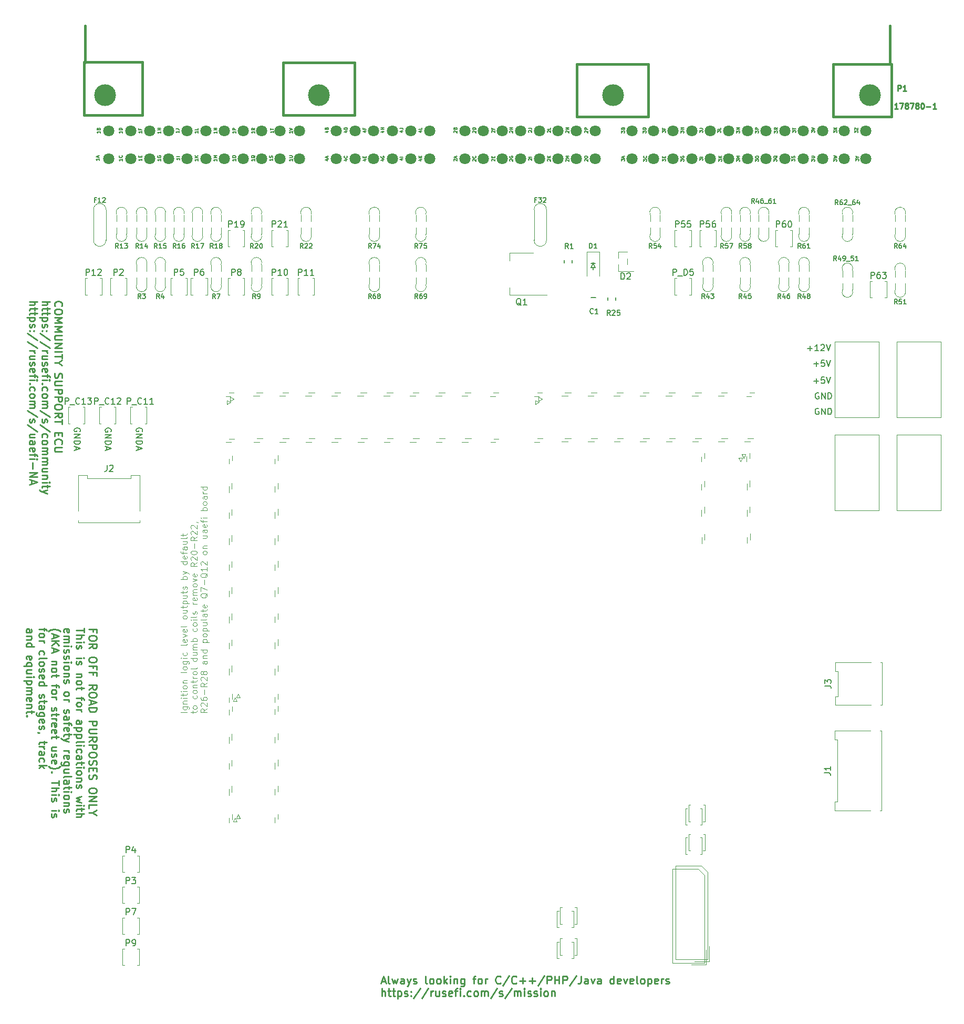
<source format=gto>
G75*
G70*
%OFA0B0*%
%FSLAX25Y25*%
%IPPOS*%
%LPD*%
%AMOC8*
5,1,8,0,0,1.08239X$1,22.5*
%
%ADD14C,0.13780*%
%ADD15C,0.07087*%
%ADD22C,0.00984*%
%ADD23C,0.00787*%
%ADD27C,0.00500*%
%ADD28C,0.00591*%
%ADD29C,0.00669*%
%ADD30C,0.00875*%
%ADD31C,0.00394*%
%ADD32C,0.00390*%
%ADD33C,0.00472*%
%ADD34C,0.01500*%
X0000000Y0000000D02*
%LPD*%
G01*
D27*
X0212794Y0559114D02*
X0214127Y0559114D01*
X0212032Y0558638D02*
X0213460Y0558161D01*
X0213460Y0558161D02*
X0213460Y0559399D01*
X0214127Y0560161D02*
X0212127Y0560161D01*
X0212127Y0560161D02*
X0212127Y0560638D01*
X0212127Y0560638D02*
X0212222Y0560923D01*
X0212222Y0560923D02*
X0212413Y0561114D01*
X0212413Y0561114D02*
X0212603Y0561209D01*
X0212603Y0561209D02*
X0212984Y0561304D01*
X0212984Y0561304D02*
X0213270Y0561304D01*
X0213270Y0561304D02*
X0213651Y0561209D01*
X0213651Y0561209D02*
X0213841Y0561114D01*
X0213841Y0561114D02*
X0214032Y0560923D01*
X0214032Y0560923D02*
X0214127Y0560638D01*
X0214127Y0560638D02*
X0214127Y0560161D01*
X0305837Y0540257D02*
X0305742Y0540352D01*
X0305742Y0540352D02*
X0305647Y0540542D01*
X0305647Y0540542D02*
X0305647Y0541019D01*
X0305647Y0541019D02*
X0305742Y0541209D01*
X0305742Y0541209D02*
X0305837Y0541304D01*
X0305837Y0541304D02*
X0306028Y0541399D01*
X0306028Y0541399D02*
X0306218Y0541399D01*
X0306218Y0541399D02*
X0306504Y0541304D01*
X0306504Y0541304D02*
X0307647Y0540161D01*
X0307647Y0540161D02*
X0307647Y0541399D01*
X0306599Y0542257D02*
X0306599Y0542923D01*
X0307647Y0543209D02*
X0307647Y0542257D01*
X0307647Y0542257D02*
X0305647Y0542257D01*
X0305647Y0542257D02*
X0305647Y0543209D01*
D28*
X0513230Y0383200D02*
X0512855Y0383387D01*
X0512855Y0383387D02*
X0512293Y0383387D01*
X0512293Y0383387D02*
X0511730Y0383200D01*
X0511730Y0383200D02*
X0511355Y0382825D01*
X0511355Y0382825D02*
X0511168Y0382450D01*
X0511168Y0382450D02*
X0510980Y0381700D01*
X0510980Y0381700D02*
X0510980Y0381137D01*
X0510980Y0381137D02*
X0511168Y0380387D01*
X0511168Y0380387D02*
X0511355Y0380012D01*
X0511355Y0380012D02*
X0511730Y0379638D01*
X0511730Y0379638D02*
X0512293Y0379450D01*
X0512293Y0379450D02*
X0512668Y0379450D01*
X0512668Y0379450D02*
X0513230Y0379638D01*
X0513230Y0379638D02*
X0513418Y0379825D01*
X0513418Y0379825D02*
X0513418Y0381137D01*
X0513418Y0381137D02*
X0512668Y0381137D01*
X0515105Y0379450D02*
X0515105Y0383387D01*
X0515105Y0383387D02*
X0517355Y0379450D01*
X0517355Y0379450D02*
X0517355Y0383387D01*
X0519229Y0379450D02*
X0519229Y0383387D01*
X0519229Y0383387D02*
X0520167Y0383387D01*
X0520167Y0383387D02*
X0520729Y0383200D01*
X0520729Y0383200D02*
X0521104Y0382825D01*
X0521104Y0382825D02*
X0521292Y0382450D01*
X0521292Y0382450D02*
X0521479Y0381700D01*
X0521479Y0381700D02*
X0521479Y0381137D01*
X0521479Y0381137D02*
X0521292Y0380387D01*
X0521292Y0380387D02*
X0521104Y0380012D01*
X0521104Y0380012D02*
X0520729Y0379638D01*
X0520729Y0379638D02*
X0520167Y0379450D01*
X0520167Y0379450D02*
X0519229Y0379450D01*
D27*
X0414147Y0540161D02*
X0414147Y0541399D01*
X0414147Y0541399D02*
X0414909Y0540733D01*
X0414909Y0540733D02*
X0414909Y0541019D01*
X0414909Y0541019D02*
X0415004Y0541209D01*
X0415004Y0541209D02*
X0415099Y0541304D01*
X0415099Y0541304D02*
X0415290Y0541399D01*
X0415290Y0541399D02*
X0415766Y0541399D01*
X0415766Y0541399D02*
X0415956Y0541304D01*
X0415956Y0541304D02*
X0416052Y0541209D01*
X0416052Y0541209D02*
X0416147Y0541019D01*
X0416147Y0541019D02*
X0416147Y0540447D01*
X0416147Y0540447D02*
X0416052Y0540257D01*
X0416052Y0540257D02*
X0415956Y0540161D01*
X0415099Y0542257D02*
X0415099Y0542923D01*
X0416147Y0543209D02*
X0416147Y0542257D01*
X0416147Y0542257D02*
X0414147Y0542257D01*
X0414147Y0542257D02*
X0414147Y0543209D01*
X0179312Y0541453D02*
X0179312Y0540311D01*
X0179312Y0540882D02*
X0177312Y0540882D01*
X0177312Y0540882D02*
X0177598Y0540692D01*
X0177598Y0540692D02*
X0177788Y0540501D01*
X0177788Y0540501D02*
X0177884Y0540311D01*
X0177312Y0542311D02*
X0178931Y0542311D01*
X0178931Y0542311D02*
X0179122Y0542406D01*
X0179122Y0542406D02*
X0179217Y0542501D01*
X0179217Y0542501D02*
X0179312Y0542692D01*
X0179312Y0542692D02*
X0179312Y0543073D01*
X0179312Y0543073D02*
X0179217Y0543263D01*
X0179217Y0543263D02*
X0179122Y0543358D01*
X0179122Y0543358D02*
X0178931Y0543453D01*
X0178931Y0543453D02*
X0177312Y0543453D01*
X0155312Y0541453D02*
X0155312Y0540311D01*
X0155312Y0540882D02*
X0153312Y0540882D01*
X0153312Y0540882D02*
X0153598Y0540692D01*
X0153598Y0540692D02*
X0153788Y0540501D01*
X0153788Y0540501D02*
X0153884Y0540311D01*
X0155503Y0543644D02*
X0155407Y0543453D01*
X0155407Y0543453D02*
X0155217Y0543263D01*
X0155217Y0543263D02*
X0154931Y0542977D01*
X0154931Y0542977D02*
X0154836Y0542787D01*
X0154836Y0542787D02*
X0154836Y0542596D01*
X0155312Y0542692D02*
X0155217Y0542501D01*
X0155217Y0542501D02*
X0155026Y0542311D01*
X0155026Y0542311D02*
X0154645Y0542215D01*
X0154645Y0542215D02*
X0153979Y0542215D01*
X0153979Y0542215D02*
X0153598Y0542311D01*
X0153598Y0542311D02*
X0153407Y0542501D01*
X0153407Y0542501D02*
X0153312Y0542692D01*
X0153312Y0542692D02*
X0153312Y0543073D01*
X0153312Y0543073D02*
X0153407Y0543263D01*
X0153407Y0543263D02*
X0153598Y0543453D01*
X0153598Y0543453D02*
X0153979Y0543549D01*
X0153979Y0543549D02*
X0154645Y0543549D01*
X0154645Y0543549D02*
X0155026Y0543453D01*
X0155026Y0543453D02*
X0155217Y0543263D01*
X0155217Y0543263D02*
X0155312Y0543073D01*
X0155312Y0543073D02*
X0155312Y0542692D01*
X0317337Y0558114D02*
X0317242Y0558209D01*
X0317242Y0558209D02*
X0317147Y0558399D01*
X0317147Y0558399D02*
X0317147Y0558876D01*
X0317147Y0558876D02*
X0317242Y0559066D01*
X0317242Y0559066D02*
X0317337Y0559161D01*
X0317337Y0559161D02*
X0317528Y0559257D01*
X0317528Y0559257D02*
X0317718Y0559257D01*
X0317718Y0559257D02*
X0318004Y0559161D01*
X0318004Y0559161D02*
X0319147Y0558019D01*
X0319147Y0558019D02*
X0319147Y0559257D01*
X0319147Y0560114D02*
X0317147Y0560114D01*
X0318099Y0560114D02*
X0318099Y0561257D01*
X0319147Y0561257D02*
X0317147Y0561257D01*
X0248294Y0559352D02*
X0249627Y0559352D01*
X0247532Y0558876D02*
X0248960Y0558399D01*
X0248960Y0558399D02*
X0248960Y0559638D01*
X0247627Y0560971D02*
X0249056Y0560971D01*
X0249056Y0560971D02*
X0249341Y0560876D01*
X0249341Y0560876D02*
X0249532Y0560685D01*
X0249532Y0560685D02*
X0249627Y0560399D01*
X0249627Y0560399D02*
X0249627Y0560209D01*
X0155312Y0559001D02*
X0155312Y0557858D01*
X0155312Y0558430D02*
X0153312Y0558430D01*
X0153312Y0558430D02*
X0153598Y0558239D01*
X0153598Y0558239D02*
X0153788Y0558049D01*
X0153788Y0558049D02*
X0153884Y0557858D01*
X0155312Y0561001D02*
X0154360Y0560334D01*
X0155312Y0559858D02*
X0153312Y0559858D01*
X0153312Y0559858D02*
X0153312Y0560620D01*
X0153312Y0560620D02*
X0153407Y0560811D01*
X0153407Y0560811D02*
X0153503Y0560906D01*
X0153503Y0560906D02*
X0153693Y0561001D01*
X0153693Y0561001D02*
X0153979Y0561001D01*
X0153979Y0561001D02*
X0154169Y0560906D01*
X0154169Y0560906D02*
X0154265Y0560811D01*
X0154265Y0560811D02*
X0154360Y0560620D01*
X0154360Y0560620D02*
X0154360Y0559858D01*
X0260294Y0541114D02*
X0261627Y0541114D01*
X0259532Y0540638D02*
X0260960Y0540161D01*
X0260960Y0540161D02*
X0260960Y0541399D01*
X0261627Y0542161D02*
X0259627Y0542161D01*
X0261627Y0543304D02*
X0260484Y0542447D01*
X0259627Y0543304D02*
X0260770Y0542161D01*
X0461147Y0558019D02*
X0461147Y0559257D01*
X0461147Y0559257D02*
X0461909Y0558590D01*
X0461909Y0558590D02*
X0461909Y0558876D01*
X0461909Y0558876D02*
X0462004Y0559066D01*
X0462004Y0559066D02*
X0462099Y0559161D01*
X0462099Y0559161D02*
X0462290Y0559257D01*
X0462290Y0559257D02*
X0462766Y0559257D01*
X0462766Y0559257D02*
X0462956Y0559161D01*
X0462956Y0559161D02*
X0463052Y0559066D01*
X0463052Y0559066D02*
X0463147Y0558876D01*
X0463147Y0558876D02*
X0463147Y0558304D01*
X0463147Y0558304D02*
X0463052Y0558114D01*
X0463052Y0558114D02*
X0462956Y0558019D01*
X0463147Y0560114D02*
X0461147Y0560114D01*
X0461147Y0560114D02*
X0463147Y0561257D01*
X0463147Y0561257D02*
X0461147Y0561257D01*
X0437647Y0540590D02*
X0437647Y0541828D01*
X0437647Y0541828D02*
X0438409Y0541161D01*
X0438409Y0541161D02*
X0438409Y0541447D01*
X0438409Y0541447D02*
X0438504Y0541638D01*
X0438504Y0541638D02*
X0438599Y0541733D01*
X0438599Y0541733D02*
X0438790Y0541828D01*
X0438790Y0541828D02*
X0439266Y0541828D01*
X0439266Y0541828D02*
X0439456Y0541733D01*
X0439456Y0541733D02*
X0439552Y0541638D01*
X0439552Y0541638D02*
X0439647Y0541447D01*
X0439647Y0541447D02*
X0439647Y0540876D01*
X0439647Y0540876D02*
X0439552Y0540685D01*
X0439552Y0540685D02*
X0439456Y0540590D01*
X0439647Y0542685D02*
X0437647Y0542685D01*
X0293837Y0558161D02*
X0293742Y0558257D01*
X0293742Y0558257D02*
X0293647Y0558447D01*
X0293647Y0558447D02*
X0293647Y0558923D01*
X0293647Y0558923D02*
X0293742Y0559114D01*
X0293742Y0559114D02*
X0293837Y0559209D01*
X0293837Y0559209D02*
X0294028Y0559304D01*
X0294028Y0559304D02*
X0294218Y0559304D01*
X0294218Y0559304D02*
X0294504Y0559209D01*
X0294504Y0559209D02*
X0295647Y0558066D01*
X0295647Y0558066D02*
X0295647Y0559304D01*
X0295647Y0560161D02*
X0293647Y0560161D01*
X0293647Y0560161D02*
X0293647Y0560638D01*
X0293647Y0560638D02*
X0293742Y0560923D01*
X0293742Y0560923D02*
X0293932Y0561114D01*
X0293932Y0561114D02*
X0294123Y0561209D01*
X0294123Y0561209D02*
X0294504Y0561304D01*
X0294504Y0561304D02*
X0294790Y0561304D01*
X0294790Y0561304D02*
X0295171Y0561209D01*
X0295171Y0561209D02*
X0295361Y0561114D01*
X0295361Y0561114D02*
X0295552Y0560923D01*
X0295552Y0560923D02*
X0295647Y0560638D01*
X0295647Y0560638D02*
X0295647Y0560161D01*
X0522647Y0539923D02*
X0522647Y0541161D01*
X0522647Y0541161D02*
X0523409Y0540495D01*
X0523409Y0540495D02*
X0523409Y0540780D01*
X0523409Y0540780D02*
X0523504Y0540971D01*
X0523504Y0540971D02*
X0523599Y0541066D01*
X0523599Y0541066D02*
X0523790Y0541161D01*
X0523790Y0541161D02*
X0524266Y0541161D01*
X0524266Y0541161D02*
X0524456Y0541066D01*
X0524456Y0541066D02*
X0524552Y0540971D01*
X0524552Y0540971D02*
X0524647Y0540780D01*
X0524647Y0540780D02*
X0524647Y0540209D01*
X0524647Y0540209D02*
X0524552Y0540019D01*
X0524552Y0540019D02*
X0524456Y0539923D01*
X0522647Y0541828D02*
X0524647Y0542304D01*
X0524647Y0542304D02*
X0523218Y0542685D01*
X0523218Y0542685D02*
X0524647Y0543066D01*
X0524647Y0543066D02*
X0522647Y0543542D01*
X0401647Y0558066D02*
X0401647Y0559304D01*
X0401647Y0559304D02*
X0402409Y0558638D01*
X0402409Y0558638D02*
X0402409Y0558923D01*
X0402409Y0558923D02*
X0402504Y0559114D01*
X0402504Y0559114D02*
X0402599Y0559209D01*
X0402599Y0559209D02*
X0402790Y0559304D01*
X0402790Y0559304D02*
X0403266Y0559304D01*
X0403266Y0559304D02*
X0403456Y0559209D01*
X0403456Y0559209D02*
X0403552Y0559114D01*
X0403552Y0559114D02*
X0403647Y0558923D01*
X0403647Y0558923D02*
X0403647Y0558352D01*
X0403647Y0558352D02*
X0403552Y0558161D01*
X0403552Y0558161D02*
X0403456Y0558066D01*
X0403647Y0560161D02*
X0401647Y0560161D01*
X0401647Y0560161D02*
X0401647Y0560638D01*
X0401647Y0560638D02*
X0401742Y0560923D01*
X0401742Y0560923D02*
X0401932Y0561114D01*
X0401932Y0561114D02*
X0402123Y0561209D01*
X0402123Y0561209D02*
X0402504Y0561304D01*
X0402504Y0561304D02*
X0402790Y0561304D01*
X0402790Y0561304D02*
X0403171Y0561209D01*
X0403171Y0561209D02*
X0403361Y0561114D01*
X0403361Y0561114D02*
X0403552Y0560923D01*
X0403552Y0560923D02*
X0403647Y0560638D01*
X0403647Y0560638D02*
X0403647Y0560161D01*
D28*
X0510184Y0400635D02*
X0513183Y0400635D01*
X0511683Y0399135D02*
X0511683Y0402135D01*
X0516933Y0403072D02*
X0515058Y0403072D01*
X0515058Y0403072D02*
X0514871Y0401197D01*
X0514871Y0401197D02*
X0515058Y0401385D01*
X0515058Y0401385D02*
X0515433Y0401572D01*
X0515433Y0401572D02*
X0516370Y0401572D01*
X0516370Y0401572D02*
X0516745Y0401385D01*
X0516745Y0401385D02*
X0516933Y0401197D01*
X0516933Y0401197D02*
X0517120Y0400822D01*
X0517120Y0400822D02*
X0517120Y0399885D01*
X0517120Y0399885D02*
X0516933Y0399510D01*
X0516933Y0399510D02*
X0516745Y0399323D01*
X0516745Y0399323D02*
X0516370Y0399135D01*
X0516370Y0399135D02*
X0515433Y0399135D01*
X0515433Y0399135D02*
X0515058Y0399323D01*
X0515058Y0399323D02*
X0514871Y0399510D01*
X0518245Y0403072D02*
X0519558Y0399135D01*
X0519558Y0399135D02*
X0520870Y0403072D01*
D27*
X0293837Y0540161D02*
X0293742Y0540257D01*
X0293742Y0540257D02*
X0293647Y0540447D01*
X0293647Y0540447D02*
X0293647Y0540923D01*
X0293647Y0540923D02*
X0293742Y0541114D01*
X0293742Y0541114D02*
X0293837Y0541209D01*
X0293837Y0541209D02*
X0294028Y0541304D01*
X0294028Y0541304D02*
X0294218Y0541304D01*
X0294218Y0541304D02*
X0294504Y0541209D01*
X0294504Y0541209D02*
X0295647Y0540066D01*
X0295647Y0540066D02*
X0295647Y0541304D01*
X0295456Y0543304D02*
X0295552Y0543209D01*
X0295552Y0543209D02*
X0295647Y0542923D01*
X0295647Y0542923D02*
X0295647Y0542733D01*
X0295647Y0542733D02*
X0295552Y0542447D01*
X0295552Y0542447D02*
X0295361Y0542257D01*
X0295361Y0542257D02*
X0295171Y0542161D01*
X0295171Y0542161D02*
X0294790Y0542066D01*
X0294790Y0542066D02*
X0294504Y0542066D01*
X0294504Y0542066D02*
X0294123Y0542161D01*
X0294123Y0542161D02*
X0293932Y0542257D01*
X0293932Y0542257D02*
X0293742Y0542447D01*
X0293742Y0542447D02*
X0293647Y0542733D01*
X0293647Y0542733D02*
X0293647Y0542923D01*
X0293647Y0542923D02*
X0293742Y0543209D01*
X0293742Y0543209D02*
X0293837Y0543304D01*
X0364837Y0540114D02*
X0364742Y0540209D01*
X0364742Y0540209D02*
X0364647Y0540399D01*
X0364647Y0540399D02*
X0364647Y0540876D01*
X0364647Y0540876D02*
X0364742Y0541066D01*
X0364742Y0541066D02*
X0364837Y0541161D01*
X0364837Y0541161D02*
X0365028Y0541257D01*
X0365028Y0541257D02*
X0365218Y0541257D01*
X0365218Y0541257D02*
X0365504Y0541161D01*
X0365504Y0541161D02*
X0366647Y0540019D01*
X0366647Y0540019D02*
X0366647Y0541257D01*
X0364647Y0542495D02*
X0364647Y0542876D01*
X0364647Y0542876D02*
X0364742Y0543066D01*
X0364742Y0543066D02*
X0364932Y0543257D01*
X0364932Y0543257D02*
X0365313Y0543352D01*
X0365313Y0543352D02*
X0365980Y0543352D01*
X0365980Y0543352D02*
X0366361Y0543257D01*
X0366361Y0543257D02*
X0366552Y0543066D01*
X0366552Y0543066D02*
X0366647Y0542876D01*
X0366647Y0542876D02*
X0366647Y0542495D01*
X0366647Y0542495D02*
X0366552Y0542304D01*
X0366552Y0542304D02*
X0366361Y0542114D01*
X0366361Y0542114D02*
X0365980Y0542019D01*
X0365980Y0542019D02*
X0365313Y0542019D01*
X0365313Y0542019D02*
X0364932Y0542114D01*
X0364932Y0542114D02*
X0364742Y0542304D01*
X0364742Y0542304D02*
X0364647Y0542495D01*
X0508647Y0540019D02*
X0508647Y0541257D01*
X0508647Y0541257D02*
X0509409Y0540590D01*
X0509409Y0540590D02*
X0509409Y0540876D01*
X0509409Y0540876D02*
X0509504Y0541066D01*
X0509504Y0541066D02*
X0509599Y0541161D01*
X0509599Y0541161D02*
X0509790Y0541257D01*
X0509790Y0541257D02*
X0510266Y0541257D01*
X0510266Y0541257D02*
X0510456Y0541161D01*
X0510456Y0541161D02*
X0510552Y0541066D01*
X0510552Y0541066D02*
X0510647Y0540876D01*
X0510647Y0540876D02*
X0510647Y0540304D01*
X0510647Y0540304D02*
X0510552Y0540114D01*
X0510552Y0540114D02*
X0510456Y0540019D01*
X0508647Y0542114D02*
X0510266Y0542114D01*
X0510266Y0542114D02*
X0510456Y0542209D01*
X0510456Y0542209D02*
X0510552Y0542304D01*
X0510552Y0542304D02*
X0510647Y0542495D01*
X0510647Y0542495D02*
X0510647Y0542876D01*
X0510647Y0542876D02*
X0510552Y0543066D01*
X0510552Y0543066D02*
X0510456Y0543161D01*
X0510456Y0543161D02*
X0510266Y0543257D01*
X0510266Y0543257D02*
X0508647Y0543257D01*
X0437647Y0558304D02*
X0437647Y0559542D01*
X0437647Y0559542D02*
X0438409Y0558876D01*
X0438409Y0558876D02*
X0438409Y0559161D01*
X0438409Y0559161D02*
X0438504Y0559352D01*
X0438504Y0559352D02*
X0438599Y0559447D01*
X0438599Y0559447D02*
X0438790Y0559542D01*
X0438790Y0559542D02*
X0439266Y0559542D01*
X0439266Y0559542D02*
X0439456Y0559447D01*
X0439456Y0559447D02*
X0439552Y0559352D01*
X0439552Y0559352D02*
X0439647Y0559161D01*
X0439647Y0559161D02*
X0439647Y0558590D01*
X0439647Y0558590D02*
X0439552Y0558399D01*
X0439552Y0558399D02*
X0439456Y0558304D01*
X0437647Y0560971D02*
X0439075Y0560971D01*
X0439075Y0560971D02*
X0439361Y0560876D01*
X0439361Y0560876D02*
X0439552Y0560685D01*
X0439552Y0560685D02*
X0439647Y0560399D01*
X0439647Y0560399D02*
X0439647Y0560209D01*
D28*
X0064198Y0368562D02*
X0064386Y0368937D01*
X0064386Y0368937D02*
X0064386Y0369500D01*
X0064386Y0369500D02*
X0064198Y0370062D01*
X0064198Y0370062D02*
X0063823Y0370437D01*
X0063823Y0370437D02*
X0063448Y0370625D01*
X0063448Y0370625D02*
X0062699Y0370812D01*
X0062699Y0370812D02*
X0062136Y0370812D01*
X0062136Y0370812D02*
X0061386Y0370625D01*
X0061386Y0370625D02*
X0061011Y0370437D01*
X0061011Y0370437D02*
X0060636Y0370062D01*
X0060636Y0370062D02*
X0060449Y0369500D01*
X0060449Y0369500D02*
X0060449Y0369125D01*
X0060449Y0369125D02*
X0060636Y0368562D01*
X0060636Y0368562D02*
X0060824Y0368375D01*
X0060824Y0368375D02*
X0062136Y0368375D01*
X0062136Y0368375D02*
X0062136Y0369125D01*
X0060449Y0366688D02*
X0064386Y0366688D01*
X0064386Y0366688D02*
X0060449Y0364438D01*
X0060449Y0364438D02*
X0064386Y0364438D01*
X0060449Y0362563D02*
X0064386Y0362563D01*
X0064386Y0362563D02*
X0064386Y0361626D01*
X0064386Y0361626D02*
X0064198Y0361063D01*
X0064198Y0361063D02*
X0063823Y0360688D01*
X0063823Y0360688D02*
X0063448Y0360501D01*
X0063448Y0360501D02*
X0062699Y0360313D01*
X0062699Y0360313D02*
X0062136Y0360313D01*
X0062136Y0360313D02*
X0061386Y0360501D01*
X0061386Y0360501D02*
X0061011Y0360688D01*
X0061011Y0360688D02*
X0060636Y0361063D01*
X0060636Y0361063D02*
X0060449Y0361626D01*
X0060449Y0361626D02*
X0060449Y0362563D01*
X0061574Y0358814D02*
X0061574Y0356939D01*
X0060449Y0359189D02*
X0064386Y0357876D01*
X0064386Y0357876D02*
X0060449Y0356564D01*
D27*
X0107812Y0542025D02*
X0107812Y0540882D01*
X0107812Y0541453D02*
X0105812Y0541453D01*
X0105812Y0541453D02*
X0106098Y0541263D01*
X0106098Y0541263D02*
X0106288Y0541072D01*
X0106288Y0541072D02*
X0106384Y0540882D01*
X0107812Y0542882D02*
X0105812Y0542882D01*
X0236294Y0541114D02*
X0237627Y0541114D01*
X0235532Y0540638D02*
X0236960Y0540161D01*
X0236960Y0540161D02*
X0236960Y0541399D01*
X0235722Y0543209D02*
X0235627Y0543019D01*
X0235627Y0543019D02*
X0235627Y0542733D01*
X0235627Y0542733D02*
X0235722Y0542447D01*
X0235722Y0542447D02*
X0235913Y0542257D01*
X0235913Y0542257D02*
X0236103Y0542161D01*
X0236103Y0542161D02*
X0236484Y0542066D01*
X0236484Y0542066D02*
X0236770Y0542066D01*
X0236770Y0542066D02*
X0237151Y0542161D01*
X0237151Y0542161D02*
X0237341Y0542257D01*
X0237341Y0542257D02*
X0237532Y0542447D01*
X0237532Y0542447D02*
X0237627Y0542733D01*
X0237627Y0542733D02*
X0237627Y0542923D01*
X0237627Y0542923D02*
X0237532Y0543209D01*
X0237532Y0543209D02*
X0237437Y0543304D01*
X0237437Y0543304D02*
X0236770Y0543304D01*
X0236770Y0543304D02*
X0236770Y0542923D01*
X0200794Y0541257D02*
X0202127Y0541257D01*
X0200032Y0540780D02*
X0201460Y0540304D01*
X0201460Y0540304D02*
X0201460Y0541542D01*
X0201556Y0542209D02*
X0201556Y0543161D01*
X0202127Y0542019D02*
X0200127Y0542685D01*
X0200127Y0542685D02*
X0202127Y0543352D01*
X0119312Y0559192D02*
X0119312Y0558049D01*
X0119312Y0558620D02*
X0117312Y0558620D01*
X0117312Y0558620D02*
X0117598Y0558430D01*
X0117598Y0558430D02*
X0117788Y0558239D01*
X0117788Y0558239D02*
X0117884Y0558049D01*
X0119312Y0561001D02*
X0119312Y0560049D01*
X0119312Y0560049D02*
X0117312Y0560049D01*
X0352837Y0558114D02*
X0352742Y0558209D01*
X0352742Y0558209D02*
X0352647Y0558399D01*
X0352647Y0558399D02*
X0352647Y0558876D01*
X0352647Y0558876D02*
X0352742Y0559066D01*
X0352742Y0559066D02*
X0352837Y0559161D01*
X0352837Y0559161D02*
X0353028Y0559257D01*
X0353028Y0559257D02*
X0353218Y0559257D01*
X0353218Y0559257D02*
X0353504Y0559161D01*
X0353504Y0559161D02*
X0354647Y0558019D01*
X0354647Y0558019D02*
X0354647Y0559257D01*
X0354647Y0560114D02*
X0352647Y0560114D01*
X0352647Y0560114D02*
X0354647Y0561257D01*
X0354647Y0561257D02*
X0352647Y0561257D01*
X0248294Y0541638D02*
X0249627Y0541638D01*
X0247532Y0541161D02*
X0248960Y0540685D01*
X0248960Y0540685D02*
X0248960Y0541923D01*
X0249627Y0542685D02*
X0247627Y0542685D01*
X0341337Y0540161D02*
X0341242Y0540257D01*
X0341242Y0540257D02*
X0341147Y0540447D01*
X0341147Y0540447D02*
X0341147Y0540923D01*
X0341147Y0540923D02*
X0341242Y0541114D01*
X0341242Y0541114D02*
X0341337Y0541209D01*
X0341337Y0541209D02*
X0341528Y0541304D01*
X0341528Y0541304D02*
X0341718Y0541304D01*
X0341718Y0541304D02*
X0342004Y0541209D01*
X0342004Y0541209D02*
X0343147Y0540066D01*
X0343147Y0540066D02*
X0343147Y0541304D01*
X0343147Y0542161D02*
X0341147Y0542161D01*
X0343147Y0543304D02*
X0342004Y0542447D01*
X0341147Y0543304D02*
X0342290Y0542161D01*
X0449147Y0558257D02*
X0449147Y0559495D01*
X0449147Y0559495D02*
X0449909Y0558828D01*
X0449909Y0558828D02*
X0449909Y0559114D01*
X0449909Y0559114D02*
X0450004Y0559304D01*
X0450004Y0559304D02*
X0450099Y0559399D01*
X0450099Y0559399D02*
X0450290Y0559495D01*
X0450290Y0559495D02*
X0450766Y0559495D01*
X0450766Y0559495D02*
X0450956Y0559399D01*
X0450956Y0559399D02*
X0451052Y0559304D01*
X0451052Y0559304D02*
X0451147Y0559114D01*
X0451147Y0559114D02*
X0451147Y0558542D01*
X0451147Y0558542D02*
X0451052Y0558352D01*
X0451052Y0558352D02*
X0450956Y0558257D01*
X0451147Y0561304D02*
X0451147Y0560352D01*
X0451147Y0560352D02*
X0449147Y0560352D01*
X0071312Y0541501D02*
X0071312Y0540358D01*
X0071312Y0540930D02*
X0069312Y0540930D01*
X0069312Y0540930D02*
X0069598Y0540739D01*
X0069598Y0540739D02*
X0069788Y0540549D01*
X0069788Y0540549D02*
X0069884Y0540358D01*
X0071122Y0543501D02*
X0071217Y0543406D01*
X0071217Y0543406D02*
X0071312Y0543120D01*
X0071312Y0543120D02*
X0071312Y0542930D01*
X0071312Y0542930D02*
X0071217Y0542644D01*
X0071217Y0542644D02*
X0071026Y0542453D01*
X0071026Y0542453D02*
X0070836Y0542358D01*
X0070836Y0542358D02*
X0070455Y0542263D01*
X0070455Y0542263D02*
X0070169Y0542263D01*
X0070169Y0542263D02*
X0069788Y0542358D01*
X0069788Y0542358D02*
X0069598Y0542453D01*
X0069598Y0542453D02*
X0069407Y0542644D01*
X0069407Y0542644D02*
X0069312Y0542930D01*
X0069312Y0542930D02*
X0069312Y0543120D01*
X0069312Y0543120D02*
X0069407Y0543406D01*
X0069407Y0543406D02*
X0069503Y0543501D01*
X0473147Y0540019D02*
X0473147Y0541257D01*
X0473147Y0541257D02*
X0473909Y0540590D01*
X0473909Y0540590D02*
X0473909Y0540876D01*
X0473909Y0540876D02*
X0474004Y0541066D01*
X0474004Y0541066D02*
X0474099Y0541161D01*
X0474099Y0541161D02*
X0474290Y0541257D01*
X0474290Y0541257D02*
X0474766Y0541257D01*
X0474766Y0541257D02*
X0474956Y0541161D01*
X0474956Y0541161D02*
X0475052Y0541066D01*
X0475052Y0541066D02*
X0475147Y0540876D01*
X0475147Y0540876D02*
X0475147Y0540304D01*
X0475147Y0540304D02*
X0475052Y0540114D01*
X0475052Y0540114D02*
X0474956Y0540019D01*
X0473147Y0542495D02*
X0473147Y0542876D01*
X0473147Y0542876D02*
X0473242Y0543066D01*
X0473242Y0543066D02*
X0473432Y0543257D01*
X0473432Y0543257D02*
X0473813Y0543352D01*
X0473813Y0543352D02*
X0474480Y0543352D01*
X0474480Y0543352D02*
X0474861Y0543257D01*
X0474861Y0543257D02*
X0475052Y0543066D01*
X0475052Y0543066D02*
X0475147Y0542876D01*
X0475147Y0542876D02*
X0475147Y0542495D01*
X0475147Y0542495D02*
X0475052Y0542304D01*
X0475052Y0542304D02*
X0474861Y0542114D01*
X0474861Y0542114D02*
X0474480Y0542019D01*
X0474480Y0542019D02*
X0473813Y0542019D01*
X0473813Y0542019D02*
X0473432Y0542114D01*
X0473432Y0542114D02*
X0473242Y0542304D01*
X0473242Y0542304D02*
X0473147Y0542495D01*
X0224794Y0559257D02*
X0226127Y0559257D01*
X0224032Y0558780D02*
X0225460Y0558304D01*
X0225460Y0558304D02*
X0225460Y0559542D01*
X0225079Y0560971D02*
X0225079Y0560304D01*
X0226127Y0560304D02*
X0224127Y0560304D01*
X0224127Y0560304D02*
X0224127Y0561257D01*
X0402147Y0540066D02*
X0402147Y0541304D01*
X0402147Y0541304D02*
X0402909Y0540638D01*
X0402909Y0540638D02*
X0402909Y0540923D01*
X0402909Y0540923D02*
X0403004Y0541114D01*
X0403004Y0541114D02*
X0403099Y0541209D01*
X0403099Y0541209D02*
X0403290Y0541304D01*
X0403290Y0541304D02*
X0403766Y0541304D01*
X0403766Y0541304D02*
X0403956Y0541209D01*
X0403956Y0541209D02*
X0404052Y0541114D01*
X0404052Y0541114D02*
X0404147Y0540923D01*
X0404147Y0540923D02*
X0404147Y0540352D01*
X0404147Y0540352D02*
X0404052Y0540161D01*
X0404052Y0540161D02*
X0403956Y0540066D01*
X0403956Y0543304D02*
X0404052Y0543209D01*
X0404052Y0543209D02*
X0404147Y0542923D01*
X0404147Y0542923D02*
X0404147Y0542733D01*
X0404147Y0542733D02*
X0404052Y0542447D01*
X0404052Y0542447D02*
X0403861Y0542257D01*
X0403861Y0542257D02*
X0403671Y0542161D01*
X0403671Y0542161D02*
X0403290Y0542066D01*
X0403290Y0542066D02*
X0403004Y0542066D01*
X0403004Y0542066D02*
X0402623Y0542161D01*
X0402623Y0542161D02*
X0402432Y0542257D01*
X0402432Y0542257D02*
X0402242Y0542447D01*
X0402242Y0542447D02*
X0402147Y0542733D01*
X0402147Y0542733D02*
X0402147Y0542923D01*
X0402147Y0542923D02*
X0402242Y0543209D01*
X0402242Y0543209D02*
X0402337Y0543304D01*
X0083812Y0541596D02*
X0083812Y0540453D01*
X0083812Y0541025D02*
X0081812Y0541025D01*
X0081812Y0541025D02*
X0082098Y0540834D01*
X0082098Y0540834D02*
X0082288Y0540644D01*
X0082288Y0540644D02*
X0082384Y0540453D01*
X0082765Y0542453D02*
X0082765Y0543120D01*
X0083812Y0543406D02*
X0083812Y0542453D01*
X0083812Y0542453D02*
X0081812Y0542453D01*
X0081812Y0542453D02*
X0081812Y0543406D01*
X0508647Y0558209D02*
X0508647Y0559447D01*
X0508647Y0559447D02*
X0509409Y0558780D01*
X0509409Y0558780D02*
X0509409Y0559066D01*
X0509409Y0559066D02*
X0509504Y0559257D01*
X0509504Y0559257D02*
X0509599Y0559352D01*
X0509599Y0559352D02*
X0509790Y0559447D01*
X0509790Y0559447D02*
X0510266Y0559447D01*
X0510266Y0559447D02*
X0510456Y0559352D01*
X0510456Y0559352D02*
X0510552Y0559257D01*
X0510552Y0559257D02*
X0510647Y0559066D01*
X0510647Y0559066D02*
X0510647Y0558495D01*
X0510647Y0558495D02*
X0510552Y0558304D01*
X0510552Y0558304D02*
X0510456Y0558209D01*
X0508647Y0560019D02*
X0510647Y0560685D01*
X0510647Y0560685D02*
X0508647Y0561352D01*
X0143312Y0559001D02*
X0143312Y0557858D01*
X0143312Y0558430D02*
X0141312Y0558430D01*
X0141312Y0558430D02*
X0141598Y0558239D01*
X0141598Y0558239D02*
X0141788Y0558049D01*
X0141788Y0558049D02*
X0141884Y0557858D01*
X0143312Y0559858D02*
X0141312Y0559858D01*
X0141312Y0559858D02*
X0141312Y0560620D01*
X0141312Y0560620D02*
X0141407Y0560811D01*
X0141407Y0560811D02*
X0141503Y0560906D01*
X0141503Y0560906D02*
X0141693Y0561001D01*
X0141693Y0561001D02*
X0141979Y0561001D01*
X0141979Y0561001D02*
X0142169Y0560906D01*
X0142169Y0560906D02*
X0142265Y0560811D01*
X0142265Y0560811D02*
X0142360Y0560620D01*
X0142360Y0560620D02*
X0142360Y0559858D01*
X0119312Y0541501D02*
X0119312Y0540358D01*
X0119312Y0540930D02*
X0117312Y0540930D01*
X0117312Y0540930D02*
X0117598Y0540739D01*
X0117598Y0540739D02*
X0117788Y0540549D01*
X0117788Y0540549D02*
X0117884Y0540358D01*
X0119312Y0542358D02*
X0117312Y0542358D01*
X0119312Y0543501D02*
X0118169Y0542644D01*
X0117312Y0543501D02*
X0118455Y0542358D01*
X0522647Y0558114D02*
X0522647Y0559352D01*
X0522647Y0559352D02*
X0523409Y0558685D01*
X0523409Y0558685D02*
X0523409Y0558971D01*
X0523409Y0558971D02*
X0523504Y0559161D01*
X0523504Y0559161D02*
X0523599Y0559257D01*
X0523599Y0559257D02*
X0523790Y0559352D01*
X0523790Y0559352D02*
X0524266Y0559352D01*
X0524266Y0559352D02*
X0524456Y0559257D01*
X0524456Y0559257D02*
X0524552Y0559161D01*
X0524552Y0559161D02*
X0524647Y0558971D01*
X0524647Y0558971D02*
X0524647Y0558399D01*
X0524647Y0558399D02*
X0524552Y0558209D01*
X0524552Y0558209D02*
X0524456Y0558114D01*
X0522647Y0560019D02*
X0524647Y0561352D01*
X0522647Y0561352D02*
X0524647Y0560019D01*
D22*
X0052689Y0241620D02*
X0052689Y0243260D01*
X0050112Y0243260D02*
X0055033Y0243260D01*
X0055033Y0243260D02*
X0055033Y0240917D01*
X0055033Y0238104D02*
X0055033Y0237167D01*
X0055033Y0237167D02*
X0054799Y0236698D01*
X0054799Y0236698D02*
X0054330Y0236230D01*
X0054330Y0236230D02*
X0053392Y0235995D01*
X0053392Y0235995D02*
X0051752Y0235995D01*
X0051752Y0235995D02*
X0050815Y0236230D01*
X0050815Y0236230D02*
X0050346Y0236698D01*
X0050346Y0236698D02*
X0050112Y0237167D01*
X0050112Y0237167D02*
X0050112Y0238104D01*
X0050112Y0238104D02*
X0050346Y0238573D01*
X0050346Y0238573D02*
X0050815Y0239042D01*
X0050815Y0239042D02*
X0051752Y0239276D01*
X0051752Y0239276D02*
X0053392Y0239276D01*
X0053392Y0239276D02*
X0054330Y0239042D01*
X0054330Y0239042D02*
X0054799Y0238573D01*
X0054799Y0238573D02*
X0055033Y0238104D01*
X0050112Y0231074D02*
X0052455Y0232714D01*
X0050112Y0233886D02*
X0055033Y0233886D01*
X0055033Y0233886D02*
X0055033Y0232011D01*
X0055033Y0232011D02*
X0054799Y0231543D01*
X0054799Y0231543D02*
X0054564Y0231308D01*
X0054564Y0231308D02*
X0054095Y0231074D01*
X0054095Y0231074D02*
X0053392Y0231074D01*
X0053392Y0231074D02*
X0052924Y0231308D01*
X0052924Y0231308D02*
X0052689Y0231543D01*
X0052689Y0231543D02*
X0052455Y0232011D01*
X0052455Y0232011D02*
X0052455Y0233886D01*
X0055033Y0224278D02*
X0055033Y0223341D01*
X0055033Y0223341D02*
X0054799Y0222872D01*
X0054799Y0222872D02*
X0054330Y0222403D01*
X0054330Y0222403D02*
X0053392Y0222169D01*
X0053392Y0222169D02*
X0051752Y0222169D01*
X0051752Y0222169D02*
X0050815Y0222403D01*
X0050815Y0222403D02*
X0050346Y0222872D01*
X0050346Y0222872D02*
X0050112Y0223341D01*
X0050112Y0223341D02*
X0050112Y0224278D01*
X0050112Y0224278D02*
X0050346Y0224747D01*
X0050346Y0224747D02*
X0050815Y0225215D01*
X0050815Y0225215D02*
X0051752Y0225450D01*
X0051752Y0225450D02*
X0053392Y0225450D01*
X0053392Y0225450D02*
X0054330Y0225215D01*
X0054330Y0225215D02*
X0054799Y0224747D01*
X0054799Y0224747D02*
X0055033Y0224278D01*
X0052689Y0218419D02*
X0052689Y0220060D01*
X0050112Y0220060D02*
X0055033Y0220060D01*
X0055033Y0220060D02*
X0055033Y0217716D01*
X0052689Y0214201D02*
X0052689Y0215842D01*
X0050112Y0215842D02*
X0055033Y0215842D01*
X0055033Y0215842D02*
X0055033Y0213498D01*
X0050112Y0205062D02*
X0052455Y0206702D01*
X0050112Y0207874D02*
X0055033Y0207874D01*
X0055033Y0207874D02*
X0055033Y0205999D01*
X0055033Y0205999D02*
X0054799Y0205530D01*
X0054799Y0205530D02*
X0054564Y0205296D01*
X0054564Y0205296D02*
X0054095Y0205062D01*
X0054095Y0205062D02*
X0053392Y0205062D01*
X0053392Y0205062D02*
X0052924Y0205296D01*
X0052924Y0205296D02*
X0052689Y0205530D01*
X0052689Y0205530D02*
X0052455Y0205999D01*
X0052455Y0205999D02*
X0052455Y0207874D01*
X0055033Y0202015D02*
X0055033Y0201078D01*
X0055033Y0201078D02*
X0054799Y0200609D01*
X0054799Y0200609D02*
X0054330Y0200140D01*
X0054330Y0200140D02*
X0053392Y0199906D01*
X0053392Y0199906D02*
X0051752Y0199906D01*
X0051752Y0199906D02*
X0050815Y0200140D01*
X0050815Y0200140D02*
X0050346Y0200609D01*
X0050346Y0200609D02*
X0050112Y0201078D01*
X0050112Y0201078D02*
X0050112Y0202015D01*
X0050112Y0202015D02*
X0050346Y0202484D01*
X0050346Y0202484D02*
X0050815Y0202953D01*
X0050815Y0202953D02*
X0051752Y0203187D01*
X0051752Y0203187D02*
X0053392Y0203187D01*
X0053392Y0203187D02*
X0054330Y0202953D01*
X0054330Y0202953D02*
X0054799Y0202484D01*
X0054799Y0202484D02*
X0055033Y0202015D01*
X0051518Y0198031D02*
X0051518Y0195688D01*
X0050112Y0198500D02*
X0055033Y0196860D01*
X0055033Y0196860D02*
X0050112Y0195219D01*
X0050112Y0193579D02*
X0055033Y0193579D01*
X0055033Y0193579D02*
X0055033Y0192407D01*
X0055033Y0192407D02*
X0054799Y0191704D01*
X0054799Y0191704D02*
X0054330Y0191235D01*
X0054330Y0191235D02*
X0053861Y0191001D01*
X0053861Y0191001D02*
X0052924Y0190767D01*
X0052924Y0190767D02*
X0052221Y0190767D01*
X0052221Y0190767D02*
X0051283Y0191001D01*
X0051283Y0191001D02*
X0050815Y0191235D01*
X0050815Y0191235D02*
X0050346Y0191704D01*
X0050346Y0191704D02*
X0050112Y0192407D01*
X0050112Y0192407D02*
X0050112Y0193579D01*
X0050112Y0184908D02*
X0055033Y0184908D01*
X0055033Y0184908D02*
X0055033Y0183033D01*
X0055033Y0183033D02*
X0054799Y0182564D01*
X0054799Y0182564D02*
X0054564Y0182330D01*
X0054564Y0182330D02*
X0054095Y0182096D01*
X0054095Y0182096D02*
X0053392Y0182096D01*
X0053392Y0182096D02*
X0052924Y0182330D01*
X0052924Y0182330D02*
X0052689Y0182564D01*
X0052689Y0182564D02*
X0052455Y0183033D01*
X0052455Y0183033D02*
X0052455Y0184908D01*
X0055033Y0179987D02*
X0051049Y0179987D01*
X0051049Y0179987D02*
X0050580Y0179752D01*
X0050580Y0179752D02*
X0050346Y0179518D01*
X0050346Y0179518D02*
X0050112Y0179049D01*
X0050112Y0179049D02*
X0050112Y0178112D01*
X0050112Y0178112D02*
X0050346Y0177643D01*
X0050346Y0177643D02*
X0050580Y0177409D01*
X0050580Y0177409D02*
X0051049Y0177174D01*
X0051049Y0177174D02*
X0055033Y0177174D01*
X0050112Y0172019D02*
X0052455Y0173659D01*
X0050112Y0174831D02*
X0055033Y0174831D01*
X0055033Y0174831D02*
X0055033Y0172956D01*
X0055033Y0172956D02*
X0054799Y0172488D01*
X0054799Y0172488D02*
X0054564Y0172253D01*
X0054564Y0172253D02*
X0054095Y0172019D01*
X0054095Y0172019D02*
X0053392Y0172019D01*
X0053392Y0172019D02*
X0052924Y0172253D01*
X0052924Y0172253D02*
X0052689Y0172488D01*
X0052689Y0172488D02*
X0052455Y0172956D01*
X0052455Y0172956D02*
X0052455Y0174831D01*
X0050112Y0169910D02*
X0055033Y0169910D01*
X0055033Y0169910D02*
X0055033Y0168035D01*
X0055033Y0168035D02*
X0054799Y0167566D01*
X0054799Y0167566D02*
X0054564Y0167332D01*
X0054564Y0167332D02*
X0054095Y0167098D01*
X0054095Y0167098D02*
X0053392Y0167098D01*
X0053392Y0167098D02*
X0052924Y0167332D01*
X0052924Y0167332D02*
X0052689Y0167566D01*
X0052689Y0167566D02*
X0052455Y0168035D01*
X0052455Y0168035D02*
X0052455Y0169910D01*
X0055033Y0164051D02*
X0055033Y0163114D01*
X0055033Y0163114D02*
X0054799Y0162645D01*
X0054799Y0162645D02*
X0054330Y0162176D01*
X0054330Y0162176D02*
X0053392Y0161942D01*
X0053392Y0161942D02*
X0051752Y0161942D01*
X0051752Y0161942D02*
X0050815Y0162176D01*
X0050815Y0162176D02*
X0050346Y0162645D01*
X0050346Y0162645D02*
X0050112Y0163114D01*
X0050112Y0163114D02*
X0050112Y0164051D01*
X0050112Y0164051D02*
X0050346Y0164520D01*
X0050346Y0164520D02*
X0050815Y0164989D01*
X0050815Y0164989D02*
X0051752Y0165223D01*
X0051752Y0165223D02*
X0053392Y0165223D01*
X0053392Y0165223D02*
X0054330Y0164989D01*
X0054330Y0164989D02*
X0054799Y0164520D01*
X0054799Y0164520D02*
X0055033Y0164051D01*
X0050346Y0160067D02*
X0050112Y0159364D01*
X0050112Y0159364D02*
X0050112Y0158192D01*
X0050112Y0158192D02*
X0050346Y0157724D01*
X0050346Y0157724D02*
X0050580Y0157489D01*
X0050580Y0157489D02*
X0051049Y0157255D01*
X0051049Y0157255D02*
X0051518Y0157255D01*
X0051518Y0157255D02*
X0051986Y0157489D01*
X0051986Y0157489D02*
X0052221Y0157724D01*
X0052221Y0157724D02*
X0052455Y0158192D01*
X0052455Y0158192D02*
X0052689Y0159130D01*
X0052689Y0159130D02*
X0052924Y0159599D01*
X0052924Y0159599D02*
X0053158Y0159833D01*
X0053158Y0159833D02*
X0053627Y0160067D01*
X0053627Y0160067D02*
X0054095Y0160067D01*
X0054095Y0160067D02*
X0054564Y0159833D01*
X0054564Y0159833D02*
X0054799Y0159599D01*
X0054799Y0159599D02*
X0055033Y0159130D01*
X0055033Y0159130D02*
X0055033Y0157958D01*
X0055033Y0157958D02*
X0054799Y0157255D01*
X0052689Y0155146D02*
X0052689Y0153506D01*
X0050112Y0152803D02*
X0050112Y0155146D01*
X0050112Y0155146D02*
X0055033Y0155146D01*
X0055033Y0155146D02*
X0055033Y0152803D01*
X0050346Y0150928D02*
X0050112Y0150225D01*
X0050112Y0150225D02*
X0050112Y0149053D01*
X0050112Y0149053D02*
X0050346Y0148584D01*
X0050346Y0148584D02*
X0050580Y0148350D01*
X0050580Y0148350D02*
X0051049Y0148116D01*
X0051049Y0148116D02*
X0051518Y0148116D01*
X0051518Y0148116D02*
X0051986Y0148350D01*
X0051986Y0148350D02*
X0052221Y0148584D01*
X0052221Y0148584D02*
X0052455Y0149053D01*
X0052455Y0149053D02*
X0052689Y0149990D01*
X0052689Y0149990D02*
X0052924Y0150459D01*
X0052924Y0150459D02*
X0053158Y0150693D01*
X0053158Y0150693D02*
X0053627Y0150928D01*
X0053627Y0150928D02*
X0054095Y0150928D01*
X0054095Y0150928D02*
X0054564Y0150693D01*
X0054564Y0150693D02*
X0054799Y0150459D01*
X0054799Y0150459D02*
X0055033Y0149990D01*
X0055033Y0149990D02*
X0055033Y0148819D01*
X0055033Y0148819D02*
X0054799Y0148116D01*
X0055033Y0141320D02*
X0055033Y0140382D01*
X0055033Y0140382D02*
X0054799Y0139914D01*
X0054799Y0139914D02*
X0054330Y0139445D01*
X0054330Y0139445D02*
X0053392Y0139210D01*
X0053392Y0139210D02*
X0051752Y0139210D01*
X0051752Y0139210D02*
X0050815Y0139445D01*
X0050815Y0139445D02*
X0050346Y0139914D01*
X0050346Y0139914D02*
X0050112Y0140382D01*
X0050112Y0140382D02*
X0050112Y0141320D01*
X0050112Y0141320D02*
X0050346Y0141788D01*
X0050346Y0141788D02*
X0050815Y0142257D01*
X0050815Y0142257D02*
X0051752Y0142491D01*
X0051752Y0142491D02*
X0053392Y0142491D01*
X0053392Y0142491D02*
X0054330Y0142257D01*
X0054330Y0142257D02*
X0054799Y0141788D01*
X0054799Y0141788D02*
X0055033Y0141320D01*
X0050112Y0137101D02*
X0055033Y0137101D01*
X0055033Y0137101D02*
X0050112Y0134289D01*
X0050112Y0134289D02*
X0055033Y0134289D01*
X0050112Y0129602D02*
X0050112Y0131946D01*
X0050112Y0131946D02*
X0055033Y0131946D01*
X0052455Y0127025D02*
X0050112Y0127025D01*
X0055033Y0128665D02*
X0052455Y0127025D01*
X0052455Y0127025D02*
X0055033Y0125384D01*
X0047110Y0243963D02*
X0047110Y0241151D01*
X0042188Y0242557D02*
X0047110Y0242557D01*
X0042188Y0239510D02*
X0047110Y0239510D01*
X0042188Y0237401D02*
X0044766Y0237401D01*
X0044766Y0237401D02*
X0045235Y0237636D01*
X0045235Y0237636D02*
X0045469Y0238104D01*
X0045469Y0238104D02*
X0045469Y0238807D01*
X0045469Y0238807D02*
X0045235Y0239276D01*
X0045235Y0239276D02*
X0045001Y0239510D01*
X0042188Y0235058D02*
X0045469Y0235058D01*
X0047110Y0235058D02*
X0046875Y0235292D01*
X0046875Y0235292D02*
X0046641Y0235058D01*
X0046641Y0235058D02*
X0046875Y0234824D01*
X0046875Y0234824D02*
X0047110Y0235058D01*
X0047110Y0235058D02*
X0046641Y0235058D01*
X0042423Y0232949D02*
X0042188Y0232480D01*
X0042188Y0232480D02*
X0042188Y0231543D01*
X0042188Y0231543D02*
X0042423Y0231074D01*
X0042423Y0231074D02*
X0042891Y0230840D01*
X0042891Y0230840D02*
X0043126Y0230840D01*
X0043126Y0230840D02*
X0043594Y0231074D01*
X0043594Y0231074D02*
X0043829Y0231543D01*
X0043829Y0231543D02*
X0043829Y0232246D01*
X0043829Y0232246D02*
X0044063Y0232714D01*
X0044063Y0232714D02*
X0044532Y0232949D01*
X0044532Y0232949D02*
X0044766Y0232949D01*
X0044766Y0232949D02*
X0045235Y0232714D01*
X0045235Y0232714D02*
X0045469Y0232246D01*
X0045469Y0232246D02*
X0045469Y0231543D01*
X0045469Y0231543D02*
X0045235Y0231074D01*
X0042188Y0224981D02*
X0045469Y0224981D01*
X0047110Y0224981D02*
X0046875Y0225215D01*
X0046875Y0225215D02*
X0046641Y0224981D01*
X0046641Y0224981D02*
X0046875Y0224747D01*
X0046875Y0224747D02*
X0047110Y0224981D01*
X0047110Y0224981D02*
X0046641Y0224981D01*
X0042423Y0222872D02*
X0042188Y0222403D01*
X0042188Y0222403D02*
X0042188Y0221466D01*
X0042188Y0221466D02*
X0042423Y0220997D01*
X0042423Y0220997D02*
X0042891Y0220763D01*
X0042891Y0220763D02*
X0043126Y0220763D01*
X0043126Y0220763D02*
X0043594Y0220997D01*
X0043594Y0220997D02*
X0043829Y0221466D01*
X0043829Y0221466D02*
X0043829Y0222169D01*
X0043829Y0222169D02*
X0044063Y0222638D01*
X0044063Y0222638D02*
X0044532Y0222872D01*
X0044532Y0222872D02*
X0044766Y0222872D01*
X0044766Y0222872D02*
X0045235Y0222638D01*
X0045235Y0222638D02*
X0045469Y0222169D01*
X0045469Y0222169D02*
X0045469Y0221466D01*
X0045469Y0221466D02*
X0045235Y0220997D01*
X0045469Y0214904D02*
X0042188Y0214904D01*
X0045001Y0214904D02*
X0045235Y0214670D01*
X0045235Y0214670D02*
X0045469Y0214201D01*
X0045469Y0214201D02*
X0045469Y0213498D01*
X0045469Y0213498D02*
X0045235Y0213029D01*
X0045235Y0213029D02*
X0044766Y0212795D01*
X0044766Y0212795D02*
X0042188Y0212795D01*
X0042188Y0209749D02*
X0042423Y0210217D01*
X0042423Y0210217D02*
X0042657Y0210452D01*
X0042657Y0210452D02*
X0043126Y0210686D01*
X0043126Y0210686D02*
X0044532Y0210686D01*
X0044532Y0210686D02*
X0045001Y0210452D01*
X0045001Y0210452D02*
X0045235Y0210217D01*
X0045235Y0210217D02*
X0045469Y0209749D01*
X0045469Y0209749D02*
X0045469Y0209046D01*
X0045469Y0209046D02*
X0045235Y0208577D01*
X0045235Y0208577D02*
X0045001Y0208342D01*
X0045001Y0208342D02*
X0044532Y0208108D01*
X0044532Y0208108D02*
X0043126Y0208108D01*
X0043126Y0208108D02*
X0042657Y0208342D01*
X0042657Y0208342D02*
X0042423Y0208577D01*
X0042423Y0208577D02*
X0042188Y0209046D01*
X0042188Y0209046D02*
X0042188Y0209749D01*
X0045469Y0206702D02*
X0045469Y0204827D01*
X0047110Y0205999D02*
X0042891Y0205999D01*
X0042891Y0205999D02*
X0042423Y0205765D01*
X0042423Y0205765D02*
X0042188Y0205296D01*
X0042188Y0205296D02*
X0042188Y0204827D01*
X0045469Y0200140D02*
X0045469Y0198266D01*
X0042188Y0199437D02*
X0046407Y0199437D01*
X0046407Y0199437D02*
X0046875Y0199203D01*
X0046875Y0199203D02*
X0047110Y0198734D01*
X0047110Y0198734D02*
X0047110Y0198266D01*
X0042188Y0195922D02*
X0042423Y0196391D01*
X0042423Y0196391D02*
X0042657Y0196625D01*
X0042657Y0196625D02*
X0043126Y0196860D01*
X0043126Y0196860D02*
X0044532Y0196860D01*
X0044532Y0196860D02*
X0045001Y0196625D01*
X0045001Y0196625D02*
X0045235Y0196391D01*
X0045235Y0196391D02*
X0045469Y0195922D01*
X0045469Y0195922D02*
X0045469Y0195219D01*
X0045469Y0195219D02*
X0045235Y0194750D01*
X0045235Y0194750D02*
X0045001Y0194516D01*
X0045001Y0194516D02*
X0044532Y0194282D01*
X0044532Y0194282D02*
X0043126Y0194282D01*
X0043126Y0194282D02*
X0042657Y0194516D01*
X0042657Y0194516D02*
X0042423Y0194750D01*
X0042423Y0194750D02*
X0042188Y0195219D01*
X0042188Y0195219D02*
X0042188Y0195922D01*
X0042188Y0192173D02*
X0045469Y0192173D01*
X0044532Y0192173D02*
X0045001Y0191938D01*
X0045001Y0191938D02*
X0045235Y0191704D01*
X0045235Y0191704D02*
X0045469Y0191235D01*
X0045469Y0191235D02*
X0045469Y0190767D01*
X0042188Y0183267D02*
X0044766Y0183267D01*
X0044766Y0183267D02*
X0045235Y0183502D01*
X0045235Y0183502D02*
X0045469Y0183971D01*
X0045469Y0183971D02*
X0045469Y0184908D01*
X0045469Y0184908D02*
X0045235Y0185377D01*
X0042423Y0183267D02*
X0042188Y0183736D01*
X0042188Y0183736D02*
X0042188Y0184908D01*
X0042188Y0184908D02*
X0042423Y0185377D01*
X0042423Y0185377D02*
X0042891Y0185611D01*
X0042891Y0185611D02*
X0043360Y0185611D01*
X0043360Y0185611D02*
X0043829Y0185377D01*
X0043829Y0185377D02*
X0044063Y0184908D01*
X0044063Y0184908D02*
X0044063Y0183736D01*
X0044063Y0183736D02*
X0044297Y0183267D01*
X0045469Y0180924D02*
X0040548Y0180924D01*
X0045235Y0180924D02*
X0045469Y0180455D01*
X0045469Y0180455D02*
X0045469Y0179518D01*
X0045469Y0179518D02*
X0045235Y0179049D01*
X0045235Y0179049D02*
X0045001Y0178815D01*
X0045001Y0178815D02*
X0044532Y0178581D01*
X0044532Y0178581D02*
X0043126Y0178581D01*
X0043126Y0178581D02*
X0042657Y0178815D01*
X0042657Y0178815D02*
X0042423Y0179049D01*
X0042423Y0179049D02*
X0042188Y0179518D01*
X0042188Y0179518D02*
X0042188Y0180455D01*
X0042188Y0180455D02*
X0042423Y0180924D01*
X0045469Y0176471D02*
X0040548Y0176471D01*
X0045235Y0176471D02*
X0045469Y0176003D01*
X0045469Y0176003D02*
X0045469Y0175065D01*
X0045469Y0175065D02*
X0045235Y0174597D01*
X0045235Y0174597D02*
X0045001Y0174362D01*
X0045001Y0174362D02*
X0044532Y0174128D01*
X0044532Y0174128D02*
X0043126Y0174128D01*
X0043126Y0174128D02*
X0042657Y0174362D01*
X0042657Y0174362D02*
X0042423Y0174597D01*
X0042423Y0174597D02*
X0042188Y0175065D01*
X0042188Y0175065D02*
X0042188Y0176003D01*
X0042188Y0176003D02*
X0042423Y0176471D01*
X0042188Y0171316D02*
X0042423Y0171785D01*
X0042423Y0171785D02*
X0042891Y0172019D01*
X0042891Y0172019D02*
X0047110Y0172019D01*
X0042188Y0169441D02*
X0045469Y0169441D01*
X0047110Y0169441D02*
X0046875Y0169675D01*
X0046875Y0169675D02*
X0046641Y0169441D01*
X0046641Y0169441D02*
X0046875Y0169207D01*
X0046875Y0169207D02*
X0047110Y0169441D01*
X0047110Y0169441D02*
X0046641Y0169441D01*
X0042423Y0164989D02*
X0042188Y0165457D01*
X0042188Y0165457D02*
X0042188Y0166395D01*
X0042188Y0166395D02*
X0042423Y0166863D01*
X0042423Y0166863D02*
X0042657Y0167098D01*
X0042657Y0167098D02*
X0043126Y0167332D01*
X0043126Y0167332D02*
X0044532Y0167332D01*
X0044532Y0167332D02*
X0045001Y0167098D01*
X0045001Y0167098D02*
X0045235Y0166863D01*
X0045235Y0166863D02*
X0045469Y0166395D01*
X0045469Y0166395D02*
X0045469Y0165457D01*
X0045469Y0165457D02*
X0045235Y0164989D01*
X0042188Y0160770D02*
X0044766Y0160770D01*
X0044766Y0160770D02*
X0045235Y0161005D01*
X0045235Y0161005D02*
X0045469Y0161473D01*
X0045469Y0161473D02*
X0045469Y0162411D01*
X0045469Y0162411D02*
X0045235Y0162879D01*
X0042423Y0160770D02*
X0042188Y0161239D01*
X0042188Y0161239D02*
X0042188Y0162411D01*
X0042188Y0162411D02*
X0042423Y0162879D01*
X0042423Y0162879D02*
X0042891Y0163114D01*
X0042891Y0163114D02*
X0043360Y0163114D01*
X0043360Y0163114D02*
X0043829Y0162879D01*
X0043829Y0162879D02*
X0044063Y0162411D01*
X0044063Y0162411D02*
X0044063Y0161239D01*
X0044063Y0161239D02*
X0044297Y0160770D01*
X0045469Y0159130D02*
X0045469Y0157255D01*
X0047110Y0158427D02*
X0042891Y0158427D01*
X0042891Y0158427D02*
X0042423Y0158192D01*
X0042423Y0158192D02*
X0042188Y0157724D01*
X0042188Y0157724D02*
X0042188Y0157255D01*
X0042188Y0155615D02*
X0045469Y0155615D01*
X0047110Y0155615D02*
X0046875Y0155849D01*
X0046875Y0155849D02*
X0046641Y0155615D01*
X0046641Y0155615D02*
X0046875Y0155380D01*
X0046875Y0155380D02*
X0047110Y0155615D01*
X0047110Y0155615D02*
X0046641Y0155615D01*
X0042188Y0152568D02*
X0042423Y0153037D01*
X0042423Y0153037D02*
X0042657Y0153271D01*
X0042657Y0153271D02*
X0043126Y0153506D01*
X0043126Y0153506D02*
X0044532Y0153506D01*
X0044532Y0153506D02*
X0045001Y0153271D01*
X0045001Y0153271D02*
X0045235Y0153037D01*
X0045235Y0153037D02*
X0045469Y0152568D01*
X0045469Y0152568D02*
X0045469Y0151865D01*
X0045469Y0151865D02*
X0045235Y0151396D01*
X0045235Y0151396D02*
X0045001Y0151162D01*
X0045001Y0151162D02*
X0044532Y0150928D01*
X0044532Y0150928D02*
X0043126Y0150928D01*
X0043126Y0150928D02*
X0042657Y0151162D01*
X0042657Y0151162D02*
X0042423Y0151396D01*
X0042423Y0151396D02*
X0042188Y0151865D01*
X0042188Y0151865D02*
X0042188Y0152568D01*
X0045469Y0148819D02*
X0042188Y0148819D01*
X0045001Y0148819D02*
X0045235Y0148584D01*
X0045235Y0148584D02*
X0045469Y0148116D01*
X0045469Y0148116D02*
X0045469Y0147413D01*
X0045469Y0147413D02*
X0045235Y0146944D01*
X0045235Y0146944D02*
X0044766Y0146710D01*
X0044766Y0146710D02*
X0042188Y0146710D01*
X0042423Y0144600D02*
X0042188Y0144132D01*
X0042188Y0144132D02*
X0042188Y0143194D01*
X0042188Y0143194D02*
X0042423Y0142726D01*
X0042423Y0142726D02*
X0042891Y0142491D01*
X0042891Y0142491D02*
X0043126Y0142491D01*
X0043126Y0142491D02*
X0043594Y0142726D01*
X0043594Y0142726D02*
X0043829Y0143194D01*
X0043829Y0143194D02*
X0043829Y0143897D01*
X0043829Y0143897D02*
X0044063Y0144366D01*
X0044063Y0144366D02*
X0044532Y0144600D01*
X0044532Y0144600D02*
X0044766Y0144600D01*
X0044766Y0144600D02*
X0045235Y0144366D01*
X0045235Y0144366D02*
X0045469Y0143897D01*
X0045469Y0143897D02*
X0045469Y0143194D01*
X0045469Y0143194D02*
X0045235Y0142726D01*
X0045469Y0137101D02*
X0042188Y0136164D01*
X0042188Y0136164D02*
X0044532Y0135227D01*
X0044532Y0135227D02*
X0042188Y0134289D01*
X0042188Y0134289D02*
X0045469Y0133352D01*
X0042188Y0131477D02*
X0045469Y0131477D01*
X0047110Y0131477D02*
X0046875Y0131711D01*
X0046875Y0131711D02*
X0046641Y0131477D01*
X0046641Y0131477D02*
X0046875Y0131243D01*
X0046875Y0131243D02*
X0047110Y0131477D01*
X0047110Y0131477D02*
X0046641Y0131477D01*
X0045469Y0129837D02*
X0045469Y0127962D01*
X0047110Y0129134D02*
X0042891Y0129134D01*
X0042891Y0129134D02*
X0042423Y0128899D01*
X0042423Y0128899D02*
X0042188Y0128431D01*
X0042188Y0128431D02*
X0042188Y0127962D01*
X0042188Y0126321D02*
X0047110Y0126321D01*
X0042188Y0124212D02*
X0044766Y0124212D01*
X0044766Y0124212D02*
X0045235Y0124447D01*
X0045235Y0124447D02*
X0045469Y0124915D01*
X0045469Y0124915D02*
X0045469Y0125618D01*
X0045469Y0125618D02*
X0045235Y0126087D01*
X0045235Y0126087D02*
X0045001Y0126321D01*
X0034500Y0241385D02*
X0034265Y0241854D01*
X0034265Y0241854D02*
X0034265Y0242791D01*
X0034265Y0242791D02*
X0034500Y0243260D01*
X0034500Y0243260D02*
X0034968Y0243494D01*
X0034968Y0243494D02*
X0036843Y0243494D01*
X0036843Y0243494D02*
X0037312Y0243260D01*
X0037312Y0243260D02*
X0037546Y0242791D01*
X0037546Y0242791D02*
X0037546Y0241854D01*
X0037546Y0241854D02*
X0037312Y0241385D01*
X0037312Y0241385D02*
X0036843Y0241151D01*
X0036843Y0241151D02*
X0036374Y0241151D01*
X0036374Y0241151D02*
X0035906Y0243494D01*
X0034265Y0239042D02*
X0037546Y0239042D01*
X0037077Y0239042D02*
X0037312Y0238807D01*
X0037312Y0238807D02*
X0037546Y0238339D01*
X0037546Y0238339D02*
X0037546Y0237636D01*
X0037546Y0237636D02*
X0037312Y0237167D01*
X0037312Y0237167D02*
X0036843Y0236933D01*
X0036843Y0236933D02*
X0034265Y0236933D01*
X0036843Y0236933D02*
X0037312Y0236698D01*
X0037312Y0236698D02*
X0037546Y0236230D01*
X0037546Y0236230D02*
X0037546Y0235527D01*
X0037546Y0235527D02*
X0037312Y0235058D01*
X0037312Y0235058D02*
X0036843Y0234824D01*
X0036843Y0234824D02*
X0034265Y0234824D01*
X0034265Y0232480D02*
X0037546Y0232480D01*
X0039186Y0232480D02*
X0038952Y0232714D01*
X0038952Y0232714D02*
X0038718Y0232480D01*
X0038718Y0232480D02*
X0038952Y0232246D01*
X0038952Y0232246D02*
X0039186Y0232480D01*
X0039186Y0232480D02*
X0038718Y0232480D01*
X0034500Y0230371D02*
X0034265Y0229902D01*
X0034265Y0229902D02*
X0034265Y0228965D01*
X0034265Y0228965D02*
X0034500Y0228496D01*
X0034500Y0228496D02*
X0034968Y0228262D01*
X0034968Y0228262D02*
X0035203Y0228262D01*
X0035203Y0228262D02*
X0035671Y0228496D01*
X0035671Y0228496D02*
X0035906Y0228965D01*
X0035906Y0228965D02*
X0035906Y0229668D01*
X0035906Y0229668D02*
X0036140Y0230137D01*
X0036140Y0230137D02*
X0036609Y0230371D01*
X0036609Y0230371D02*
X0036843Y0230371D01*
X0036843Y0230371D02*
X0037312Y0230137D01*
X0037312Y0230137D02*
X0037546Y0229668D01*
X0037546Y0229668D02*
X0037546Y0228965D01*
X0037546Y0228965D02*
X0037312Y0228496D01*
X0034500Y0226387D02*
X0034265Y0225918D01*
X0034265Y0225918D02*
X0034265Y0224981D01*
X0034265Y0224981D02*
X0034500Y0224512D01*
X0034500Y0224512D02*
X0034968Y0224278D01*
X0034968Y0224278D02*
X0035203Y0224278D01*
X0035203Y0224278D02*
X0035671Y0224512D01*
X0035671Y0224512D02*
X0035906Y0224981D01*
X0035906Y0224981D02*
X0035906Y0225684D01*
X0035906Y0225684D02*
X0036140Y0226153D01*
X0036140Y0226153D02*
X0036609Y0226387D01*
X0036609Y0226387D02*
X0036843Y0226387D01*
X0036843Y0226387D02*
X0037312Y0226153D01*
X0037312Y0226153D02*
X0037546Y0225684D01*
X0037546Y0225684D02*
X0037546Y0224981D01*
X0037546Y0224981D02*
X0037312Y0224512D01*
X0034265Y0222169D02*
X0037546Y0222169D01*
X0039186Y0222169D02*
X0038952Y0222403D01*
X0038952Y0222403D02*
X0038718Y0222169D01*
X0038718Y0222169D02*
X0038952Y0221935D01*
X0038952Y0221935D02*
X0039186Y0222169D01*
X0039186Y0222169D02*
X0038718Y0222169D01*
X0034265Y0219122D02*
X0034500Y0219591D01*
X0034500Y0219591D02*
X0034734Y0219825D01*
X0034734Y0219825D02*
X0035203Y0220060D01*
X0035203Y0220060D02*
X0036609Y0220060D01*
X0036609Y0220060D02*
X0037077Y0219825D01*
X0037077Y0219825D02*
X0037312Y0219591D01*
X0037312Y0219591D02*
X0037546Y0219122D01*
X0037546Y0219122D02*
X0037546Y0218419D01*
X0037546Y0218419D02*
X0037312Y0217951D01*
X0037312Y0217951D02*
X0037077Y0217716D01*
X0037077Y0217716D02*
X0036609Y0217482D01*
X0036609Y0217482D02*
X0035203Y0217482D01*
X0035203Y0217482D02*
X0034734Y0217716D01*
X0034734Y0217716D02*
X0034500Y0217951D01*
X0034500Y0217951D02*
X0034265Y0218419D01*
X0034265Y0218419D02*
X0034265Y0219122D01*
X0037546Y0215373D02*
X0034265Y0215373D01*
X0037077Y0215373D02*
X0037312Y0215139D01*
X0037312Y0215139D02*
X0037546Y0214670D01*
X0037546Y0214670D02*
X0037546Y0213967D01*
X0037546Y0213967D02*
X0037312Y0213498D01*
X0037312Y0213498D02*
X0036843Y0213264D01*
X0036843Y0213264D02*
X0034265Y0213264D01*
X0034500Y0211155D02*
X0034265Y0210686D01*
X0034265Y0210686D02*
X0034265Y0209749D01*
X0034265Y0209749D02*
X0034500Y0209280D01*
X0034500Y0209280D02*
X0034968Y0209046D01*
X0034968Y0209046D02*
X0035203Y0209046D01*
X0035203Y0209046D02*
X0035671Y0209280D01*
X0035671Y0209280D02*
X0035906Y0209749D01*
X0035906Y0209749D02*
X0035906Y0210452D01*
X0035906Y0210452D02*
X0036140Y0210920D01*
X0036140Y0210920D02*
X0036609Y0211155D01*
X0036609Y0211155D02*
X0036843Y0211155D01*
X0036843Y0211155D02*
X0037312Y0210920D01*
X0037312Y0210920D02*
X0037546Y0210452D01*
X0037546Y0210452D02*
X0037546Y0209749D01*
X0037546Y0209749D02*
X0037312Y0209280D01*
X0034265Y0202484D02*
X0034500Y0202953D01*
X0034500Y0202953D02*
X0034734Y0203187D01*
X0034734Y0203187D02*
X0035203Y0203421D01*
X0035203Y0203421D02*
X0036609Y0203421D01*
X0036609Y0203421D02*
X0037077Y0203187D01*
X0037077Y0203187D02*
X0037312Y0202953D01*
X0037312Y0202953D02*
X0037546Y0202484D01*
X0037546Y0202484D02*
X0037546Y0201781D01*
X0037546Y0201781D02*
X0037312Y0201312D01*
X0037312Y0201312D02*
X0037077Y0201078D01*
X0037077Y0201078D02*
X0036609Y0200843D01*
X0036609Y0200843D02*
X0035203Y0200843D01*
X0035203Y0200843D02*
X0034734Y0201078D01*
X0034734Y0201078D02*
X0034500Y0201312D01*
X0034500Y0201312D02*
X0034265Y0201781D01*
X0034265Y0201781D02*
X0034265Y0202484D01*
X0034265Y0198734D02*
X0037546Y0198734D01*
X0036609Y0198734D02*
X0037077Y0198500D01*
X0037077Y0198500D02*
X0037312Y0198266D01*
X0037312Y0198266D02*
X0037546Y0197797D01*
X0037546Y0197797D02*
X0037546Y0197328D01*
X0034500Y0192173D02*
X0034265Y0191704D01*
X0034265Y0191704D02*
X0034265Y0190767D01*
X0034265Y0190767D02*
X0034500Y0190298D01*
X0034500Y0190298D02*
X0034968Y0190064D01*
X0034968Y0190064D02*
X0035203Y0190064D01*
X0035203Y0190064D02*
X0035671Y0190298D01*
X0035671Y0190298D02*
X0035906Y0190767D01*
X0035906Y0190767D02*
X0035906Y0191470D01*
X0035906Y0191470D02*
X0036140Y0191938D01*
X0036140Y0191938D02*
X0036609Y0192173D01*
X0036609Y0192173D02*
X0036843Y0192173D01*
X0036843Y0192173D02*
X0037312Y0191938D01*
X0037312Y0191938D02*
X0037546Y0191470D01*
X0037546Y0191470D02*
X0037546Y0190767D01*
X0037546Y0190767D02*
X0037312Y0190298D01*
X0034265Y0185845D02*
X0036843Y0185845D01*
X0036843Y0185845D02*
X0037312Y0186080D01*
X0037312Y0186080D02*
X0037546Y0186548D01*
X0037546Y0186548D02*
X0037546Y0187486D01*
X0037546Y0187486D02*
X0037312Y0187954D01*
X0034500Y0185845D02*
X0034265Y0186314D01*
X0034265Y0186314D02*
X0034265Y0187486D01*
X0034265Y0187486D02*
X0034500Y0187954D01*
X0034500Y0187954D02*
X0034968Y0188189D01*
X0034968Y0188189D02*
X0035437Y0188189D01*
X0035437Y0188189D02*
X0035906Y0187954D01*
X0035906Y0187954D02*
X0036140Y0187486D01*
X0036140Y0187486D02*
X0036140Y0186314D01*
X0036140Y0186314D02*
X0036374Y0185845D01*
X0037546Y0184205D02*
X0037546Y0182330D01*
X0034265Y0183502D02*
X0038483Y0183502D01*
X0038483Y0183502D02*
X0038952Y0183267D01*
X0038952Y0183267D02*
X0039186Y0182799D01*
X0039186Y0182799D02*
X0039186Y0182330D01*
X0034500Y0178815D02*
X0034265Y0179284D01*
X0034265Y0179284D02*
X0034265Y0180221D01*
X0034265Y0180221D02*
X0034500Y0180690D01*
X0034500Y0180690D02*
X0034968Y0180924D01*
X0034968Y0180924D02*
X0036843Y0180924D01*
X0036843Y0180924D02*
X0037312Y0180690D01*
X0037312Y0180690D02*
X0037546Y0180221D01*
X0037546Y0180221D02*
X0037546Y0179284D01*
X0037546Y0179284D02*
X0037312Y0178815D01*
X0037312Y0178815D02*
X0036843Y0178581D01*
X0036843Y0178581D02*
X0036374Y0178581D01*
X0036374Y0178581D02*
X0035906Y0180924D01*
X0037546Y0177174D02*
X0037546Y0175300D01*
X0039186Y0176471D02*
X0034968Y0176471D01*
X0034968Y0176471D02*
X0034500Y0176237D01*
X0034500Y0176237D02*
X0034265Y0175768D01*
X0034265Y0175768D02*
X0034265Y0175300D01*
X0037546Y0174128D02*
X0034265Y0172956D01*
X0037546Y0171785D02*
X0034265Y0172956D01*
X0034265Y0172956D02*
X0033093Y0173425D01*
X0033093Y0173425D02*
X0032859Y0173659D01*
X0032859Y0173659D02*
X0032625Y0174128D01*
X0034265Y0166160D02*
X0037546Y0166160D01*
X0036609Y0166160D02*
X0037077Y0165926D01*
X0037077Y0165926D02*
X0037312Y0165692D01*
X0037312Y0165692D02*
X0037546Y0165223D01*
X0037546Y0165223D02*
X0037546Y0164754D01*
X0034500Y0161239D02*
X0034265Y0161708D01*
X0034265Y0161708D02*
X0034265Y0162645D01*
X0034265Y0162645D02*
X0034500Y0163114D01*
X0034500Y0163114D02*
X0034968Y0163348D01*
X0034968Y0163348D02*
X0036843Y0163348D01*
X0036843Y0163348D02*
X0037312Y0163114D01*
X0037312Y0163114D02*
X0037546Y0162645D01*
X0037546Y0162645D02*
X0037546Y0161708D01*
X0037546Y0161708D02*
X0037312Y0161239D01*
X0037312Y0161239D02*
X0036843Y0161005D01*
X0036843Y0161005D02*
X0036374Y0161005D01*
X0036374Y0161005D02*
X0035906Y0163348D01*
X0037546Y0156786D02*
X0033562Y0156786D01*
X0033562Y0156786D02*
X0033093Y0157021D01*
X0033093Y0157021D02*
X0032859Y0157255D01*
X0032859Y0157255D02*
X0032625Y0157724D01*
X0032625Y0157724D02*
X0032625Y0158427D01*
X0032625Y0158427D02*
X0032859Y0158896D01*
X0034500Y0156786D02*
X0034265Y0157255D01*
X0034265Y0157255D02*
X0034265Y0158192D01*
X0034265Y0158192D02*
X0034500Y0158661D01*
X0034500Y0158661D02*
X0034734Y0158896D01*
X0034734Y0158896D02*
X0035203Y0159130D01*
X0035203Y0159130D02*
X0036609Y0159130D01*
X0036609Y0159130D02*
X0037077Y0158896D01*
X0037077Y0158896D02*
X0037312Y0158661D01*
X0037312Y0158661D02*
X0037546Y0158192D01*
X0037546Y0158192D02*
X0037546Y0157255D01*
X0037546Y0157255D02*
X0037312Y0156786D01*
X0037546Y0152334D02*
X0034265Y0152334D01*
X0037546Y0154443D02*
X0034968Y0154443D01*
X0034968Y0154443D02*
X0034500Y0154209D01*
X0034500Y0154209D02*
X0034265Y0153740D01*
X0034265Y0153740D02*
X0034265Y0153037D01*
X0034265Y0153037D02*
X0034500Y0152568D01*
X0034500Y0152568D02*
X0034734Y0152334D01*
X0034265Y0149287D02*
X0034500Y0149756D01*
X0034500Y0149756D02*
X0034968Y0149990D01*
X0034968Y0149990D02*
X0039186Y0149990D01*
X0034265Y0145303D02*
X0036843Y0145303D01*
X0036843Y0145303D02*
X0037312Y0145538D01*
X0037312Y0145538D02*
X0037546Y0146007D01*
X0037546Y0146007D02*
X0037546Y0146944D01*
X0037546Y0146944D02*
X0037312Y0147413D01*
X0034500Y0145303D02*
X0034265Y0145772D01*
X0034265Y0145772D02*
X0034265Y0146944D01*
X0034265Y0146944D02*
X0034500Y0147413D01*
X0034500Y0147413D02*
X0034968Y0147647D01*
X0034968Y0147647D02*
X0035437Y0147647D01*
X0035437Y0147647D02*
X0035906Y0147413D01*
X0035906Y0147413D02*
X0036140Y0146944D01*
X0036140Y0146944D02*
X0036140Y0145772D01*
X0036140Y0145772D02*
X0036374Y0145303D01*
X0037546Y0143663D02*
X0037546Y0141788D01*
X0039186Y0142960D02*
X0034968Y0142960D01*
X0034968Y0142960D02*
X0034500Y0142726D01*
X0034500Y0142726D02*
X0034265Y0142257D01*
X0034265Y0142257D02*
X0034265Y0141788D01*
X0034265Y0140148D02*
X0037546Y0140148D01*
X0039186Y0140148D02*
X0038952Y0140382D01*
X0038952Y0140382D02*
X0038718Y0140148D01*
X0038718Y0140148D02*
X0038952Y0139914D01*
X0038952Y0139914D02*
X0039186Y0140148D01*
X0039186Y0140148D02*
X0038718Y0140148D01*
X0034265Y0137101D02*
X0034500Y0137570D01*
X0034500Y0137570D02*
X0034734Y0137804D01*
X0034734Y0137804D02*
X0035203Y0138039D01*
X0035203Y0138039D02*
X0036609Y0138039D01*
X0036609Y0138039D02*
X0037077Y0137804D01*
X0037077Y0137804D02*
X0037312Y0137570D01*
X0037312Y0137570D02*
X0037546Y0137101D01*
X0037546Y0137101D02*
X0037546Y0136398D01*
X0037546Y0136398D02*
X0037312Y0135930D01*
X0037312Y0135930D02*
X0037077Y0135695D01*
X0037077Y0135695D02*
X0036609Y0135461D01*
X0036609Y0135461D02*
X0035203Y0135461D01*
X0035203Y0135461D02*
X0034734Y0135695D01*
X0034734Y0135695D02*
X0034500Y0135930D01*
X0034500Y0135930D02*
X0034265Y0136398D01*
X0034265Y0136398D02*
X0034265Y0137101D01*
X0037546Y0133352D02*
X0034265Y0133352D01*
X0037077Y0133352D02*
X0037312Y0133118D01*
X0037312Y0133118D02*
X0037546Y0132649D01*
X0037546Y0132649D02*
X0037546Y0131946D01*
X0037546Y0131946D02*
X0037312Y0131477D01*
X0037312Y0131477D02*
X0036843Y0131243D01*
X0036843Y0131243D02*
X0034265Y0131243D01*
X0034500Y0129134D02*
X0034265Y0128665D01*
X0034265Y0128665D02*
X0034265Y0127728D01*
X0034265Y0127728D02*
X0034500Y0127259D01*
X0034500Y0127259D02*
X0034968Y0127025D01*
X0034968Y0127025D02*
X0035203Y0127025D01*
X0035203Y0127025D02*
X0035671Y0127259D01*
X0035671Y0127259D02*
X0035906Y0127728D01*
X0035906Y0127728D02*
X0035906Y0128431D01*
X0035906Y0128431D02*
X0036140Y0128899D01*
X0036140Y0128899D02*
X0036609Y0129134D01*
X0036609Y0129134D02*
X0036843Y0129134D01*
X0036843Y0129134D02*
X0037312Y0128899D01*
X0037312Y0128899D02*
X0037546Y0128431D01*
X0037546Y0128431D02*
X0037546Y0127728D01*
X0037546Y0127728D02*
X0037312Y0127259D01*
X0024467Y0241854D02*
X0024702Y0242088D01*
X0024702Y0242088D02*
X0025405Y0242557D01*
X0025405Y0242557D02*
X0025873Y0242791D01*
X0025873Y0242791D02*
X0026576Y0243026D01*
X0026576Y0243026D02*
X0027748Y0243260D01*
X0027748Y0243260D02*
X0028685Y0243260D01*
X0028685Y0243260D02*
X0029857Y0243026D01*
X0029857Y0243026D02*
X0030560Y0242791D01*
X0030560Y0242791D02*
X0031029Y0242557D01*
X0031029Y0242557D02*
X0031732Y0242088D01*
X0031732Y0242088D02*
X0031966Y0241854D01*
X0027748Y0240213D02*
X0027748Y0237870D01*
X0026342Y0240682D02*
X0031263Y0239042D01*
X0031263Y0239042D02*
X0026342Y0237401D01*
X0026342Y0235761D02*
X0031263Y0235761D01*
X0026342Y0232949D02*
X0029154Y0235058D01*
X0031263Y0232949D02*
X0028451Y0235761D01*
X0027748Y0231074D02*
X0027748Y0228731D01*
X0026342Y0231543D02*
X0031263Y0229902D01*
X0031263Y0229902D02*
X0026342Y0228262D01*
X0029623Y0222872D02*
X0026342Y0222872D01*
X0029154Y0222872D02*
X0029388Y0222638D01*
X0029388Y0222638D02*
X0029623Y0222169D01*
X0029623Y0222169D02*
X0029623Y0221466D01*
X0029623Y0221466D02*
X0029388Y0220997D01*
X0029388Y0220997D02*
X0028920Y0220763D01*
X0028920Y0220763D02*
X0026342Y0220763D01*
X0026342Y0217716D02*
X0026576Y0218185D01*
X0026576Y0218185D02*
X0026811Y0218419D01*
X0026811Y0218419D02*
X0027279Y0218654D01*
X0027279Y0218654D02*
X0028685Y0218654D01*
X0028685Y0218654D02*
X0029154Y0218419D01*
X0029154Y0218419D02*
X0029388Y0218185D01*
X0029388Y0218185D02*
X0029623Y0217716D01*
X0029623Y0217716D02*
X0029623Y0217013D01*
X0029623Y0217013D02*
X0029388Y0216545D01*
X0029388Y0216545D02*
X0029154Y0216310D01*
X0029154Y0216310D02*
X0028685Y0216076D01*
X0028685Y0216076D02*
X0027279Y0216076D01*
X0027279Y0216076D02*
X0026811Y0216310D01*
X0026811Y0216310D02*
X0026576Y0216545D01*
X0026576Y0216545D02*
X0026342Y0217013D01*
X0026342Y0217013D02*
X0026342Y0217716D01*
X0029623Y0214670D02*
X0029623Y0212795D01*
X0031263Y0213967D02*
X0027045Y0213967D01*
X0027045Y0213967D02*
X0026576Y0213732D01*
X0026576Y0213732D02*
X0026342Y0213264D01*
X0026342Y0213264D02*
X0026342Y0212795D01*
X0029623Y0208108D02*
X0029623Y0206233D01*
X0026342Y0207405D02*
X0030560Y0207405D01*
X0030560Y0207405D02*
X0031029Y0207171D01*
X0031029Y0207171D02*
X0031263Y0206702D01*
X0031263Y0206702D02*
X0031263Y0206233D01*
X0026342Y0203890D02*
X0026576Y0204359D01*
X0026576Y0204359D02*
X0026811Y0204593D01*
X0026811Y0204593D02*
X0027279Y0204827D01*
X0027279Y0204827D02*
X0028685Y0204827D01*
X0028685Y0204827D02*
X0029154Y0204593D01*
X0029154Y0204593D02*
X0029388Y0204359D01*
X0029388Y0204359D02*
X0029623Y0203890D01*
X0029623Y0203890D02*
X0029623Y0203187D01*
X0029623Y0203187D02*
X0029388Y0202718D01*
X0029388Y0202718D02*
X0029154Y0202484D01*
X0029154Y0202484D02*
X0028685Y0202249D01*
X0028685Y0202249D02*
X0027279Y0202249D01*
X0027279Y0202249D02*
X0026811Y0202484D01*
X0026811Y0202484D02*
X0026576Y0202718D01*
X0026576Y0202718D02*
X0026342Y0203187D01*
X0026342Y0203187D02*
X0026342Y0203890D01*
X0026342Y0200140D02*
X0029623Y0200140D01*
X0028685Y0200140D02*
X0029154Y0199906D01*
X0029154Y0199906D02*
X0029388Y0199672D01*
X0029388Y0199672D02*
X0029623Y0199203D01*
X0029623Y0199203D02*
X0029623Y0198734D01*
X0026576Y0193579D02*
X0026342Y0193110D01*
X0026342Y0193110D02*
X0026342Y0192173D01*
X0026342Y0192173D02*
X0026576Y0191704D01*
X0026576Y0191704D02*
X0027045Y0191470D01*
X0027045Y0191470D02*
X0027279Y0191470D01*
X0027279Y0191470D02*
X0027748Y0191704D01*
X0027748Y0191704D02*
X0027982Y0192173D01*
X0027982Y0192173D02*
X0027982Y0192876D01*
X0027982Y0192876D02*
X0028217Y0193344D01*
X0028217Y0193344D02*
X0028685Y0193579D01*
X0028685Y0193579D02*
X0028920Y0193579D01*
X0028920Y0193579D02*
X0029388Y0193344D01*
X0029388Y0193344D02*
X0029623Y0192876D01*
X0029623Y0192876D02*
X0029623Y0192173D01*
X0029623Y0192173D02*
X0029388Y0191704D01*
X0029623Y0190064D02*
X0029623Y0188189D01*
X0031263Y0189360D02*
X0027045Y0189360D01*
X0027045Y0189360D02*
X0026576Y0189126D01*
X0026576Y0189126D02*
X0026342Y0188657D01*
X0026342Y0188657D02*
X0026342Y0188189D01*
X0026342Y0186548D02*
X0029623Y0186548D01*
X0028685Y0186548D02*
X0029154Y0186314D01*
X0029154Y0186314D02*
X0029388Y0186080D01*
X0029388Y0186080D02*
X0029623Y0185611D01*
X0029623Y0185611D02*
X0029623Y0185142D01*
X0026576Y0181627D02*
X0026342Y0182096D01*
X0026342Y0182096D02*
X0026342Y0183033D01*
X0026342Y0183033D02*
X0026576Y0183502D01*
X0026576Y0183502D02*
X0027045Y0183736D01*
X0027045Y0183736D02*
X0028920Y0183736D01*
X0028920Y0183736D02*
X0029388Y0183502D01*
X0029388Y0183502D02*
X0029623Y0183033D01*
X0029623Y0183033D02*
X0029623Y0182096D01*
X0029623Y0182096D02*
X0029388Y0181627D01*
X0029388Y0181627D02*
X0028920Y0181393D01*
X0028920Y0181393D02*
X0028451Y0181393D01*
X0028451Y0181393D02*
X0027982Y0183736D01*
X0026576Y0177409D02*
X0026342Y0177878D01*
X0026342Y0177878D02*
X0026342Y0178815D01*
X0026342Y0178815D02*
X0026576Y0179284D01*
X0026576Y0179284D02*
X0027045Y0179518D01*
X0027045Y0179518D02*
X0028920Y0179518D01*
X0028920Y0179518D02*
X0029388Y0179284D01*
X0029388Y0179284D02*
X0029623Y0178815D01*
X0029623Y0178815D02*
X0029623Y0177878D01*
X0029623Y0177878D02*
X0029388Y0177409D01*
X0029388Y0177409D02*
X0028920Y0177174D01*
X0028920Y0177174D02*
X0028451Y0177174D01*
X0028451Y0177174D02*
X0027982Y0179518D01*
X0029623Y0175768D02*
X0029623Y0173894D01*
X0031263Y0175065D02*
X0027045Y0175065D01*
X0027045Y0175065D02*
X0026576Y0174831D01*
X0026576Y0174831D02*
X0026342Y0174362D01*
X0026342Y0174362D02*
X0026342Y0173894D01*
X0029623Y0166395D02*
X0026342Y0166395D01*
X0029623Y0168504D02*
X0027045Y0168504D01*
X0027045Y0168504D02*
X0026576Y0168269D01*
X0026576Y0168269D02*
X0026342Y0167801D01*
X0026342Y0167801D02*
X0026342Y0167098D01*
X0026342Y0167098D02*
X0026576Y0166629D01*
X0026576Y0166629D02*
X0026811Y0166395D01*
X0026576Y0164285D02*
X0026342Y0163817D01*
X0026342Y0163817D02*
X0026342Y0162879D01*
X0026342Y0162879D02*
X0026576Y0162411D01*
X0026576Y0162411D02*
X0027045Y0162176D01*
X0027045Y0162176D02*
X0027279Y0162176D01*
X0027279Y0162176D02*
X0027748Y0162411D01*
X0027748Y0162411D02*
X0027982Y0162879D01*
X0027982Y0162879D02*
X0027982Y0163582D01*
X0027982Y0163582D02*
X0028217Y0164051D01*
X0028217Y0164051D02*
X0028685Y0164285D01*
X0028685Y0164285D02*
X0028920Y0164285D01*
X0028920Y0164285D02*
X0029388Y0164051D01*
X0029388Y0164051D02*
X0029623Y0163582D01*
X0029623Y0163582D02*
X0029623Y0162879D01*
X0029623Y0162879D02*
X0029388Y0162411D01*
X0026576Y0158192D02*
X0026342Y0158661D01*
X0026342Y0158661D02*
X0026342Y0159599D01*
X0026342Y0159599D02*
X0026576Y0160067D01*
X0026576Y0160067D02*
X0027045Y0160302D01*
X0027045Y0160302D02*
X0028920Y0160302D01*
X0028920Y0160302D02*
X0029388Y0160067D01*
X0029388Y0160067D02*
X0029623Y0159599D01*
X0029623Y0159599D02*
X0029623Y0158661D01*
X0029623Y0158661D02*
X0029388Y0158192D01*
X0029388Y0158192D02*
X0028920Y0157958D01*
X0028920Y0157958D02*
X0028451Y0157958D01*
X0028451Y0157958D02*
X0027982Y0160302D01*
X0024467Y0156318D02*
X0024702Y0156083D01*
X0024702Y0156083D02*
X0025405Y0155615D01*
X0025405Y0155615D02*
X0025873Y0155380D01*
X0025873Y0155380D02*
X0026576Y0155146D01*
X0026576Y0155146D02*
X0027748Y0154912D01*
X0027748Y0154912D02*
X0028685Y0154912D01*
X0028685Y0154912D02*
X0029857Y0155146D01*
X0029857Y0155146D02*
X0030560Y0155380D01*
X0030560Y0155380D02*
X0031029Y0155615D01*
X0031029Y0155615D02*
X0031732Y0156083D01*
X0031732Y0156083D02*
X0031966Y0156318D01*
X0026811Y0152568D02*
X0026576Y0152334D01*
X0026576Y0152334D02*
X0026342Y0152568D01*
X0026342Y0152568D02*
X0026576Y0152803D01*
X0026576Y0152803D02*
X0026811Y0152568D01*
X0026811Y0152568D02*
X0026342Y0152568D01*
X0031263Y0147178D02*
X0031263Y0144366D01*
X0026342Y0145772D02*
X0031263Y0145772D01*
X0026342Y0142726D02*
X0031263Y0142726D01*
X0026342Y0140617D02*
X0028920Y0140617D01*
X0028920Y0140617D02*
X0029388Y0140851D01*
X0029388Y0140851D02*
X0029623Y0141320D01*
X0029623Y0141320D02*
X0029623Y0142023D01*
X0029623Y0142023D02*
X0029388Y0142491D01*
X0029388Y0142491D02*
X0029154Y0142726D01*
X0026342Y0138273D02*
X0029623Y0138273D01*
X0031263Y0138273D02*
X0031029Y0138507D01*
X0031029Y0138507D02*
X0030794Y0138273D01*
X0030794Y0138273D02*
X0031029Y0138039D01*
X0031029Y0138039D02*
X0031263Y0138273D01*
X0031263Y0138273D02*
X0030794Y0138273D01*
X0026576Y0136164D02*
X0026342Y0135695D01*
X0026342Y0135695D02*
X0026342Y0134758D01*
X0026342Y0134758D02*
X0026576Y0134289D01*
X0026576Y0134289D02*
X0027045Y0134055D01*
X0027045Y0134055D02*
X0027279Y0134055D01*
X0027279Y0134055D02*
X0027748Y0134289D01*
X0027748Y0134289D02*
X0027982Y0134758D01*
X0027982Y0134758D02*
X0027982Y0135461D01*
X0027982Y0135461D02*
X0028217Y0135930D01*
X0028217Y0135930D02*
X0028685Y0136164D01*
X0028685Y0136164D02*
X0028920Y0136164D01*
X0028920Y0136164D02*
X0029388Y0135930D01*
X0029388Y0135930D02*
X0029623Y0135461D01*
X0029623Y0135461D02*
X0029623Y0134758D01*
X0029623Y0134758D02*
X0029388Y0134289D01*
X0026342Y0128196D02*
X0029623Y0128196D01*
X0031263Y0128196D02*
X0031029Y0128431D01*
X0031029Y0128431D02*
X0030794Y0128196D01*
X0030794Y0128196D02*
X0031029Y0127962D01*
X0031029Y0127962D02*
X0031263Y0128196D01*
X0031263Y0128196D02*
X0030794Y0128196D01*
X0026576Y0126087D02*
X0026342Y0125618D01*
X0026342Y0125618D02*
X0026342Y0124681D01*
X0026342Y0124681D02*
X0026576Y0124212D01*
X0026576Y0124212D02*
X0027045Y0123978D01*
X0027045Y0123978D02*
X0027279Y0123978D01*
X0027279Y0123978D02*
X0027748Y0124212D01*
X0027748Y0124212D02*
X0027982Y0124681D01*
X0027982Y0124681D02*
X0027982Y0125384D01*
X0027982Y0125384D02*
X0028217Y0125853D01*
X0028217Y0125853D02*
X0028685Y0126087D01*
X0028685Y0126087D02*
X0028920Y0126087D01*
X0028920Y0126087D02*
X0029388Y0125853D01*
X0029388Y0125853D02*
X0029623Y0125384D01*
X0029623Y0125384D02*
X0029623Y0124681D01*
X0029623Y0124681D02*
X0029388Y0124212D01*
X0021700Y0243963D02*
X0021700Y0242088D01*
X0018419Y0243260D02*
X0022637Y0243260D01*
X0022637Y0243260D02*
X0023106Y0243026D01*
X0023106Y0243026D02*
X0023340Y0242557D01*
X0023340Y0242557D02*
X0023340Y0242088D01*
X0018419Y0239745D02*
X0018653Y0240213D01*
X0018653Y0240213D02*
X0018887Y0240448D01*
X0018887Y0240448D02*
X0019356Y0240682D01*
X0019356Y0240682D02*
X0020762Y0240682D01*
X0020762Y0240682D02*
X0021231Y0240448D01*
X0021231Y0240448D02*
X0021465Y0240213D01*
X0021465Y0240213D02*
X0021700Y0239745D01*
X0021700Y0239745D02*
X0021700Y0239042D01*
X0021700Y0239042D02*
X0021465Y0238573D01*
X0021465Y0238573D02*
X0021231Y0238339D01*
X0021231Y0238339D02*
X0020762Y0238104D01*
X0020762Y0238104D02*
X0019356Y0238104D01*
X0019356Y0238104D02*
X0018887Y0238339D01*
X0018887Y0238339D02*
X0018653Y0238573D01*
X0018653Y0238573D02*
X0018419Y0239042D01*
X0018419Y0239042D02*
X0018419Y0239745D01*
X0018419Y0235995D02*
X0021700Y0235995D01*
X0020762Y0235995D02*
X0021231Y0235761D01*
X0021231Y0235761D02*
X0021465Y0235527D01*
X0021465Y0235527D02*
X0021700Y0235058D01*
X0021700Y0235058D02*
X0021700Y0234589D01*
X0018653Y0227090D02*
X0018419Y0227559D01*
X0018419Y0227559D02*
X0018419Y0228496D01*
X0018419Y0228496D02*
X0018653Y0228965D01*
X0018653Y0228965D02*
X0018887Y0229199D01*
X0018887Y0229199D02*
X0019356Y0229434D01*
X0019356Y0229434D02*
X0020762Y0229434D01*
X0020762Y0229434D02*
X0021231Y0229199D01*
X0021231Y0229199D02*
X0021465Y0228965D01*
X0021465Y0228965D02*
X0021700Y0228496D01*
X0021700Y0228496D02*
X0021700Y0227559D01*
X0021700Y0227559D02*
X0021465Y0227090D01*
X0018419Y0224278D02*
X0018653Y0224747D01*
X0018653Y0224747D02*
X0019122Y0224981D01*
X0019122Y0224981D02*
X0023340Y0224981D01*
X0018419Y0221700D02*
X0018653Y0222169D01*
X0018653Y0222169D02*
X0018887Y0222403D01*
X0018887Y0222403D02*
X0019356Y0222638D01*
X0019356Y0222638D02*
X0020762Y0222638D01*
X0020762Y0222638D02*
X0021231Y0222403D01*
X0021231Y0222403D02*
X0021465Y0222169D01*
X0021465Y0222169D02*
X0021700Y0221700D01*
X0021700Y0221700D02*
X0021700Y0220997D01*
X0021700Y0220997D02*
X0021465Y0220528D01*
X0021465Y0220528D02*
X0021231Y0220294D01*
X0021231Y0220294D02*
X0020762Y0220060D01*
X0020762Y0220060D02*
X0019356Y0220060D01*
X0019356Y0220060D02*
X0018887Y0220294D01*
X0018887Y0220294D02*
X0018653Y0220528D01*
X0018653Y0220528D02*
X0018419Y0220997D01*
X0018419Y0220997D02*
X0018419Y0221700D01*
X0018653Y0218185D02*
X0018419Y0217716D01*
X0018419Y0217716D02*
X0018419Y0216779D01*
X0018419Y0216779D02*
X0018653Y0216310D01*
X0018653Y0216310D02*
X0019122Y0216076D01*
X0019122Y0216076D02*
X0019356Y0216076D01*
X0019356Y0216076D02*
X0019825Y0216310D01*
X0019825Y0216310D02*
X0020059Y0216779D01*
X0020059Y0216779D02*
X0020059Y0217482D01*
X0020059Y0217482D02*
X0020293Y0217951D01*
X0020293Y0217951D02*
X0020762Y0218185D01*
X0020762Y0218185D02*
X0020997Y0218185D01*
X0020997Y0218185D02*
X0021465Y0217951D01*
X0021465Y0217951D02*
X0021700Y0217482D01*
X0021700Y0217482D02*
X0021700Y0216779D01*
X0021700Y0216779D02*
X0021465Y0216310D01*
X0018653Y0212092D02*
X0018419Y0212561D01*
X0018419Y0212561D02*
X0018419Y0213498D01*
X0018419Y0213498D02*
X0018653Y0213967D01*
X0018653Y0213967D02*
X0019122Y0214201D01*
X0019122Y0214201D02*
X0020997Y0214201D01*
X0020997Y0214201D02*
X0021465Y0213967D01*
X0021465Y0213967D02*
X0021700Y0213498D01*
X0021700Y0213498D02*
X0021700Y0212561D01*
X0021700Y0212561D02*
X0021465Y0212092D01*
X0021465Y0212092D02*
X0020997Y0211858D01*
X0020997Y0211858D02*
X0020528Y0211858D01*
X0020528Y0211858D02*
X0020059Y0214201D01*
X0018419Y0207639D02*
X0023340Y0207639D01*
X0018653Y0207639D02*
X0018419Y0208108D01*
X0018419Y0208108D02*
X0018419Y0209046D01*
X0018419Y0209046D02*
X0018653Y0209514D01*
X0018653Y0209514D02*
X0018887Y0209749D01*
X0018887Y0209749D02*
X0019356Y0209983D01*
X0019356Y0209983D02*
X0020762Y0209983D01*
X0020762Y0209983D02*
X0021231Y0209749D01*
X0021231Y0209749D02*
X0021465Y0209514D01*
X0021465Y0209514D02*
X0021700Y0209046D01*
X0021700Y0209046D02*
X0021700Y0208108D01*
X0021700Y0208108D02*
X0021465Y0207639D01*
X0018653Y0201781D02*
X0018419Y0201312D01*
X0018419Y0201312D02*
X0018419Y0200375D01*
X0018419Y0200375D02*
X0018653Y0199906D01*
X0018653Y0199906D02*
X0019122Y0199672D01*
X0019122Y0199672D02*
X0019356Y0199672D01*
X0019356Y0199672D02*
X0019825Y0199906D01*
X0019825Y0199906D02*
X0020059Y0200375D01*
X0020059Y0200375D02*
X0020059Y0201078D01*
X0020059Y0201078D02*
X0020293Y0201546D01*
X0020293Y0201546D02*
X0020762Y0201781D01*
X0020762Y0201781D02*
X0020997Y0201781D01*
X0020997Y0201781D02*
X0021465Y0201546D01*
X0021465Y0201546D02*
X0021700Y0201078D01*
X0021700Y0201078D02*
X0021700Y0200375D01*
X0021700Y0200375D02*
X0021465Y0199906D01*
X0021700Y0198266D02*
X0021700Y0196391D01*
X0023340Y0197563D02*
X0019122Y0197563D01*
X0019122Y0197563D02*
X0018653Y0197328D01*
X0018653Y0197328D02*
X0018419Y0196860D01*
X0018419Y0196860D02*
X0018419Y0196391D01*
X0018419Y0192641D02*
X0020997Y0192641D01*
X0020997Y0192641D02*
X0021465Y0192876D01*
X0021465Y0192876D02*
X0021700Y0193344D01*
X0021700Y0193344D02*
X0021700Y0194282D01*
X0021700Y0194282D02*
X0021465Y0194750D01*
X0018653Y0192641D02*
X0018419Y0193110D01*
X0018419Y0193110D02*
X0018419Y0194282D01*
X0018419Y0194282D02*
X0018653Y0194750D01*
X0018653Y0194750D02*
X0019122Y0194985D01*
X0019122Y0194985D02*
X0019590Y0194985D01*
X0019590Y0194985D02*
X0020059Y0194750D01*
X0020059Y0194750D02*
X0020293Y0194282D01*
X0020293Y0194282D02*
X0020293Y0193110D01*
X0020293Y0193110D02*
X0020528Y0192641D01*
X0021700Y0188189D02*
X0017716Y0188189D01*
X0017716Y0188189D02*
X0017247Y0188423D01*
X0017247Y0188423D02*
X0017013Y0188657D01*
X0017013Y0188657D02*
X0016778Y0189126D01*
X0016778Y0189126D02*
X0016778Y0189829D01*
X0016778Y0189829D02*
X0017013Y0190298D01*
X0018653Y0188189D02*
X0018419Y0188657D01*
X0018419Y0188657D02*
X0018419Y0189595D01*
X0018419Y0189595D02*
X0018653Y0190064D01*
X0018653Y0190064D02*
X0018887Y0190298D01*
X0018887Y0190298D02*
X0019356Y0190532D01*
X0019356Y0190532D02*
X0020762Y0190532D01*
X0020762Y0190532D02*
X0021231Y0190298D01*
X0021231Y0190298D02*
X0021465Y0190064D01*
X0021465Y0190064D02*
X0021700Y0189595D01*
X0021700Y0189595D02*
X0021700Y0188657D01*
X0021700Y0188657D02*
X0021465Y0188189D01*
X0018653Y0183971D02*
X0018419Y0184439D01*
X0018419Y0184439D02*
X0018419Y0185377D01*
X0018419Y0185377D02*
X0018653Y0185845D01*
X0018653Y0185845D02*
X0019122Y0186080D01*
X0019122Y0186080D02*
X0020997Y0186080D01*
X0020997Y0186080D02*
X0021465Y0185845D01*
X0021465Y0185845D02*
X0021700Y0185377D01*
X0021700Y0185377D02*
X0021700Y0184439D01*
X0021700Y0184439D02*
X0021465Y0183971D01*
X0021465Y0183971D02*
X0020997Y0183736D01*
X0020997Y0183736D02*
X0020528Y0183736D01*
X0020528Y0183736D02*
X0020059Y0186080D01*
X0018653Y0181861D02*
X0018419Y0181393D01*
X0018419Y0181393D02*
X0018419Y0180455D01*
X0018419Y0180455D02*
X0018653Y0179987D01*
X0018653Y0179987D02*
X0019122Y0179752D01*
X0019122Y0179752D02*
X0019356Y0179752D01*
X0019356Y0179752D02*
X0019825Y0179987D01*
X0019825Y0179987D02*
X0020059Y0180455D01*
X0020059Y0180455D02*
X0020059Y0181158D01*
X0020059Y0181158D02*
X0020293Y0181627D01*
X0020293Y0181627D02*
X0020762Y0181861D01*
X0020762Y0181861D02*
X0020997Y0181861D01*
X0020997Y0181861D02*
X0021465Y0181627D01*
X0021465Y0181627D02*
X0021700Y0181158D01*
X0021700Y0181158D02*
X0021700Y0180455D01*
X0021700Y0180455D02*
X0021465Y0179987D01*
X0018653Y0177409D02*
X0018419Y0177409D01*
X0018419Y0177409D02*
X0017950Y0177643D01*
X0017950Y0177643D02*
X0017716Y0177878D01*
X0021700Y0172253D02*
X0021700Y0170378D01*
X0023340Y0171550D02*
X0019122Y0171550D01*
X0019122Y0171550D02*
X0018653Y0171316D01*
X0018653Y0171316D02*
X0018419Y0170847D01*
X0018419Y0170847D02*
X0018419Y0170378D01*
X0018419Y0168738D02*
X0021700Y0168738D01*
X0020762Y0168738D02*
X0021231Y0168504D01*
X0021231Y0168504D02*
X0021465Y0168269D01*
X0021465Y0168269D02*
X0021700Y0167801D01*
X0021700Y0167801D02*
X0021700Y0167332D01*
X0018419Y0163582D02*
X0020997Y0163582D01*
X0020997Y0163582D02*
X0021465Y0163817D01*
X0021465Y0163817D02*
X0021700Y0164285D01*
X0021700Y0164285D02*
X0021700Y0165223D01*
X0021700Y0165223D02*
X0021465Y0165692D01*
X0018653Y0163582D02*
X0018419Y0164051D01*
X0018419Y0164051D02*
X0018419Y0165223D01*
X0018419Y0165223D02*
X0018653Y0165692D01*
X0018653Y0165692D02*
X0019122Y0165926D01*
X0019122Y0165926D02*
X0019590Y0165926D01*
X0019590Y0165926D02*
X0020059Y0165692D01*
X0020059Y0165692D02*
X0020293Y0165223D01*
X0020293Y0165223D02*
X0020293Y0164051D01*
X0020293Y0164051D02*
X0020528Y0163582D01*
X0018653Y0159130D02*
X0018419Y0159599D01*
X0018419Y0159599D02*
X0018419Y0160536D01*
X0018419Y0160536D02*
X0018653Y0161005D01*
X0018653Y0161005D02*
X0018887Y0161239D01*
X0018887Y0161239D02*
X0019356Y0161473D01*
X0019356Y0161473D02*
X0020762Y0161473D01*
X0020762Y0161473D02*
X0021231Y0161239D01*
X0021231Y0161239D02*
X0021465Y0161005D01*
X0021465Y0161005D02*
X0021700Y0160536D01*
X0021700Y0160536D02*
X0021700Y0159599D01*
X0021700Y0159599D02*
X0021465Y0159130D01*
X0018419Y0157021D02*
X0023340Y0157021D01*
X0020293Y0156552D02*
X0018419Y0155146D01*
X0021700Y0155146D02*
X0019825Y0157021D01*
X0010495Y0241151D02*
X0013073Y0241151D01*
X0013073Y0241151D02*
X0013542Y0241385D01*
X0013542Y0241385D02*
X0013776Y0241854D01*
X0013776Y0241854D02*
X0013776Y0242791D01*
X0013776Y0242791D02*
X0013542Y0243260D01*
X0010730Y0241151D02*
X0010495Y0241620D01*
X0010495Y0241620D02*
X0010495Y0242791D01*
X0010495Y0242791D02*
X0010730Y0243260D01*
X0010730Y0243260D02*
X0011199Y0243494D01*
X0011199Y0243494D02*
X0011667Y0243494D01*
X0011667Y0243494D02*
X0012136Y0243260D01*
X0012136Y0243260D02*
X0012370Y0242791D01*
X0012370Y0242791D02*
X0012370Y0241620D01*
X0012370Y0241620D02*
X0012605Y0241151D01*
X0013776Y0238807D02*
X0010495Y0238807D01*
X0013308Y0238807D02*
X0013542Y0238573D01*
X0013542Y0238573D02*
X0013776Y0238104D01*
X0013776Y0238104D02*
X0013776Y0237401D01*
X0013776Y0237401D02*
X0013542Y0236933D01*
X0013542Y0236933D02*
X0013073Y0236698D01*
X0013073Y0236698D02*
X0010495Y0236698D01*
X0010495Y0232246D02*
X0015417Y0232246D01*
X0010730Y0232246D02*
X0010495Y0232714D01*
X0010495Y0232714D02*
X0010495Y0233652D01*
X0010495Y0233652D02*
X0010730Y0234121D01*
X0010730Y0234121D02*
X0010964Y0234355D01*
X0010964Y0234355D02*
X0011433Y0234589D01*
X0011433Y0234589D02*
X0012839Y0234589D01*
X0012839Y0234589D02*
X0013308Y0234355D01*
X0013308Y0234355D02*
X0013542Y0234121D01*
X0013542Y0234121D02*
X0013776Y0233652D01*
X0013776Y0233652D02*
X0013776Y0232714D01*
X0013776Y0232714D02*
X0013542Y0232246D01*
X0010730Y0224278D02*
X0010495Y0224747D01*
X0010495Y0224747D02*
X0010495Y0225684D01*
X0010495Y0225684D02*
X0010730Y0226153D01*
X0010730Y0226153D02*
X0011199Y0226387D01*
X0011199Y0226387D02*
X0013073Y0226387D01*
X0013073Y0226387D02*
X0013542Y0226153D01*
X0013542Y0226153D02*
X0013776Y0225684D01*
X0013776Y0225684D02*
X0013776Y0224747D01*
X0013776Y0224747D02*
X0013542Y0224278D01*
X0013542Y0224278D02*
X0013073Y0224044D01*
X0013073Y0224044D02*
X0012605Y0224044D01*
X0012605Y0224044D02*
X0012136Y0226387D01*
X0013776Y0219825D02*
X0008855Y0219825D01*
X0010730Y0219825D02*
X0010495Y0220294D01*
X0010495Y0220294D02*
X0010495Y0221231D01*
X0010495Y0221231D02*
X0010730Y0221700D01*
X0010730Y0221700D02*
X0010964Y0221935D01*
X0010964Y0221935D02*
X0011433Y0222169D01*
X0011433Y0222169D02*
X0012839Y0222169D01*
X0012839Y0222169D02*
X0013308Y0221935D01*
X0013308Y0221935D02*
X0013542Y0221700D01*
X0013542Y0221700D02*
X0013776Y0221231D01*
X0013776Y0221231D02*
X0013776Y0220294D01*
X0013776Y0220294D02*
X0013542Y0219825D01*
X0013776Y0215373D02*
X0010495Y0215373D01*
X0013776Y0217482D02*
X0011199Y0217482D01*
X0011199Y0217482D02*
X0010730Y0217248D01*
X0010730Y0217248D02*
X0010495Y0216779D01*
X0010495Y0216779D02*
X0010495Y0216076D01*
X0010495Y0216076D02*
X0010730Y0215607D01*
X0010730Y0215607D02*
X0010964Y0215373D01*
X0010495Y0213029D02*
X0013776Y0213029D01*
X0015417Y0213029D02*
X0015182Y0213264D01*
X0015182Y0213264D02*
X0014948Y0213029D01*
X0014948Y0213029D02*
X0015182Y0212795D01*
X0015182Y0212795D02*
X0015417Y0213029D01*
X0015417Y0213029D02*
X0014948Y0213029D01*
X0013776Y0210686D02*
X0008855Y0210686D01*
X0013542Y0210686D02*
X0013776Y0210217D01*
X0013776Y0210217D02*
X0013776Y0209280D01*
X0013776Y0209280D02*
X0013542Y0208811D01*
X0013542Y0208811D02*
X0013308Y0208577D01*
X0013308Y0208577D02*
X0012839Y0208342D01*
X0012839Y0208342D02*
X0011433Y0208342D01*
X0011433Y0208342D02*
X0010964Y0208577D01*
X0010964Y0208577D02*
X0010730Y0208811D01*
X0010730Y0208811D02*
X0010495Y0209280D01*
X0010495Y0209280D02*
X0010495Y0210217D01*
X0010495Y0210217D02*
X0010730Y0210686D01*
X0010495Y0206233D02*
X0013776Y0206233D01*
X0013308Y0206233D02*
X0013542Y0205999D01*
X0013542Y0205999D02*
X0013776Y0205530D01*
X0013776Y0205530D02*
X0013776Y0204827D01*
X0013776Y0204827D02*
X0013542Y0204359D01*
X0013542Y0204359D02*
X0013073Y0204124D01*
X0013073Y0204124D02*
X0010495Y0204124D01*
X0013073Y0204124D02*
X0013542Y0203890D01*
X0013542Y0203890D02*
X0013776Y0203421D01*
X0013776Y0203421D02*
X0013776Y0202718D01*
X0013776Y0202718D02*
X0013542Y0202249D01*
X0013542Y0202249D02*
X0013073Y0202015D01*
X0013073Y0202015D02*
X0010495Y0202015D01*
X0010730Y0197797D02*
X0010495Y0198266D01*
X0010495Y0198266D02*
X0010495Y0199203D01*
X0010495Y0199203D02*
X0010730Y0199672D01*
X0010730Y0199672D02*
X0011199Y0199906D01*
X0011199Y0199906D02*
X0013073Y0199906D01*
X0013073Y0199906D02*
X0013542Y0199672D01*
X0013542Y0199672D02*
X0013776Y0199203D01*
X0013776Y0199203D02*
X0013776Y0198266D01*
X0013776Y0198266D02*
X0013542Y0197797D01*
X0013542Y0197797D02*
X0013073Y0197563D01*
X0013073Y0197563D02*
X0012605Y0197563D01*
X0012605Y0197563D02*
X0012136Y0199906D01*
X0013776Y0195453D02*
X0010495Y0195453D01*
X0013308Y0195453D02*
X0013542Y0195219D01*
X0013542Y0195219D02*
X0013776Y0194750D01*
X0013776Y0194750D02*
X0013776Y0194047D01*
X0013776Y0194047D02*
X0013542Y0193579D01*
X0013542Y0193579D02*
X0013073Y0193344D01*
X0013073Y0193344D02*
X0010495Y0193344D01*
X0013776Y0191704D02*
X0013776Y0189829D01*
X0015417Y0191001D02*
X0011199Y0191001D01*
X0011199Y0191001D02*
X0010730Y0190767D01*
X0010730Y0190767D02*
X0010495Y0190298D01*
X0010495Y0190298D02*
X0010495Y0189829D01*
X0010964Y0188189D02*
X0010730Y0187954D01*
X0010730Y0187954D02*
X0010495Y0188189D01*
X0010495Y0188189D02*
X0010730Y0188423D01*
X0010730Y0188423D02*
X0010964Y0188189D01*
X0010964Y0188189D02*
X0010495Y0188189D01*
D27*
X0484647Y0540019D02*
X0484647Y0541257D01*
X0484647Y0541257D02*
X0485409Y0540590D01*
X0485409Y0540590D02*
X0485409Y0540876D01*
X0485409Y0540876D02*
X0485504Y0541066D01*
X0485504Y0541066D02*
X0485599Y0541161D01*
X0485599Y0541161D02*
X0485790Y0541257D01*
X0485790Y0541257D02*
X0486266Y0541257D01*
X0486266Y0541257D02*
X0486456Y0541161D01*
X0486456Y0541161D02*
X0486552Y0541066D01*
X0486552Y0541066D02*
X0486647Y0540876D01*
X0486647Y0540876D02*
X0486647Y0540304D01*
X0486647Y0540304D02*
X0486552Y0540114D01*
X0486552Y0540114D02*
X0486456Y0540019D01*
X0486837Y0543447D02*
X0486742Y0543257D01*
X0486742Y0543257D02*
X0486552Y0543066D01*
X0486552Y0543066D02*
X0486266Y0542780D01*
X0486266Y0542780D02*
X0486171Y0542590D01*
X0486171Y0542590D02*
X0486171Y0542399D01*
X0486647Y0542495D02*
X0486552Y0542304D01*
X0486552Y0542304D02*
X0486361Y0542114D01*
X0486361Y0542114D02*
X0485980Y0542019D01*
X0485980Y0542019D02*
X0485313Y0542019D01*
X0485313Y0542019D02*
X0484932Y0542114D01*
X0484932Y0542114D02*
X0484742Y0542304D01*
X0484742Y0542304D02*
X0484647Y0542495D01*
X0484647Y0542495D02*
X0484647Y0542876D01*
X0484647Y0542876D02*
X0484742Y0543066D01*
X0484742Y0543066D02*
X0484932Y0543257D01*
X0484932Y0543257D02*
X0485313Y0543352D01*
X0485313Y0543352D02*
X0485980Y0543352D01*
X0485980Y0543352D02*
X0486361Y0543257D01*
X0486361Y0543257D02*
X0486552Y0543066D01*
X0486552Y0543066D02*
X0486647Y0542876D01*
X0486647Y0542876D02*
X0486647Y0542495D01*
X0056812Y0541644D02*
X0056812Y0540501D01*
X0056812Y0541072D02*
X0054812Y0541072D01*
X0054812Y0541072D02*
X0055098Y0540882D01*
X0055098Y0540882D02*
X0055288Y0540692D01*
X0055288Y0540692D02*
X0055384Y0540501D01*
X0056241Y0542406D02*
X0056241Y0543358D01*
X0056812Y0542215D02*
X0054812Y0542882D01*
X0054812Y0542882D02*
X0056812Y0543549D01*
X0473147Y0558066D02*
X0473147Y0559304D01*
X0473147Y0559304D02*
X0473909Y0558638D01*
X0473909Y0558638D02*
X0473909Y0558923D01*
X0473909Y0558923D02*
X0474004Y0559114D01*
X0474004Y0559114D02*
X0474099Y0559209D01*
X0474099Y0559209D02*
X0474290Y0559304D01*
X0474290Y0559304D02*
X0474766Y0559304D01*
X0474766Y0559304D02*
X0474956Y0559209D01*
X0474956Y0559209D02*
X0475052Y0559114D01*
X0475052Y0559114D02*
X0475147Y0558923D01*
X0475147Y0558923D02*
X0475147Y0558352D01*
X0475147Y0558352D02*
X0475052Y0558161D01*
X0475052Y0558161D02*
X0474956Y0558066D01*
X0475147Y0560161D02*
X0473147Y0560161D01*
X0473147Y0560161D02*
X0473147Y0560923D01*
X0473147Y0560923D02*
X0473242Y0561114D01*
X0473242Y0561114D02*
X0473337Y0561209D01*
X0473337Y0561209D02*
X0473528Y0561304D01*
X0473528Y0561304D02*
X0473813Y0561304D01*
X0473813Y0561304D02*
X0474004Y0561209D01*
X0474004Y0561209D02*
X0474099Y0561114D01*
X0474099Y0561114D02*
X0474194Y0560923D01*
X0474194Y0560923D02*
X0474194Y0560161D01*
X0179312Y0559144D02*
X0179312Y0558001D01*
X0179312Y0558572D02*
X0177312Y0558572D01*
X0177312Y0558572D02*
X0177598Y0558382D01*
X0177598Y0558382D02*
X0177788Y0558192D01*
X0177788Y0558192D02*
X0177884Y0558001D01*
X0177312Y0559715D02*
X0179312Y0560382D01*
X0179312Y0560382D02*
X0177312Y0561049D01*
X0388147Y0558066D02*
X0388147Y0559304D01*
X0388147Y0559304D02*
X0388909Y0558638D01*
X0388909Y0558638D02*
X0388909Y0558923D01*
X0388909Y0558923D02*
X0389004Y0559114D01*
X0389004Y0559114D02*
X0389099Y0559209D01*
X0389099Y0559209D02*
X0389290Y0559304D01*
X0389290Y0559304D02*
X0389766Y0559304D01*
X0389766Y0559304D02*
X0389956Y0559209D01*
X0389956Y0559209D02*
X0390052Y0559114D01*
X0390052Y0559114D02*
X0390147Y0558923D01*
X0390147Y0558923D02*
X0390147Y0558352D01*
X0390147Y0558352D02*
X0390052Y0558161D01*
X0390052Y0558161D02*
X0389956Y0558066D01*
X0389099Y0560828D02*
X0389194Y0561114D01*
X0389194Y0561114D02*
X0389290Y0561209D01*
X0389290Y0561209D02*
X0389480Y0561304D01*
X0389480Y0561304D02*
X0389766Y0561304D01*
X0389766Y0561304D02*
X0389956Y0561209D01*
X0389956Y0561209D02*
X0390052Y0561114D01*
X0390052Y0561114D02*
X0390147Y0560923D01*
X0390147Y0560923D02*
X0390147Y0560161D01*
X0390147Y0560161D02*
X0388147Y0560161D01*
X0388147Y0560161D02*
X0388147Y0560828D01*
X0388147Y0560828D02*
X0388242Y0561019D01*
X0388242Y0561019D02*
X0388337Y0561114D01*
X0388337Y0561114D02*
X0388528Y0561209D01*
X0388528Y0561209D02*
X0388718Y0561209D01*
X0388718Y0561209D02*
X0388909Y0561114D01*
X0388909Y0561114D02*
X0389004Y0561019D01*
X0389004Y0561019D02*
X0389099Y0560828D01*
X0389099Y0560828D02*
X0389099Y0560161D01*
X0107312Y0559239D02*
X0107312Y0558096D01*
X0107312Y0558668D02*
X0105312Y0558668D01*
X0105312Y0558668D02*
X0105598Y0558477D01*
X0105598Y0558477D02*
X0105788Y0558287D01*
X0105788Y0558287D02*
X0105884Y0558096D01*
X0105312Y0560668D02*
X0106741Y0560668D01*
X0106741Y0560668D02*
X0107026Y0560572D01*
X0107026Y0560572D02*
X0107217Y0560382D01*
X0107217Y0560382D02*
X0107312Y0560096D01*
X0107312Y0560096D02*
X0107312Y0559906D01*
X0485147Y0558066D02*
X0485147Y0559304D01*
X0485147Y0559304D02*
X0485909Y0558638D01*
X0485909Y0558638D02*
X0485909Y0558923D01*
X0485909Y0558923D02*
X0486004Y0559114D01*
X0486004Y0559114D02*
X0486099Y0559209D01*
X0486099Y0559209D02*
X0486290Y0559304D01*
X0486290Y0559304D02*
X0486766Y0559304D01*
X0486766Y0559304D02*
X0486956Y0559209D01*
X0486956Y0559209D02*
X0487052Y0559114D01*
X0487052Y0559114D02*
X0487147Y0558923D01*
X0487147Y0558923D02*
X0487147Y0558352D01*
X0487147Y0558352D02*
X0487052Y0558161D01*
X0487052Y0558161D02*
X0486956Y0558066D01*
X0487147Y0561304D02*
X0486194Y0560638D01*
X0487147Y0560161D02*
X0485147Y0560161D01*
X0485147Y0560161D02*
X0485147Y0560923D01*
X0485147Y0560923D02*
X0485242Y0561114D01*
X0485242Y0561114D02*
X0485337Y0561209D01*
X0485337Y0561209D02*
X0485528Y0561304D01*
X0485528Y0561304D02*
X0485813Y0561304D01*
X0485813Y0561304D02*
X0486004Y0561209D01*
X0486004Y0561209D02*
X0486099Y0561114D01*
X0486099Y0561114D02*
X0486194Y0560923D01*
X0486194Y0560923D02*
X0486194Y0560161D01*
X0352837Y0540019D02*
X0352742Y0540114D01*
X0352742Y0540114D02*
X0352647Y0540304D01*
X0352647Y0540304D02*
X0352647Y0540780D01*
X0352647Y0540780D02*
X0352742Y0540971D01*
X0352742Y0540971D02*
X0352837Y0541066D01*
X0352837Y0541066D02*
X0353028Y0541161D01*
X0353028Y0541161D02*
X0353218Y0541161D01*
X0353218Y0541161D02*
X0353504Y0541066D01*
X0353504Y0541066D02*
X0354647Y0539923D01*
X0354647Y0539923D02*
X0354647Y0541161D01*
X0354647Y0542019D02*
X0352647Y0542019D01*
X0352647Y0542019D02*
X0354075Y0542685D01*
X0354075Y0542685D02*
X0352647Y0543352D01*
X0352647Y0543352D02*
X0354647Y0543352D01*
X0166812Y0541549D02*
X0166812Y0540406D01*
X0166812Y0540977D02*
X0164812Y0540977D01*
X0164812Y0540977D02*
X0165098Y0540787D01*
X0165098Y0540787D02*
X0165288Y0540596D01*
X0165288Y0540596D02*
X0165384Y0540406D01*
X0166717Y0542311D02*
X0166812Y0542596D01*
X0166812Y0542596D02*
X0166812Y0543072D01*
X0166812Y0543072D02*
X0166717Y0543263D01*
X0166717Y0543263D02*
X0166622Y0543358D01*
X0166622Y0543358D02*
X0166431Y0543453D01*
X0166431Y0543453D02*
X0166241Y0543453D01*
X0166241Y0543453D02*
X0166050Y0543358D01*
X0166050Y0543358D02*
X0165955Y0543263D01*
X0165955Y0543263D02*
X0165860Y0543072D01*
X0165860Y0543072D02*
X0165765Y0542692D01*
X0165765Y0542692D02*
X0165669Y0542501D01*
X0165669Y0542501D02*
X0165574Y0542406D01*
X0165574Y0542406D02*
X0165384Y0542311D01*
X0165384Y0542311D02*
X0165193Y0542311D01*
X0165193Y0542311D02*
X0165003Y0542406D01*
X0165003Y0542406D02*
X0164907Y0542501D01*
X0164907Y0542501D02*
X0164812Y0542692D01*
X0164812Y0542692D02*
X0164812Y0543168D01*
X0164812Y0543168D02*
X0164907Y0543453D01*
D28*
X0083986Y0368660D02*
X0084173Y0369035D01*
X0084173Y0369035D02*
X0084173Y0369597D01*
X0084173Y0369597D02*
X0083986Y0370159D01*
X0083986Y0370159D02*
X0083611Y0370534D01*
X0083611Y0370534D02*
X0083236Y0370722D01*
X0083236Y0370722D02*
X0082486Y0370909D01*
X0082486Y0370909D02*
X0081924Y0370909D01*
X0081924Y0370909D02*
X0081174Y0370722D01*
X0081174Y0370722D02*
X0080799Y0370534D01*
X0080799Y0370534D02*
X0080424Y0370159D01*
X0080424Y0370159D02*
X0080236Y0369597D01*
X0080236Y0369597D02*
X0080236Y0369222D01*
X0080236Y0369222D02*
X0080424Y0368660D01*
X0080424Y0368660D02*
X0080611Y0368472D01*
X0080611Y0368472D02*
X0081924Y0368472D01*
X0081924Y0368472D02*
X0081924Y0369222D01*
X0080236Y0366785D02*
X0084173Y0366785D01*
X0084173Y0366785D02*
X0080236Y0364535D01*
X0080236Y0364535D02*
X0084173Y0364535D01*
X0080236Y0362660D02*
X0084173Y0362660D01*
X0084173Y0362660D02*
X0084173Y0361723D01*
X0084173Y0361723D02*
X0083986Y0361161D01*
X0083986Y0361161D02*
X0083611Y0360786D01*
X0083611Y0360786D02*
X0083236Y0360598D01*
X0083236Y0360598D02*
X0082486Y0360411D01*
X0082486Y0360411D02*
X0081924Y0360411D01*
X0081924Y0360411D02*
X0081174Y0360598D01*
X0081174Y0360598D02*
X0080799Y0360786D01*
X0080799Y0360786D02*
X0080424Y0361161D01*
X0080424Y0361161D02*
X0080236Y0361723D01*
X0080236Y0361723D02*
X0080236Y0362660D01*
X0081361Y0358911D02*
X0081361Y0357036D01*
X0080236Y0359286D02*
X0084173Y0357973D01*
X0084173Y0357973D02*
X0080236Y0356661D01*
D27*
X0143312Y0541453D02*
X0143312Y0540311D01*
X0143312Y0540882D02*
X0141312Y0540882D01*
X0141312Y0540882D02*
X0141598Y0540692D01*
X0141598Y0540692D02*
X0141788Y0540501D01*
X0141788Y0540501D02*
X0141884Y0540311D01*
X0141312Y0542692D02*
X0141312Y0543073D01*
X0141312Y0543073D02*
X0141407Y0543263D01*
X0141407Y0543263D02*
X0141598Y0543453D01*
X0141598Y0543453D02*
X0141979Y0543549D01*
X0141979Y0543549D02*
X0142645Y0543549D01*
X0142645Y0543549D02*
X0143026Y0543453D01*
X0143026Y0543453D02*
X0143217Y0543263D01*
X0143217Y0543263D02*
X0143312Y0543073D01*
X0143312Y0543073D02*
X0143312Y0542692D01*
X0143312Y0542692D02*
X0143217Y0542501D01*
X0143217Y0542501D02*
X0143026Y0542311D01*
X0143026Y0542311D02*
X0142645Y0542215D01*
X0142645Y0542215D02*
X0141979Y0542215D01*
X0141979Y0542215D02*
X0141598Y0542311D01*
X0141598Y0542311D02*
X0141407Y0542501D01*
X0141407Y0542501D02*
X0141312Y0542692D01*
X0496147Y0540114D02*
X0496147Y0541352D01*
X0496147Y0541352D02*
X0496909Y0540685D01*
X0496909Y0540685D02*
X0496909Y0540971D01*
X0496909Y0540971D02*
X0497004Y0541161D01*
X0497004Y0541161D02*
X0497099Y0541257D01*
X0497099Y0541257D02*
X0497290Y0541352D01*
X0497290Y0541352D02*
X0497766Y0541352D01*
X0497766Y0541352D02*
X0497956Y0541257D01*
X0497956Y0541257D02*
X0498052Y0541161D01*
X0498052Y0541161D02*
X0498147Y0540971D01*
X0498147Y0540971D02*
X0498147Y0540399D01*
X0498147Y0540399D02*
X0498052Y0540209D01*
X0498052Y0540209D02*
X0497956Y0540114D01*
X0498052Y0542114D02*
X0498147Y0542399D01*
X0498147Y0542399D02*
X0498147Y0542876D01*
X0498147Y0542876D02*
X0498052Y0543066D01*
X0498052Y0543066D02*
X0497956Y0543161D01*
X0497956Y0543161D02*
X0497766Y0543257D01*
X0497766Y0543257D02*
X0497575Y0543257D01*
X0497575Y0543257D02*
X0497385Y0543161D01*
X0497385Y0543161D02*
X0497290Y0543066D01*
X0497290Y0543066D02*
X0497194Y0542876D01*
X0497194Y0542876D02*
X0497099Y0542495D01*
X0497099Y0542495D02*
X0497004Y0542304D01*
X0497004Y0542304D02*
X0496909Y0542209D01*
X0496909Y0542209D02*
X0496718Y0542114D01*
X0496718Y0542114D02*
X0496528Y0542114D01*
X0496528Y0542114D02*
X0496337Y0542209D01*
X0496337Y0542209D02*
X0496242Y0542304D01*
X0496242Y0542304D02*
X0496147Y0542495D01*
X0496147Y0542495D02*
X0496147Y0542971D01*
X0496147Y0542971D02*
X0496242Y0543257D01*
X0167312Y0559239D02*
X0167312Y0558096D01*
X0167312Y0558668D02*
X0165312Y0558668D01*
X0165312Y0558668D02*
X0165598Y0558477D01*
X0165598Y0558477D02*
X0165788Y0558287D01*
X0165788Y0558287D02*
X0165884Y0558096D01*
X0165312Y0559811D02*
X0165312Y0560953D01*
X0167312Y0560382D02*
X0165312Y0560382D01*
X0200753Y0559048D02*
X0202086Y0559048D01*
X0199991Y0558572D02*
X0201420Y0558096D01*
X0201420Y0558096D02*
X0201420Y0559334D01*
X0201039Y0560762D02*
X0201134Y0561048D01*
X0201134Y0561048D02*
X0201229Y0561143D01*
X0201229Y0561143D02*
X0201420Y0561239D01*
X0201420Y0561239D02*
X0201706Y0561239D01*
X0201706Y0561239D02*
X0201896Y0561143D01*
X0201896Y0561143D02*
X0201991Y0561048D01*
X0201991Y0561048D02*
X0202086Y0560858D01*
X0202086Y0560858D02*
X0202086Y0560096D01*
X0202086Y0560096D02*
X0200086Y0560096D01*
X0200086Y0560096D02*
X0200086Y0560762D01*
X0200086Y0560762D02*
X0200182Y0560953D01*
X0200182Y0560953D02*
X0200277Y0561048D01*
X0200277Y0561048D02*
X0200467Y0561143D01*
X0200467Y0561143D02*
X0200658Y0561143D01*
X0200658Y0561143D02*
X0200848Y0561048D01*
X0200848Y0561048D02*
X0200944Y0560953D01*
X0200944Y0560953D02*
X0201039Y0560762D01*
X0201039Y0560762D02*
X0201039Y0560096D01*
X0057312Y0559001D02*
X0057312Y0557858D01*
X0057312Y0558430D02*
X0055312Y0558430D01*
X0055312Y0558430D02*
X0055598Y0558239D01*
X0055598Y0558239D02*
X0055788Y0558049D01*
X0055788Y0558049D02*
X0055884Y0557858D01*
X0056265Y0560525D02*
X0056360Y0560811D01*
X0056360Y0560811D02*
X0056455Y0560906D01*
X0056455Y0560906D02*
X0056645Y0561001D01*
X0056645Y0561001D02*
X0056931Y0561001D01*
X0056931Y0561001D02*
X0057122Y0560906D01*
X0057122Y0560906D02*
X0057217Y0560811D01*
X0057217Y0560811D02*
X0057312Y0560620D01*
X0057312Y0560620D02*
X0057312Y0559858D01*
X0057312Y0559858D02*
X0055312Y0559858D01*
X0055312Y0559858D02*
X0055312Y0560525D01*
X0055312Y0560525D02*
X0055407Y0560715D01*
X0055407Y0560715D02*
X0055503Y0560811D01*
X0055503Y0560811D02*
X0055693Y0560906D01*
X0055693Y0560906D02*
X0055884Y0560906D01*
X0055884Y0560906D02*
X0056074Y0560811D01*
X0056074Y0560811D02*
X0056169Y0560715D01*
X0056169Y0560715D02*
X0056265Y0560525D01*
X0056265Y0560525D02*
X0056265Y0559858D01*
X0425647Y0558019D02*
X0425647Y0559257D01*
X0425647Y0559257D02*
X0426409Y0558590D01*
X0426409Y0558590D02*
X0426409Y0558876D01*
X0426409Y0558876D02*
X0426504Y0559066D01*
X0426504Y0559066D02*
X0426599Y0559161D01*
X0426599Y0559161D02*
X0426790Y0559257D01*
X0426790Y0559257D02*
X0427266Y0559257D01*
X0427266Y0559257D02*
X0427456Y0559161D01*
X0427456Y0559161D02*
X0427552Y0559066D01*
X0427552Y0559066D02*
X0427647Y0558876D01*
X0427647Y0558876D02*
X0427647Y0558304D01*
X0427647Y0558304D02*
X0427552Y0558114D01*
X0427552Y0558114D02*
X0427456Y0558019D01*
X0427647Y0560114D02*
X0425647Y0560114D01*
X0426599Y0560114D02*
X0426599Y0561257D01*
X0427647Y0561257D02*
X0425647Y0561257D01*
X0414147Y0558209D02*
X0414147Y0559447D01*
X0414147Y0559447D02*
X0414909Y0558780D01*
X0414909Y0558780D02*
X0414909Y0559066D01*
X0414909Y0559066D02*
X0415004Y0559257D01*
X0415004Y0559257D02*
X0415099Y0559352D01*
X0415099Y0559352D02*
X0415290Y0559447D01*
X0415290Y0559447D02*
X0415766Y0559447D01*
X0415766Y0559447D02*
X0415956Y0559352D01*
X0415956Y0559352D02*
X0416052Y0559257D01*
X0416052Y0559257D02*
X0416147Y0559066D01*
X0416147Y0559066D02*
X0416147Y0558495D01*
X0416147Y0558495D02*
X0416052Y0558304D01*
X0416052Y0558304D02*
X0415956Y0558209D01*
X0415099Y0560971D02*
X0415099Y0560304D01*
X0416147Y0560304D02*
X0414147Y0560304D01*
X0414147Y0560304D02*
X0414147Y0561257D01*
D28*
X0506247Y0421304D02*
X0509246Y0421304D01*
X0507746Y0419804D02*
X0507746Y0422804D01*
X0513183Y0419804D02*
X0510934Y0419804D01*
X0512058Y0419804D02*
X0512058Y0423741D01*
X0512058Y0423741D02*
X0511683Y0423179D01*
X0511683Y0423179D02*
X0511309Y0422804D01*
X0511309Y0422804D02*
X0510934Y0422617D01*
X0514683Y0423366D02*
X0514871Y0423554D01*
X0514871Y0423554D02*
X0515246Y0423741D01*
X0515246Y0423741D02*
X0516183Y0423741D01*
X0516183Y0423741D02*
X0516558Y0423554D01*
X0516558Y0423554D02*
X0516745Y0423366D01*
X0516745Y0423366D02*
X0516933Y0422991D01*
X0516933Y0422991D02*
X0516933Y0422617D01*
X0516933Y0422617D02*
X0516745Y0422054D01*
X0516745Y0422054D02*
X0514496Y0419804D01*
X0514496Y0419804D02*
X0516933Y0419804D01*
X0518058Y0423741D02*
X0519370Y0419804D01*
X0519370Y0419804D02*
X0520682Y0423741D01*
D27*
X0461147Y0539923D02*
X0461147Y0541161D01*
X0461147Y0541161D02*
X0461909Y0540495D01*
X0461909Y0540495D02*
X0461909Y0540780D01*
X0461909Y0540780D02*
X0462004Y0540971D01*
X0462004Y0540971D02*
X0462099Y0541066D01*
X0462099Y0541066D02*
X0462290Y0541161D01*
X0462290Y0541161D02*
X0462766Y0541161D01*
X0462766Y0541161D02*
X0462956Y0541066D01*
X0462956Y0541066D02*
X0463052Y0540971D01*
X0463052Y0540971D02*
X0463147Y0540780D01*
X0463147Y0540780D02*
X0463147Y0540209D01*
X0463147Y0540209D02*
X0463052Y0540019D01*
X0463052Y0540019D02*
X0462956Y0539923D01*
X0463147Y0542019D02*
X0461147Y0542019D01*
X0461147Y0542019D02*
X0462575Y0542685D01*
X0462575Y0542685D02*
X0461147Y0543352D01*
X0461147Y0543352D02*
X0463147Y0543352D01*
D28*
X0513230Y0393042D02*
X0512855Y0393230D01*
X0512855Y0393230D02*
X0512293Y0393230D01*
X0512293Y0393230D02*
X0511730Y0393042D01*
X0511730Y0393042D02*
X0511355Y0392667D01*
X0511355Y0392667D02*
X0511168Y0392292D01*
X0511168Y0392292D02*
X0510980Y0391542D01*
X0510980Y0391542D02*
X0510980Y0390980D01*
X0510980Y0390980D02*
X0511168Y0390230D01*
X0511168Y0390230D02*
X0511355Y0389855D01*
X0511355Y0389855D02*
X0511730Y0389480D01*
X0511730Y0389480D02*
X0512293Y0389293D01*
X0512293Y0389293D02*
X0512668Y0389293D01*
X0512668Y0389293D02*
X0513230Y0389480D01*
X0513230Y0389480D02*
X0513418Y0389668D01*
X0513418Y0389668D02*
X0513418Y0390980D01*
X0513418Y0390980D02*
X0512668Y0390980D01*
X0515105Y0389293D02*
X0515105Y0393230D01*
X0515105Y0393230D02*
X0517355Y0389293D01*
X0517355Y0389293D02*
X0517355Y0393230D01*
X0519229Y0389293D02*
X0519229Y0393230D01*
X0519229Y0393230D02*
X0520167Y0393230D01*
X0520167Y0393230D02*
X0520729Y0393042D01*
X0520729Y0393042D02*
X0521104Y0392667D01*
X0521104Y0392667D02*
X0521292Y0392292D01*
X0521292Y0392292D02*
X0521479Y0391542D01*
X0521479Y0391542D02*
X0521479Y0390980D01*
X0521479Y0390980D02*
X0521292Y0390230D01*
X0521292Y0390230D02*
X0521104Y0389855D01*
X0521104Y0389855D02*
X0520729Y0389480D01*
X0520729Y0389480D02*
X0520167Y0389293D01*
X0520167Y0389293D02*
X0519229Y0389293D01*
D27*
X0224794Y0541209D02*
X0226127Y0541209D01*
X0224032Y0540733D02*
X0225460Y0540257D01*
X0225460Y0540257D02*
X0225460Y0541495D01*
X0225079Y0542257D02*
X0225079Y0542923D01*
X0226127Y0543209D02*
X0226127Y0542257D01*
X0226127Y0542257D02*
X0224127Y0542257D01*
X0224127Y0542257D02*
X0224127Y0543209D01*
X0496647Y0558304D02*
X0496647Y0559542D01*
X0496647Y0559542D02*
X0497409Y0558876D01*
X0497409Y0558876D02*
X0497409Y0559161D01*
X0497409Y0559161D02*
X0497504Y0559352D01*
X0497504Y0559352D02*
X0497599Y0559447D01*
X0497599Y0559447D02*
X0497790Y0559542D01*
X0497790Y0559542D02*
X0498266Y0559542D01*
X0498266Y0559542D02*
X0498456Y0559447D01*
X0498456Y0559447D02*
X0498552Y0559352D01*
X0498552Y0559352D02*
X0498647Y0559161D01*
X0498647Y0559161D02*
X0498647Y0558590D01*
X0498647Y0558590D02*
X0498552Y0558399D01*
X0498552Y0558399D02*
X0498456Y0558304D01*
X0496647Y0560114D02*
X0496647Y0561257D01*
X0498647Y0560685D02*
X0496647Y0560685D01*
X0329337Y0558399D02*
X0329242Y0558495D01*
X0329242Y0558495D02*
X0329147Y0558685D01*
X0329147Y0558685D02*
X0329147Y0559161D01*
X0329147Y0559161D02*
X0329242Y0559352D01*
X0329242Y0559352D02*
X0329337Y0559447D01*
X0329337Y0559447D02*
X0329528Y0559542D01*
X0329528Y0559542D02*
X0329718Y0559542D01*
X0329718Y0559542D02*
X0330004Y0559447D01*
X0330004Y0559447D02*
X0331147Y0558304D01*
X0331147Y0558304D02*
X0331147Y0559542D01*
X0329147Y0560971D02*
X0330575Y0560971D01*
X0330575Y0560971D02*
X0330861Y0560876D01*
X0330861Y0560876D02*
X0331052Y0560685D01*
X0331052Y0560685D02*
X0331147Y0560399D01*
X0331147Y0560399D02*
X0331147Y0560209D01*
X0449647Y0540066D02*
X0449647Y0541304D01*
X0449647Y0541304D02*
X0450409Y0540638D01*
X0450409Y0540638D02*
X0450409Y0540923D01*
X0450409Y0540923D02*
X0450504Y0541114D01*
X0450504Y0541114D02*
X0450599Y0541209D01*
X0450599Y0541209D02*
X0450790Y0541304D01*
X0450790Y0541304D02*
X0451266Y0541304D01*
X0451266Y0541304D02*
X0451456Y0541209D01*
X0451456Y0541209D02*
X0451552Y0541114D01*
X0451552Y0541114D02*
X0451647Y0540923D01*
X0451647Y0540923D02*
X0451647Y0540352D01*
X0451647Y0540352D02*
X0451552Y0540161D01*
X0451552Y0540161D02*
X0451456Y0540066D01*
X0451647Y0542161D02*
X0449647Y0542161D01*
X0451647Y0543304D02*
X0450504Y0542447D01*
X0449647Y0543304D02*
X0450790Y0542161D01*
D22*
X0235836Y0019826D02*
X0238180Y0019826D01*
X0235368Y0018420D02*
X0237008Y0023341D01*
X0237008Y0023341D02*
X0238649Y0018420D01*
X0240992Y0018420D02*
X0240523Y0018654D01*
X0240523Y0018654D02*
X0240289Y0019123D01*
X0240289Y0019123D02*
X0240289Y0023341D01*
X0242398Y0021701D02*
X0243335Y0018420D01*
X0243335Y0018420D02*
X0244273Y0020763D01*
X0244273Y0020763D02*
X0245210Y0018420D01*
X0245210Y0018420D02*
X0246148Y0021701D01*
X0250131Y0018420D02*
X0250131Y0020998D01*
X0250131Y0020998D02*
X0249897Y0021466D01*
X0249897Y0021466D02*
X0249428Y0021701D01*
X0249428Y0021701D02*
X0248491Y0021701D01*
X0248491Y0021701D02*
X0248022Y0021466D01*
X0250131Y0018654D02*
X0249663Y0018420D01*
X0249663Y0018420D02*
X0248491Y0018420D01*
X0248491Y0018420D02*
X0248022Y0018654D01*
X0248022Y0018654D02*
X0247788Y0019123D01*
X0247788Y0019123D02*
X0247788Y0019591D01*
X0247788Y0019591D02*
X0248022Y0020060D01*
X0248022Y0020060D02*
X0248491Y0020294D01*
X0248491Y0020294D02*
X0249663Y0020294D01*
X0249663Y0020294D02*
X0250131Y0020529D01*
X0252006Y0021701D02*
X0253178Y0018420D01*
X0254350Y0021701D02*
X0253178Y0018420D01*
X0253178Y0018420D02*
X0252709Y0017248D01*
X0252709Y0017248D02*
X0252475Y0017014D01*
X0252475Y0017014D02*
X0252006Y0016779D01*
X0255990Y0018654D02*
X0256459Y0018420D01*
X0256459Y0018420D02*
X0257396Y0018420D01*
X0257396Y0018420D02*
X0257865Y0018654D01*
X0257865Y0018654D02*
X0258099Y0019123D01*
X0258099Y0019123D02*
X0258099Y0019357D01*
X0258099Y0019357D02*
X0257865Y0019826D01*
X0257865Y0019826D02*
X0257396Y0020060D01*
X0257396Y0020060D02*
X0256693Y0020060D01*
X0256693Y0020060D02*
X0256224Y0020294D01*
X0256224Y0020294D02*
X0255990Y0020763D01*
X0255990Y0020763D02*
X0255990Y0020998D01*
X0255990Y0020998D02*
X0256224Y0021466D01*
X0256224Y0021466D02*
X0256693Y0021701D01*
X0256693Y0021701D02*
X0257396Y0021701D01*
X0257396Y0021701D02*
X0257865Y0021466D01*
X0264661Y0018420D02*
X0264192Y0018654D01*
X0264192Y0018654D02*
X0263958Y0019123D01*
X0263958Y0019123D02*
X0263958Y0023341D01*
X0267239Y0018420D02*
X0266770Y0018654D01*
X0266770Y0018654D02*
X0266536Y0018888D01*
X0266536Y0018888D02*
X0266301Y0019357D01*
X0266301Y0019357D02*
X0266301Y0020763D01*
X0266301Y0020763D02*
X0266536Y0021232D01*
X0266536Y0021232D02*
X0266770Y0021466D01*
X0266770Y0021466D02*
X0267239Y0021701D01*
X0267239Y0021701D02*
X0267942Y0021701D01*
X0267942Y0021701D02*
X0268410Y0021466D01*
X0268410Y0021466D02*
X0268645Y0021232D01*
X0268645Y0021232D02*
X0268879Y0020763D01*
X0268879Y0020763D02*
X0268879Y0019357D01*
X0268879Y0019357D02*
X0268645Y0018888D01*
X0268645Y0018888D02*
X0268410Y0018654D01*
X0268410Y0018654D02*
X0267942Y0018420D01*
X0267942Y0018420D02*
X0267239Y0018420D01*
X0271691Y0018420D02*
X0271223Y0018654D01*
X0271223Y0018654D02*
X0270988Y0018888D01*
X0270988Y0018888D02*
X0270754Y0019357D01*
X0270754Y0019357D02*
X0270754Y0020763D01*
X0270754Y0020763D02*
X0270988Y0021232D01*
X0270988Y0021232D02*
X0271223Y0021466D01*
X0271223Y0021466D02*
X0271691Y0021701D01*
X0271691Y0021701D02*
X0272394Y0021701D01*
X0272394Y0021701D02*
X0272863Y0021466D01*
X0272863Y0021466D02*
X0273097Y0021232D01*
X0273097Y0021232D02*
X0273332Y0020763D01*
X0273332Y0020763D02*
X0273332Y0019357D01*
X0273332Y0019357D02*
X0273097Y0018888D01*
X0273097Y0018888D02*
X0272863Y0018654D01*
X0272863Y0018654D02*
X0272394Y0018420D01*
X0272394Y0018420D02*
X0271691Y0018420D01*
X0275441Y0018420D02*
X0275441Y0023341D01*
X0275909Y0020294D02*
X0277316Y0018420D01*
X0277316Y0021701D02*
X0275441Y0019826D01*
X0279425Y0018420D02*
X0279425Y0021701D01*
X0279425Y0023341D02*
X0279190Y0023107D01*
X0279190Y0023107D02*
X0279425Y0022872D01*
X0279425Y0022872D02*
X0279659Y0023107D01*
X0279659Y0023107D02*
X0279425Y0023341D01*
X0279425Y0023341D02*
X0279425Y0022872D01*
X0281768Y0021701D02*
X0281768Y0018420D01*
X0281768Y0021232D02*
X0282002Y0021466D01*
X0282002Y0021466D02*
X0282471Y0021701D01*
X0282471Y0021701D02*
X0283174Y0021701D01*
X0283174Y0021701D02*
X0283643Y0021466D01*
X0283643Y0021466D02*
X0283877Y0020998D01*
X0283877Y0020998D02*
X0283877Y0018420D01*
X0288330Y0021701D02*
X0288330Y0017717D01*
X0288330Y0017717D02*
X0288095Y0017248D01*
X0288095Y0017248D02*
X0287861Y0017014D01*
X0287861Y0017014D02*
X0287392Y0016779D01*
X0287392Y0016779D02*
X0286689Y0016779D01*
X0286689Y0016779D02*
X0286221Y0017014D01*
X0288330Y0018654D02*
X0287861Y0018420D01*
X0287861Y0018420D02*
X0286924Y0018420D01*
X0286924Y0018420D02*
X0286455Y0018654D01*
X0286455Y0018654D02*
X0286221Y0018888D01*
X0286221Y0018888D02*
X0285986Y0019357D01*
X0285986Y0019357D02*
X0285986Y0020763D01*
X0285986Y0020763D02*
X0286221Y0021232D01*
X0286221Y0021232D02*
X0286455Y0021466D01*
X0286455Y0021466D02*
X0286924Y0021701D01*
X0286924Y0021701D02*
X0287861Y0021701D01*
X0287861Y0021701D02*
X0288330Y0021466D01*
X0293720Y0021701D02*
X0295595Y0021701D01*
X0294423Y0018420D02*
X0294423Y0022638D01*
X0294423Y0022638D02*
X0294657Y0023107D01*
X0294657Y0023107D02*
X0295126Y0023341D01*
X0295126Y0023341D02*
X0295595Y0023341D01*
X0297938Y0018420D02*
X0297469Y0018654D01*
X0297469Y0018654D02*
X0297235Y0018888D01*
X0297235Y0018888D02*
X0297001Y0019357D01*
X0297001Y0019357D02*
X0297001Y0020763D01*
X0297001Y0020763D02*
X0297235Y0021232D01*
X0297235Y0021232D02*
X0297469Y0021466D01*
X0297469Y0021466D02*
X0297938Y0021701D01*
X0297938Y0021701D02*
X0298641Y0021701D01*
X0298641Y0021701D02*
X0299110Y0021466D01*
X0299110Y0021466D02*
X0299344Y0021232D01*
X0299344Y0021232D02*
X0299578Y0020763D01*
X0299578Y0020763D02*
X0299578Y0019357D01*
X0299578Y0019357D02*
X0299344Y0018888D01*
X0299344Y0018888D02*
X0299110Y0018654D01*
X0299110Y0018654D02*
X0298641Y0018420D01*
X0298641Y0018420D02*
X0297938Y0018420D01*
X0301688Y0018420D02*
X0301688Y0021701D01*
X0301688Y0020763D02*
X0301922Y0021232D01*
X0301922Y0021232D02*
X0302156Y0021466D01*
X0302156Y0021466D02*
X0302625Y0021701D01*
X0302625Y0021701D02*
X0303094Y0021701D01*
X0311296Y0018888D02*
X0311061Y0018654D01*
X0311061Y0018654D02*
X0310358Y0018420D01*
X0310358Y0018420D02*
X0309890Y0018420D01*
X0309890Y0018420D02*
X0309187Y0018654D01*
X0309187Y0018654D02*
X0308718Y0019123D01*
X0308718Y0019123D02*
X0308484Y0019591D01*
X0308484Y0019591D02*
X0308249Y0020529D01*
X0308249Y0020529D02*
X0308249Y0021232D01*
X0308249Y0021232D02*
X0308484Y0022169D01*
X0308484Y0022169D02*
X0308718Y0022638D01*
X0308718Y0022638D02*
X0309187Y0023107D01*
X0309187Y0023107D02*
X0309890Y0023341D01*
X0309890Y0023341D02*
X0310358Y0023341D01*
X0310358Y0023341D02*
X0311061Y0023107D01*
X0311061Y0023107D02*
X0311296Y0022872D01*
X0316920Y0023575D02*
X0312702Y0017248D01*
X0321373Y0018888D02*
X0321138Y0018654D01*
X0321138Y0018654D02*
X0320435Y0018420D01*
X0320435Y0018420D02*
X0319966Y0018420D01*
X0319966Y0018420D02*
X0319263Y0018654D01*
X0319263Y0018654D02*
X0318795Y0019123D01*
X0318795Y0019123D02*
X0318560Y0019591D01*
X0318560Y0019591D02*
X0318326Y0020529D01*
X0318326Y0020529D02*
X0318326Y0021232D01*
X0318326Y0021232D02*
X0318560Y0022169D01*
X0318560Y0022169D02*
X0318795Y0022638D01*
X0318795Y0022638D02*
X0319263Y0023107D01*
X0319263Y0023107D02*
X0319966Y0023341D01*
X0319966Y0023341D02*
X0320435Y0023341D01*
X0320435Y0023341D02*
X0321138Y0023107D01*
X0321138Y0023107D02*
X0321373Y0022872D01*
X0323482Y0020294D02*
X0327231Y0020294D01*
X0325356Y0018420D02*
X0325356Y0022169D01*
X0329575Y0020294D02*
X0333324Y0020294D01*
X0331449Y0018420D02*
X0331449Y0022169D01*
X0339183Y0023575D02*
X0334965Y0017248D01*
X0340823Y0018420D02*
X0340823Y0023341D01*
X0340823Y0023341D02*
X0342698Y0023341D01*
X0342698Y0023341D02*
X0343167Y0023107D01*
X0343167Y0023107D02*
X0343401Y0022872D01*
X0343401Y0022872D02*
X0343635Y0022404D01*
X0343635Y0022404D02*
X0343635Y0021701D01*
X0343635Y0021701D02*
X0343401Y0021232D01*
X0343401Y0021232D02*
X0343167Y0020998D01*
X0343167Y0020998D02*
X0342698Y0020763D01*
X0342698Y0020763D02*
X0340823Y0020763D01*
X0345745Y0018420D02*
X0345745Y0023341D01*
X0345745Y0020998D02*
X0348557Y0020998D01*
X0348557Y0018420D02*
X0348557Y0023341D01*
X0350900Y0018420D02*
X0350900Y0023341D01*
X0350900Y0023341D02*
X0352775Y0023341D01*
X0352775Y0023341D02*
X0353244Y0023107D01*
X0353244Y0023107D02*
X0353478Y0022872D01*
X0353478Y0022872D02*
X0353712Y0022404D01*
X0353712Y0022404D02*
X0353712Y0021701D01*
X0353712Y0021701D02*
X0353478Y0021232D01*
X0353478Y0021232D02*
X0353244Y0020998D01*
X0353244Y0020998D02*
X0352775Y0020763D01*
X0352775Y0020763D02*
X0350900Y0020763D01*
X0359337Y0023575D02*
X0355118Y0017248D01*
X0362383Y0023341D02*
X0362383Y0019826D01*
X0362383Y0019826D02*
X0362149Y0019123D01*
X0362149Y0019123D02*
X0361680Y0018654D01*
X0361680Y0018654D02*
X0360977Y0018420D01*
X0360977Y0018420D02*
X0360508Y0018420D01*
X0366836Y0018420D02*
X0366836Y0020998D01*
X0366836Y0020998D02*
X0366601Y0021466D01*
X0366601Y0021466D02*
X0366133Y0021701D01*
X0366133Y0021701D02*
X0365195Y0021701D01*
X0365195Y0021701D02*
X0364727Y0021466D01*
X0366836Y0018654D02*
X0366367Y0018420D01*
X0366367Y0018420D02*
X0365195Y0018420D01*
X0365195Y0018420D02*
X0364727Y0018654D01*
X0364727Y0018654D02*
X0364492Y0019123D01*
X0364492Y0019123D02*
X0364492Y0019591D01*
X0364492Y0019591D02*
X0364727Y0020060D01*
X0364727Y0020060D02*
X0365195Y0020294D01*
X0365195Y0020294D02*
X0366367Y0020294D01*
X0366367Y0020294D02*
X0366836Y0020529D01*
X0368710Y0021701D02*
X0369882Y0018420D01*
X0369882Y0018420D02*
X0371054Y0021701D01*
X0375038Y0018420D02*
X0375038Y0020998D01*
X0375038Y0020998D02*
X0374803Y0021466D01*
X0374803Y0021466D02*
X0374335Y0021701D01*
X0374335Y0021701D02*
X0373397Y0021701D01*
X0373397Y0021701D02*
X0372929Y0021466D01*
X0375038Y0018654D02*
X0374569Y0018420D01*
X0374569Y0018420D02*
X0373397Y0018420D01*
X0373397Y0018420D02*
X0372929Y0018654D01*
X0372929Y0018654D02*
X0372694Y0019123D01*
X0372694Y0019123D02*
X0372694Y0019591D01*
X0372694Y0019591D02*
X0372929Y0020060D01*
X0372929Y0020060D02*
X0373397Y0020294D01*
X0373397Y0020294D02*
X0374569Y0020294D01*
X0374569Y0020294D02*
X0375038Y0020529D01*
X0383240Y0018420D02*
X0383240Y0023341D01*
X0383240Y0018654D02*
X0382771Y0018420D01*
X0382771Y0018420D02*
X0381834Y0018420D01*
X0381834Y0018420D02*
X0381365Y0018654D01*
X0381365Y0018654D02*
X0381131Y0018888D01*
X0381131Y0018888D02*
X0380896Y0019357D01*
X0380896Y0019357D02*
X0380896Y0020763D01*
X0380896Y0020763D02*
X0381131Y0021232D01*
X0381131Y0021232D02*
X0381365Y0021466D01*
X0381365Y0021466D02*
X0381834Y0021701D01*
X0381834Y0021701D02*
X0382771Y0021701D01*
X0382771Y0021701D02*
X0383240Y0021466D01*
X0387458Y0018654D02*
X0386989Y0018420D01*
X0386989Y0018420D02*
X0386052Y0018420D01*
X0386052Y0018420D02*
X0385583Y0018654D01*
X0385583Y0018654D02*
X0385349Y0019123D01*
X0385349Y0019123D02*
X0385349Y0020998D01*
X0385349Y0020998D02*
X0385583Y0021466D01*
X0385583Y0021466D02*
X0386052Y0021701D01*
X0386052Y0021701D02*
X0386989Y0021701D01*
X0386989Y0021701D02*
X0387458Y0021466D01*
X0387458Y0021466D02*
X0387692Y0020998D01*
X0387692Y0020998D02*
X0387692Y0020529D01*
X0387692Y0020529D02*
X0385349Y0020060D01*
X0389333Y0021701D02*
X0390505Y0018420D01*
X0390505Y0018420D02*
X0391676Y0021701D01*
X0395426Y0018654D02*
X0394957Y0018420D01*
X0394957Y0018420D02*
X0394020Y0018420D01*
X0394020Y0018420D02*
X0393551Y0018654D01*
X0393551Y0018654D02*
X0393317Y0019123D01*
X0393317Y0019123D02*
X0393317Y0020998D01*
X0393317Y0020998D02*
X0393551Y0021466D01*
X0393551Y0021466D02*
X0394020Y0021701D01*
X0394020Y0021701D02*
X0394957Y0021701D01*
X0394957Y0021701D02*
X0395426Y0021466D01*
X0395426Y0021466D02*
X0395660Y0020998D01*
X0395660Y0020998D02*
X0395660Y0020529D01*
X0395660Y0020529D02*
X0393317Y0020060D01*
X0398472Y0018420D02*
X0398004Y0018654D01*
X0398004Y0018654D02*
X0397769Y0019123D01*
X0397769Y0019123D02*
X0397769Y0023341D01*
X0401050Y0018420D02*
X0400581Y0018654D01*
X0400581Y0018654D02*
X0400347Y0018888D01*
X0400347Y0018888D02*
X0400113Y0019357D01*
X0400113Y0019357D02*
X0400113Y0020763D01*
X0400113Y0020763D02*
X0400347Y0021232D01*
X0400347Y0021232D02*
X0400581Y0021466D01*
X0400581Y0021466D02*
X0401050Y0021701D01*
X0401050Y0021701D02*
X0401753Y0021701D01*
X0401753Y0021701D02*
X0402222Y0021466D01*
X0402222Y0021466D02*
X0402456Y0021232D01*
X0402456Y0021232D02*
X0402691Y0020763D01*
X0402691Y0020763D02*
X0402691Y0019357D01*
X0402691Y0019357D02*
X0402456Y0018888D01*
X0402456Y0018888D02*
X0402222Y0018654D01*
X0402222Y0018654D02*
X0401753Y0018420D01*
X0401753Y0018420D02*
X0401050Y0018420D01*
X0404800Y0021701D02*
X0404800Y0016779D01*
X0404800Y0021466D02*
X0405268Y0021701D01*
X0405268Y0021701D02*
X0406206Y0021701D01*
X0406206Y0021701D02*
X0406674Y0021466D01*
X0406674Y0021466D02*
X0406909Y0021232D01*
X0406909Y0021232D02*
X0407143Y0020763D01*
X0407143Y0020763D02*
X0407143Y0019357D01*
X0407143Y0019357D02*
X0406909Y0018888D01*
X0406909Y0018888D02*
X0406674Y0018654D01*
X0406674Y0018654D02*
X0406206Y0018420D01*
X0406206Y0018420D02*
X0405268Y0018420D01*
X0405268Y0018420D02*
X0404800Y0018654D01*
X0411127Y0018654D02*
X0410658Y0018420D01*
X0410658Y0018420D02*
X0409721Y0018420D01*
X0409721Y0018420D02*
X0409252Y0018654D01*
X0409252Y0018654D02*
X0409018Y0019123D01*
X0409018Y0019123D02*
X0409018Y0020998D01*
X0409018Y0020998D02*
X0409252Y0021466D01*
X0409252Y0021466D02*
X0409721Y0021701D01*
X0409721Y0021701D02*
X0410658Y0021701D01*
X0410658Y0021701D02*
X0411127Y0021466D01*
X0411127Y0021466D02*
X0411361Y0020998D01*
X0411361Y0020998D02*
X0411361Y0020529D01*
X0411361Y0020529D02*
X0409018Y0020060D01*
X0413470Y0018420D02*
X0413470Y0021701D01*
X0413470Y0020763D02*
X0413705Y0021232D01*
X0413705Y0021232D02*
X0413939Y0021466D01*
X0413939Y0021466D02*
X0414408Y0021701D01*
X0414408Y0021701D02*
X0414877Y0021701D01*
X0416283Y0018654D02*
X0416751Y0018420D01*
X0416751Y0018420D02*
X0417689Y0018420D01*
X0417689Y0018420D02*
X0418157Y0018654D01*
X0418157Y0018654D02*
X0418392Y0019123D01*
X0418392Y0019123D02*
X0418392Y0019357D01*
X0418392Y0019357D02*
X0418157Y0019826D01*
X0418157Y0019826D02*
X0417689Y0020060D01*
X0417689Y0020060D02*
X0416986Y0020060D01*
X0416986Y0020060D02*
X0416517Y0020294D01*
X0416517Y0020294D02*
X0416283Y0020763D01*
X0416283Y0020763D02*
X0416283Y0020998D01*
X0416283Y0020998D02*
X0416517Y0021466D01*
X0416517Y0021466D02*
X0416986Y0021701D01*
X0416986Y0021701D02*
X0417689Y0021701D01*
X0417689Y0021701D02*
X0418157Y0021466D01*
X0236071Y0010496D02*
X0236071Y0015418D01*
X0238180Y0010496D02*
X0238180Y0013074D01*
X0238180Y0013074D02*
X0237945Y0013543D01*
X0237945Y0013543D02*
X0237477Y0013777D01*
X0237477Y0013777D02*
X0236774Y0013777D01*
X0236774Y0013777D02*
X0236305Y0013543D01*
X0236305Y0013543D02*
X0236071Y0013309D01*
X0239820Y0013777D02*
X0241695Y0013777D01*
X0240523Y0015418D02*
X0240523Y0011200D01*
X0240523Y0011200D02*
X0240758Y0010731D01*
X0240758Y0010731D02*
X0241226Y0010496D01*
X0241226Y0010496D02*
X0241695Y0010496D01*
X0242632Y0013777D02*
X0244507Y0013777D01*
X0243335Y0015418D02*
X0243335Y0011200D01*
X0243335Y0011200D02*
X0243570Y0010731D01*
X0243570Y0010731D02*
X0244038Y0010496D01*
X0244038Y0010496D02*
X0244507Y0010496D01*
X0246148Y0013777D02*
X0246148Y0008856D01*
X0246148Y0013543D02*
X0246616Y0013777D01*
X0246616Y0013777D02*
X0247554Y0013777D01*
X0247554Y0013777D02*
X0248022Y0013543D01*
X0248022Y0013543D02*
X0248257Y0013309D01*
X0248257Y0013309D02*
X0248491Y0012840D01*
X0248491Y0012840D02*
X0248491Y0011434D01*
X0248491Y0011434D02*
X0248257Y0010965D01*
X0248257Y0010965D02*
X0248022Y0010731D01*
X0248022Y0010731D02*
X0247554Y0010496D01*
X0247554Y0010496D02*
X0246616Y0010496D01*
X0246616Y0010496D02*
X0246148Y0010731D01*
X0250366Y0010731D02*
X0250835Y0010496D01*
X0250835Y0010496D02*
X0251772Y0010496D01*
X0251772Y0010496D02*
X0252241Y0010731D01*
X0252241Y0010731D02*
X0252475Y0011200D01*
X0252475Y0011200D02*
X0252475Y0011434D01*
X0252475Y0011434D02*
X0252241Y0011903D01*
X0252241Y0011903D02*
X0251772Y0012137D01*
X0251772Y0012137D02*
X0251069Y0012137D01*
X0251069Y0012137D02*
X0250600Y0012371D01*
X0250600Y0012371D02*
X0250366Y0012840D01*
X0250366Y0012840D02*
X0250366Y0013074D01*
X0250366Y0013074D02*
X0250600Y0013543D01*
X0250600Y0013543D02*
X0251069Y0013777D01*
X0251069Y0013777D02*
X0251772Y0013777D01*
X0251772Y0013777D02*
X0252241Y0013543D01*
X0254584Y0010965D02*
X0254818Y0010731D01*
X0254818Y0010731D02*
X0254584Y0010496D01*
X0254584Y0010496D02*
X0254350Y0010731D01*
X0254350Y0010731D02*
X0254584Y0010965D01*
X0254584Y0010965D02*
X0254584Y0010496D01*
X0254584Y0013543D02*
X0254818Y0013309D01*
X0254818Y0013309D02*
X0254584Y0013074D01*
X0254584Y0013074D02*
X0254350Y0013309D01*
X0254350Y0013309D02*
X0254584Y0013543D01*
X0254584Y0013543D02*
X0254584Y0013074D01*
X0260443Y0015652D02*
X0256224Y0009325D01*
X0265598Y0015652D02*
X0261380Y0009325D01*
X0267239Y0010496D02*
X0267239Y0013777D01*
X0267239Y0012840D02*
X0267473Y0013309D01*
X0267473Y0013309D02*
X0267707Y0013543D01*
X0267707Y0013543D02*
X0268176Y0013777D01*
X0268176Y0013777D02*
X0268645Y0013777D01*
X0272394Y0013777D02*
X0272394Y0010496D01*
X0270285Y0013777D02*
X0270285Y0011200D01*
X0270285Y0011200D02*
X0270520Y0010731D01*
X0270520Y0010731D02*
X0270988Y0010496D01*
X0270988Y0010496D02*
X0271691Y0010496D01*
X0271691Y0010496D02*
X0272160Y0010731D01*
X0272160Y0010731D02*
X0272394Y0010965D01*
X0274503Y0010731D02*
X0274972Y0010496D01*
X0274972Y0010496D02*
X0275910Y0010496D01*
X0275910Y0010496D02*
X0276378Y0010731D01*
X0276378Y0010731D02*
X0276613Y0011200D01*
X0276613Y0011200D02*
X0276613Y0011434D01*
X0276613Y0011434D02*
X0276378Y0011903D01*
X0276378Y0011903D02*
X0275910Y0012137D01*
X0275910Y0012137D02*
X0275206Y0012137D01*
X0275206Y0012137D02*
X0274738Y0012371D01*
X0274738Y0012371D02*
X0274503Y0012840D01*
X0274503Y0012840D02*
X0274503Y0013074D01*
X0274503Y0013074D02*
X0274738Y0013543D01*
X0274738Y0013543D02*
X0275206Y0013777D01*
X0275206Y0013777D02*
X0275910Y0013777D01*
X0275910Y0013777D02*
X0276378Y0013543D01*
X0280596Y0010731D02*
X0280128Y0010496D01*
X0280128Y0010496D02*
X0279190Y0010496D01*
X0279190Y0010496D02*
X0278722Y0010731D01*
X0278722Y0010731D02*
X0278487Y0011200D01*
X0278487Y0011200D02*
X0278487Y0013074D01*
X0278487Y0013074D02*
X0278722Y0013543D01*
X0278722Y0013543D02*
X0279190Y0013777D01*
X0279190Y0013777D02*
X0280128Y0013777D01*
X0280128Y0013777D02*
X0280596Y0013543D01*
X0280596Y0013543D02*
X0280831Y0013074D01*
X0280831Y0013074D02*
X0280831Y0012606D01*
X0280831Y0012606D02*
X0278487Y0012137D01*
X0282237Y0013777D02*
X0284112Y0013777D01*
X0282940Y0010496D02*
X0282940Y0014715D01*
X0282940Y0014715D02*
X0283174Y0015183D01*
X0283174Y0015183D02*
X0283643Y0015418D01*
X0283643Y0015418D02*
X0284112Y0015418D01*
X0285752Y0010496D02*
X0285752Y0013777D01*
X0285752Y0015418D02*
X0285518Y0015183D01*
X0285518Y0015183D02*
X0285752Y0014949D01*
X0285752Y0014949D02*
X0285986Y0015183D01*
X0285986Y0015183D02*
X0285752Y0015418D01*
X0285752Y0015418D02*
X0285752Y0014949D01*
X0288095Y0010965D02*
X0288330Y0010731D01*
X0288330Y0010731D02*
X0288095Y0010496D01*
X0288095Y0010496D02*
X0287861Y0010731D01*
X0287861Y0010731D02*
X0288095Y0010965D01*
X0288095Y0010965D02*
X0288095Y0010496D01*
X0292548Y0010731D02*
X0292079Y0010496D01*
X0292079Y0010496D02*
X0291142Y0010496D01*
X0291142Y0010496D02*
X0290673Y0010731D01*
X0290673Y0010731D02*
X0290439Y0010965D01*
X0290439Y0010965D02*
X0290205Y0011434D01*
X0290205Y0011434D02*
X0290205Y0012840D01*
X0290205Y0012840D02*
X0290439Y0013309D01*
X0290439Y0013309D02*
X0290673Y0013543D01*
X0290673Y0013543D02*
X0291142Y0013777D01*
X0291142Y0013777D02*
X0292079Y0013777D01*
X0292079Y0013777D02*
X0292548Y0013543D01*
X0295360Y0010496D02*
X0294892Y0010731D01*
X0294892Y0010731D02*
X0294657Y0010965D01*
X0294657Y0010965D02*
X0294423Y0011434D01*
X0294423Y0011434D02*
X0294423Y0012840D01*
X0294423Y0012840D02*
X0294657Y0013309D01*
X0294657Y0013309D02*
X0294892Y0013543D01*
X0294892Y0013543D02*
X0295360Y0013777D01*
X0295360Y0013777D02*
X0296063Y0013777D01*
X0296063Y0013777D02*
X0296532Y0013543D01*
X0296532Y0013543D02*
X0296766Y0013309D01*
X0296766Y0013309D02*
X0297001Y0012840D01*
X0297001Y0012840D02*
X0297001Y0011434D01*
X0297001Y0011434D02*
X0296766Y0010965D01*
X0296766Y0010965D02*
X0296532Y0010731D01*
X0296532Y0010731D02*
X0296063Y0010496D01*
X0296063Y0010496D02*
X0295360Y0010496D01*
X0299110Y0010496D02*
X0299110Y0013777D01*
X0299110Y0013309D02*
X0299344Y0013543D01*
X0299344Y0013543D02*
X0299813Y0013777D01*
X0299813Y0013777D02*
X0300516Y0013777D01*
X0300516Y0013777D02*
X0300984Y0013543D01*
X0300984Y0013543D02*
X0301219Y0013074D01*
X0301219Y0013074D02*
X0301219Y0010496D01*
X0301219Y0013074D02*
X0301453Y0013543D01*
X0301453Y0013543D02*
X0301922Y0013777D01*
X0301922Y0013777D02*
X0302625Y0013777D01*
X0302625Y0013777D02*
X0303094Y0013543D01*
X0303094Y0013543D02*
X0303328Y0013074D01*
X0303328Y0013074D02*
X0303328Y0010496D01*
X0309187Y0015652D02*
X0304968Y0009325D01*
X0310593Y0010731D02*
X0311061Y0010496D01*
X0311061Y0010496D02*
X0311999Y0010496D01*
X0311999Y0010496D02*
X0312467Y0010731D01*
X0312467Y0010731D02*
X0312702Y0011200D01*
X0312702Y0011200D02*
X0312702Y0011434D01*
X0312702Y0011434D02*
X0312467Y0011903D01*
X0312467Y0011903D02*
X0311999Y0012137D01*
X0311999Y0012137D02*
X0311296Y0012137D01*
X0311296Y0012137D02*
X0310827Y0012371D01*
X0310827Y0012371D02*
X0310593Y0012840D01*
X0310593Y0012840D02*
X0310593Y0013074D01*
X0310593Y0013074D02*
X0310827Y0013543D01*
X0310827Y0013543D02*
X0311296Y0013777D01*
X0311296Y0013777D02*
X0311999Y0013777D01*
X0311999Y0013777D02*
X0312467Y0013543D01*
X0318326Y0015652D02*
X0314108Y0009325D01*
X0319967Y0010496D02*
X0319967Y0013777D01*
X0319967Y0013309D02*
X0320201Y0013543D01*
X0320201Y0013543D02*
X0320670Y0013777D01*
X0320670Y0013777D02*
X0321373Y0013777D01*
X0321373Y0013777D02*
X0321841Y0013543D01*
X0321841Y0013543D02*
X0322076Y0013074D01*
X0322076Y0013074D02*
X0322076Y0010496D01*
X0322076Y0013074D02*
X0322310Y0013543D01*
X0322310Y0013543D02*
X0322779Y0013777D01*
X0322779Y0013777D02*
X0323482Y0013777D01*
X0323482Y0013777D02*
X0323950Y0013543D01*
X0323950Y0013543D02*
X0324185Y0013074D01*
X0324185Y0013074D02*
X0324185Y0010496D01*
X0326528Y0010496D02*
X0326528Y0013777D01*
X0326528Y0015418D02*
X0326294Y0015183D01*
X0326294Y0015183D02*
X0326528Y0014949D01*
X0326528Y0014949D02*
X0326763Y0015183D01*
X0326763Y0015183D02*
X0326528Y0015418D01*
X0326528Y0015418D02*
X0326528Y0014949D01*
X0328637Y0010731D02*
X0329106Y0010496D01*
X0329106Y0010496D02*
X0330043Y0010496D01*
X0330043Y0010496D02*
X0330512Y0010731D01*
X0330512Y0010731D02*
X0330746Y0011200D01*
X0330746Y0011200D02*
X0330746Y0011434D01*
X0330746Y0011434D02*
X0330512Y0011903D01*
X0330512Y0011903D02*
X0330043Y0012137D01*
X0330043Y0012137D02*
X0329340Y0012137D01*
X0329340Y0012137D02*
X0328872Y0012371D01*
X0328872Y0012371D02*
X0328637Y0012840D01*
X0328637Y0012840D02*
X0328637Y0013074D01*
X0328637Y0013074D02*
X0328872Y0013543D01*
X0328872Y0013543D02*
X0329340Y0013777D01*
X0329340Y0013777D02*
X0330043Y0013777D01*
X0330043Y0013777D02*
X0330512Y0013543D01*
X0332621Y0010731D02*
X0333090Y0010496D01*
X0333090Y0010496D02*
X0334027Y0010496D01*
X0334027Y0010496D02*
X0334496Y0010731D01*
X0334496Y0010731D02*
X0334730Y0011200D01*
X0334730Y0011200D02*
X0334730Y0011434D01*
X0334730Y0011434D02*
X0334496Y0011903D01*
X0334496Y0011903D02*
X0334027Y0012137D01*
X0334027Y0012137D02*
X0333324Y0012137D01*
X0333324Y0012137D02*
X0332856Y0012371D01*
X0332856Y0012371D02*
X0332621Y0012840D01*
X0332621Y0012840D02*
X0332621Y0013074D01*
X0332621Y0013074D02*
X0332856Y0013543D01*
X0332856Y0013543D02*
X0333324Y0013777D01*
X0333324Y0013777D02*
X0334027Y0013777D01*
X0334027Y0013777D02*
X0334496Y0013543D01*
X0336839Y0010496D02*
X0336839Y0013777D01*
X0336839Y0015418D02*
X0336605Y0015183D01*
X0336605Y0015183D02*
X0336839Y0014949D01*
X0336839Y0014949D02*
X0337074Y0015183D01*
X0337074Y0015183D02*
X0336839Y0015418D01*
X0336839Y0015418D02*
X0336839Y0014949D01*
X0339886Y0010496D02*
X0339417Y0010731D01*
X0339417Y0010731D02*
X0339183Y0010965D01*
X0339183Y0010965D02*
X0338949Y0011434D01*
X0338949Y0011434D02*
X0338949Y0012840D01*
X0338949Y0012840D02*
X0339183Y0013309D01*
X0339183Y0013309D02*
X0339417Y0013543D01*
X0339417Y0013543D02*
X0339886Y0013777D01*
X0339886Y0013777D02*
X0340589Y0013777D01*
X0340589Y0013777D02*
X0341058Y0013543D01*
X0341058Y0013543D02*
X0341292Y0013309D01*
X0341292Y0013309D02*
X0341526Y0012840D01*
X0341526Y0012840D02*
X0341526Y0011434D01*
X0341526Y0011434D02*
X0341292Y0010965D01*
X0341292Y0010965D02*
X0341058Y0010731D01*
X0341058Y0010731D02*
X0340589Y0010496D01*
X0340589Y0010496D02*
X0339886Y0010496D01*
X0343635Y0013777D02*
X0343635Y0010496D01*
X0343635Y0013309D02*
X0343870Y0013543D01*
X0343870Y0013543D02*
X0344338Y0013777D01*
X0344338Y0013777D02*
X0345041Y0013777D01*
X0345041Y0013777D02*
X0345510Y0013543D01*
X0345510Y0013543D02*
X0345745Y0013074D01*
X0345745Y0013074D02*
X0345745Y0010496D01*
D27*
X0341337Y0558352D02*
X0341242Y0558447D01*
X0341242Y0558447D02*
X0341147Y0558638D01*
X0341147Y0558638D02*
X0341147Y0559114D01*
X0341147Y0559114D02*
X0341242Y0559304D01*
X0341242Y0559304D02*
X0341337Y0559399D01*
X0341337Y0559399D02*
X0341528Y0559495D01*
X0341528Y0559495D02*
X0341718Y0559495D01*
X0341718Y0559495D02*
X0342004Y0559399D01*
X0342004Y0559399D02*
X0343147Y0558257D01*
X0343147Y0558257D02*
X0343147Y0559495D01*
X0343147Y0561304D02*
X0343147Y0560352D01*
X0343147Y0560352D02*
X0341147Y0560352D01*
X0536647Y0540209D02*
X0536647Y0541447D01*
X0536647Y0541447D02*
X0537409Y0540780D01*
X0537409Y0540780D02*
X0537409Y0541066D01*
X0537409Y0541066D02*
X0537504Y0541257D01*
X0537504Y0541257D02*
X0537599Y0541352D01*
X0537599Y0541352D02*
X0537790Y0541447D01*
X0537790Y0541447D02*
X0538266Y0541447D01*
X0538266Y0541447D02*
X0538456Y0541352D01*
X0538456Y0541352D02*
X0538552Y0541257D01*
X0538552Y0541257D02*
X0538647Y0541066D01*
X0538647Y0541066D02*
X0538647Y0540495D01*
X0538647Y0540495D02*
X0538552Y0540304D01*
X0538552Y0540304D02*
X0538456Y0540209D01*
X0537694Y0542685D02*
X0538647Y0542685D01*
X0536647Y0542019D02*
X0537694Y0542685D01*
X0537694Y0542685D02*
X0536647Y0543352D01*
X0083812Y0559144D02*
X0083812Y0558001D01*
X0083812Y0558572D02*
X0081812Y0558572D01*
X0081812Y0558572D02*
X0082098Y0558382D01*
X0082098Y0558382D02*
X0082288Y0558192D01*
X0082288Y0558192D02*
X0082384Y0558001D01*
X0082765Y0560668D02*
X0082765Y0560001D01*
X0083812Y0560001D02*
X0081812Y0560001D01*
X0081812Y0560001D02*
X0081812Y0560953D01*
X0281837Y0540304D02*
X0281742Y0540399D01*
X0281742Y0540399D02*
X0281647Y0540590D01*
X0281647Y0540590D02*
X0281647Y0541066D01*
X0281647Y0541066D02*
X0281742Y0541257D01*
X0281742Y0541257D02*
X0281837Y0541352D01*
X0281837Y0541352D02*
X0282028Y0541447D01*
X0282028Y0541447D02*
X0282218Y0541447D01*
X0282218Y0541447D02*
X0282504Y0541352D01*
X0282504Y0541352D02*
X0283647Y0540209D01*
X0283647Y0540209D02*
X0283647Y0541447D01*
X0283075Y0542209D02*
X0283075Y0543161D01*
X0283647Y0542019D02*
X0281647Y0542685D01*
X0281647Y0542685D02*
X0283647Y0543352D01*
X0131312Y0541358D02*
X0131312Y0540215D01*
X0131312Y0540787D02*
X0129312Y0540787D01*
X0129312Y0540787D02*
X0129598Y0540596D01*
X0129598Y0540596D02*
X0129788Y0540406D01*
X0129788Y0540406D02*
X0129884Y0540215D01*
X0131312Y0542215D02*
X0129312Y0542215D01*
X0129312Y0542215D02*
X0130741Y0542882D01*
X0130741Y0542882D02*
X0129312Y0543549D01*
X0129312Y0543549D02*
X0131312Y0543549D01*
D22*
X0028779Y0448125D02*
X0028545Y0448359D01*
X0028545Y0448359D02*
X0028310Y0449062D01*
X0028310Y0449062D02*
X0028310Y0449531D01*
X0028310Y0449531D02*
X0028545Y0450234D01*
X0028545Y0450234D02*
X0029013Y0450703D01*
X0029013Y0450703D02*
X0029482Y0450937D01*
X0029482Y0450937D02*
X0030420Y0451171D01*
X0030420Y0451171D02*
X0031123Y0451171D01*
X0031123Y0451171D02*
X0032060Y0450937D01*
X0032060Y0450937D02*
X0032529Y0450703D01*
X0032529Y0450703D02*
X0032997Y0450234D01*
X0032997Y0450234D02*
X0033232Y0449531D01*
X0033232Y0449531D02*
X0033232Y0449062D01*
X0033232Y0449062D02*
X0032997Y0448359D01*
X0032997Y0448359D02*
X0032763Y0448125D01*
X0033232Y0445079D02*
X0033232Y0444141D01*
X0033232Y0444141D02*
X0032997Y0443672D01*
X0032997Y0443672D02*
X0032529Y0443204D01*
X0032529Y0443204D02*
X0031591Y0442969D01*
X0031591Y0442969D02*
X0029951Y0442969D01*
X0029951Y0442969D02*
X0029013Y0443204D01*
X0029013Y0443204D02*
X0028545Y0443672D01*
X0028545Y0443672D02*
X0028310Y0444141D01*
X0028310Y0444141D02*
X0028310Y0445079D01*
X0028310Y0445079D02*
X0028545Y0445547D01*
X0028545Y0445547D02*
X0029013Y0446016D01*
X0029013Y0446016D02*
X0029951Y0446250D01*
X0029951Y0446250D02*
X0031591Y0446250D01*
X0031591Y0446250D02*
X0032529Y0446016D01*
X0032529Y0446016D02*
X0032997Y0445547D01*
X0032997Y0445547D02*
X0033232Y0445079D01*
X0028310Y0440860D02*
X0033232Y0440860D01*
X0033232Y0440860D02*
X0029717Y0439220D01*
X0029717Y0439220D02*
X0033232Y0437579D01*
X0033232Y0437579D02*
X0028310Y0437579D01*
X0028310Y0435236D02*
X0033232Y0435236D01*
X0033232Y0435236D02*
X0029717Y0433596D01*
X0029717Y0433596D02*
X0033232Y0431955D01*
X0033232Y0431955D02*
X0028310Y0431955D01*
X0033232Y0429612D02*
X0029248Y0429612D01*
X0029248Y0429612D02*
X0028779Y0429377D01*
X0028779Y0429377D02*
X0028545Y0429143D01*
X0028545Y0429143D02*
X0028310Y0428674D01*
X0028310Y0428674D02*
X0028310Y0427737D01*
X0028310Y0427737D02*
X0028545Y0427268D01*
X0028545Y0427268D02*
X0028779Y0427034D01*
X0028779Y0427034D02*
X0029248Y0426800D01*
X0029248Y0426800D02*
X0033232Y0426800D01*
X0028310Y0424456D02*
X0033232Y0424456D01*
X0033232Y0424456D02*
X0028310Y0421644D01*
X0028310Y0421644D02*
X0033232Y0421644D01*
X0028310Y0419300D02*
X0033232Y0419300D01*
X0033232Y0417660D02*
X0033232Y0414848D01*
X0028310Y0416254D02*
X0033232Y0416254D01*
X0030654Y0412270D02*
X0028310Y0412270D01*
X0033232Y0413911D02*
X0030654Y0412270D01*
X0030654Y0412270D02*
X0033232Y0410630D01*
X0028545Y0405474D02*
X0028310Y0404771D01*
X0028310Y0404771D02*
X0028310Y0403599D01*
X0028310Y0403599D02*
X0028545Y0403131D01*
X0028545Y0403131D02*
X0028779Y0402896D01*
X0028779Y0402896D02*
X0029248Y0402662D01*
X0029248Y0402662D02*
X0029717Y0402662D01*
X0029717Y0402662D02*
X0030185Y0402896D01*
X0030185Y0402896D02*
X0030420Y0403131D01*
X0030420Y0403131D02*
X0030654Y0403599D01*
X0030654Y0403599D02*
X0030888Y0404537D01*
X0030888Y0404537D02*
X0031123Y0405005D01*
X0031123Y0405005D02*
X0031357Y0405240D01*
X0031357Y0405240D02*
X0031826Y0405474D01*
X0031826Y0405474D02*
X0032294Y0405474D01*
X0032294Y0405474D02*
X0032763Y0405240D01*
X0032763Y0405240D02*
X0032997Y0405005D01*
X0032997Y0405005D02*
X0033232Y0404537D01*
X0033232Y0404537D02*
X0033232Y0403365D01*
X0033232Y0403365D02*
X0032997Y0402662D01*
X0033232Y0400553D02*
X0029248Y0400553D01*
X0029248Y0400553D02*
X0028779Y0400318D01*
X0028779Y0400318D02*
X0028545Y0400084D01*
X0028545Y0400084D02*
X0028310Y0399615D01*
X0028310Y0399615D02*
X0028310Y0398678D01*
X0028310Y0398678D02*
X0028545Y0398209D01*
X0028545Y0398209D02*
X0028779Y0397975D01*
X0028779Y0397975D02*
X0029248Y0397741D01*
X0029248Y0397741D02*
X0033232Y0397741D01*
X0028310Y0395397D02*
X0033232Y0395397D01*
X0033232Y0395397D02*
X0033232Y0393522D01*
X0033232Y0393522D02*
X0032997Y0393054D01*
X0032997Y0393054D02*
X0032763Y0392819D01*
X0032763Y0392819D02*
X0032294Y0392585D01*
X0032294Y0392585D02*
X0031591Y0392585D01*
X0031591Y0392585D02*
X0031123Y0392819D01*
X0031123Y0392819D02*
X0030888Y0393054D01*
X0030888Y0393054D02*
X0030654Y0393522D01*
X0030654Y0393522D02*
X0030654Y0395397D01*
X0028310Y0390476D02*
X0033232Y0390476D01*
X0033232Y0390476D02*
X0033232Y0388601D01*
X0033232Y0388601D02*
X0032997Y0388133D01*
X0032997Y0388133D02*
X0032763Y0387898D01*
X0032763Y0387898D02*
X0032294Y0387664D01*
X0032294Y0387664D02*
X0031591Y0387664D01*
X0031591Y0387664D02*
X0031123Y0387898D01*
X0031123Y0387898D02*
X0030888Y0388133D01*
X0030888Y0388133D02*
X0030654Y0388601D01*
X0030654Y0388601D02*
X0030654Y0390476D01*
X0033232Y0384617D02*
X0033232Y0383680D01*
X0033232Y0383680D02*
X0032997Y0383211D01*
X0032997Y0383211D02*
X0032529Y0382743D01*
X0032529Y0382743D02*
X0031591Y0382508D01*
X0031591Y0382508D02*
X0029951Y0382508D01*
X0029951Y0382508D02*
X0029013Y0382743D01*
X0029013Y0382743D02*
X0028545Y0383211D01*
X0028545Y0383211D02*
X0028310Y0383680D01*
X0028310Y0383680D02*
X0028310Y0384617D01*
X0028310Y0384617D02*
X0028545Y0385086D01*
X0028545Y0385086D02*
X0029013Y0385555D01*
X0029013Y0385555D02*
X0029951Y0385789D01*
X0029951Y0385789D02*
X0031591Y0385789D01*
X0031591Y0385789D02*
X0032529Y0385555D01*
X0032529Y0385555D02*
X0032997Y0385086D01*
X0032997Y0385086D02*
X0033232Y0384617D01*
X0028310Y0377587D02*
X0030654Y0379227D01*
X0028310Y0380399D02*
X0033232Y0380399D01*
X0033232Y0380399D02*
X0033232Y0378524D01*
X0033232Y0378524D02*
X0032997Y0378056D01*
X0032997Y0378056D02*
X0032763Y0377821D01*
X0032763Y0377821D02*
X0032294Y0377587D01*
X0032294Y0377587D02*
X0031591Y0377587D01*
X0031591Y0377587D02*
X0031123Y0377821D01*
X0031123Y0377821D02*
X0030888Y0378056D01*
X0030888Y0378056D02*
X0030654Y0378524D01*
X0030654Y0378524D02*
X0030654Y0380399D01*
X0033232Y0376181D02*
X0033232Y0373369D01*
X0028310Y0374775D02*
X0033232Y0374775D01*
X0030888Y0367979D02*
X0030888Y0366338D01*
X0028310Y0365635D02*
X0028310Y0367979D01*
X0028310Y0367979D02*
X0033232Y0367979D01*
X0033232Y0367979D02*
X0033232Y0365635D01*
X0028779Y0360714D02*
X0028545Y0360948D01*
X0028545Y0360948D02*
X0028310Y0361651D01*
X0028310Y0361651D02*
X0028310Y0362120D01*
X0028310Y0362120D02*
X0028545Y0362823D01*
X0028545Y0362823D02*
X0029013Y0363292D01*
X0029013Y0363292D02*
X0029482Y0363526D01*
X0029482Y0363526D02*
X0030420Y0363761D01*
X0030420Y0363761D02*
X0031123Y0363761D01*
X0031123Y0363761D02*
X0032060Y0363526D01*
X0032060Y0363526D02*
X0032529Y0363292D01*
X0032529Y0363292D02*
X0032997Y0362823D01*
X0032997Y0362823D02*
X0033232Y0362120D01*
X0033232Y0362120D02*
X0033232Y0361651D01*
X0033232Y0361651D02*
X0032997Y0360948D01*
X0032997Y0360948D02*
X0032763Y0360714D01*
X0033232Y0358605D02*
X0029248Y0358605D01*
X0029248Y0358605D02*
X0028779Y0358371D01*
X0028779Y0358371D02*
X0028545Y0358136D01*
X0028545Y0358136D02*
X0028310Y0357668D01*
X0028310Y0357668D02*
X0028310Y0356730D01*
X0028310Y0356730D02*
X0028545Y0356261D01*
X0028545Y0356261D02*
X0028779Y0356027D01*
X0028779Y0356027D02*
X0029248Y0355793D01*
X0029248Y0355793D02*
X0033232Y0355793D01*
X0020387Y0450937D02*
X0025308Y0450937D01*
X0020387Y0448828D02*
X0022965Y0448828D01*
X0022965Y0448828D02*
X0023434Y0449062D01*
X0023434Y0449062D02*
X0023668Y0449531D01*
X0023668Y0449531D02*
X0023668Y0450234D01*
X0023668Y0450234D02*
X0023434Y0450703D01*
X0023434Y0450703D02*
X0023199Y0450937D01*
X0023668Y0447188D02*
X0023668Y0445313D01*
X0025308Y0446485D02*
X0021090Y0446485D01*
X0021090Y0446485D02*
X0020622Y0446250D01*
X0020622Y0446250D02*
X0020387Y0445782D01*
X0020387Y0445782D02*
X0020387Y0445313D01*
X0023668Y0444375D02*
X0023668Y0442501D01*
X0025308Y0443672D02*
X0021090Y0443672D01*
X0021090Y0443672D02*
X0020622Y0443438D01*
X0020622Y0443438D02*
X0020387Y0442969D01*
X0020387Y0442969D02*
X0020387Y0442501D01*
X0023668Y0440860D02*
X0018747Y0440860D01*
X0023434Y0440860D02*
X0023668Y0440392D01*
X0023668Y0440392D02*
X0023668Y0439454D01*
X0023668Y0439454D02*
X0023434Y0438986D01*
X0023434Y0438986D02*
X0023199Y0438751D01*
X0023199Y0438751D02*
X0022731Y0438517D01*
X0022731Y0438517D02*
X0021325Y0438517D01*
X0021325Y0438517D02*
X0020856Y0438751D01*
X0020856Y0438751D02*
X0020622Y0438986D01*
X0020622Y0438986D02*
X0020387Y0439454D01*
X0020387Y0439454D02*
X0020387Y0440392D01*
X0020387Y0440392D02*
X0020622Y0440860D01*
X0020622Y0436642D02*
X0020387Y0436173D01*
X0020387Y0436173D02*
X0020387Y0435236D01*
X0020387Y0435236D02*
X0020622Y0434767D01*
X0020622Y0434767D02*
X0021090Y0434533D01*
X0021090Y0434533D02*
X0021325Y0434533D01*
X0021325Y0434533D02*
X0021793Y0434767D01*
X0021793Y0434767D02*
X0022028Y0435236D01*
X0022028Y0435236D02*
X0022028Y0435939D01*
X0022028Y0435939D02*
X0022262Y0436408D01*
X0022262Y0436408D02*
X0022731Y0436642D01*
X0022731Y0436642D02*
X0022965Y0436642D01*
X0022965Y0436642D02*
X0023434Y0436408D01*
X0023434Y0436408D02*
X0023668Y0435939D01*
X0023668Y0435939D02*
X0023668Y0435236D01*
X0023668Y0435236D02*
X0023434Y0434767D01*
X0020856Y0432424D02*
X0020622Y0432189D01*
X0020622Y0432189D02*
X0020387Y0432424D01*
X0020387Y0432424D02*
X0020622Y0432658D01*
X0020622Y0432658D02*
X0020856Y0432424D01*
X0020856Y0432424D02*
X0020387Y0432424D01*
X0023434Y0432424D02*
X0023199Y0432189D01*
X0023199Y0432189D02*
X0022965Y0432424D01*
X0022965Y0432424D02*
X0023199Y0432658D01*
X0023199Y0432658D02*
X0023434Y0432424D01*
X0023434Y0432424D02*
X0022965Y0432424D01*
X0025543Y0426565D02*
X0019215Y0430783D01*
X0025543Y0421410D02*
X0019215Y0425628D01*
X0020387Y0419769D02*
X0023668Y0419769D01*
X0022731Y0419769D02*
X0023199Y0419535D01*
X0023199Y0419535D02*
X0023434Y0419300D01*
X0023434Y0419300D02*
X0023668Y0418832D01*
X0023668Y0418832D02*
X0023668Y0418363D01*
X0023668Y0414614D02*
X0020387Y0414614D01*
X0023668Y0416723D02*
X0021090Y0416723D01*
X0021090Y0416723D02*
X0020622Y0416488D01*
X0020622Y0416488D02*
X0020387Y0416020D01*
X0020387Y0416020D02*
X0020387Y0415317D01*
X0020387Y0415317D02*
X0020622Y0414848D01*
X0020622Y0414848D02*
X0020856Y0414614D01*
X0020622Y0412504D02*
X0020387Y0412036D01*
X0020387Y0412036D02*
X0020387Y0411098D01*
X0020387Y0411098D02*
X0020622Y0410630D01*
X0020622Y0410630D02*
X0021090Y0410395D01*
X0021090Y0410395D02*
X0021325Y0410395D01*
X0021325Y0410395D02*
X0021793Y0410630D01*
X0021793Y0410630D02*
X0022028Y0411098D01*
X0022028Y0411098D02*
X0022028Y0411801D01*
X0022028Y0411801D02*
X0022262Y0412270D01*
X0022262Y0412270D02*
X0022731Y0412504D01*
X0022731Y0412504D02*
X0022965Y0412504D01*
X0022965Y0412504D02*
X0023434Y0412270D01*
X0023434Y0412270D02*
X0023668Y0411801D01*
X0023668Y0411801D02*
X0023668Y0411098D01*
X0023668Y0411098D02*
X0023434Y0410630D01*
X0020622Y0406411D02*
X0020387Y0406880D01*
X0020387Y0406880D02*
X0020387Y0407818D01*
X0020387Y0407818D02*
X0020622Y0408286D01*
X0020622Y0408286D02*
X0021090Y0408521D01*
X0021090Y0408521D02*
X0022965Y0408521D01*
X0022965Y0408521D02*
X0023434Y0408286D01*
X0023434Y0408286D02*
X0023668Y0407818D01*
X0023668Y0407818D02*
X0023668Y0406880D01*
X0023668Y0406880D02*
X0023434Y0406411D01*
X0023434Y0406411D02*
X0022965Y0406177D01*
X0022965Y0406177D02*
X0022496Y0406177D01*
X0022496Y0406177D02*
X0022028Y0408521D01*
X0023668Y0404771D02*
X0023668Y0402896D01*
X0020387Y0404068D02*
X0024605Y0404068D01*
X0024605Y0404068D02*
X0025074Y0403834D01*
X0025074Y0403834D02*
X0025308Y0403365D01*
X0025308Y0403365D02*
X0025308Y0402896D01*
X0020387Y0401256D02*
X0023668Y0401256D01*
X0025308Y0401256D02*
X0025074Y0401490D01*
X0025074Y0401490D02*
X0024840Y0401256D01*
X0024840Y0401256D02*
X0025074Y0401022D01*
X0025074Y0401022D02*
X0025308Y0401256D01*
X0025308Y0401256D02*
X0024840Y0401256D01*
X0020856Y0398912D02*
X0020622Y0398678D01*
X0020622Y0398678D02*
X0020387Y0398912D01*
X0020387Y0398912D02*
X0020622Y0399147D01*
X0020622Y0399147D02*
X0020856Y0398912D01*
X0020856Y0398912D02*
X0020387Y0398912D01*
X0020622Y0394460D02*
X0020387Y0394929D01*
X0020387Y0394929D02*
X0020387Y0395866D01*
X0020387Y0395866D02*
X0020622Y0396335D01*
X0020622Y0396335D02*
X0020856Y0396569D01*
X0020856Y0396569D02*
X0021325Y0396803D01*
X0021325Y0396803D02*
X0022731Y0396803D01*
X0022731Y0396803D02*
X0023199Y0396569D01*
X0023199Y0396569D02*
X0023434Y0396335D01*
X0023434Y0396335D02*
X0023668Y0395866D01*
X0023668Y0395866D02*
X0023668Y0394929D01*
X0023668Y0394929D02*
X0023434Y0394460D01*
X0020387Y0391648D02*
X0020622Y0392116D01*
X0020622Y0392116D02*
X0020856Y0392351D01*
X0020856Y0392351D02*
X0021325Y0392585D01*
X0021325Y0392585D02*
X0022731Y0392585D01*
X0022731Y0392585D02*
X0023199Y0392351D01*
X0023199Y0392351D02*
X0023434Y0392116D01*
X0023434Y0392116D02*
X0023668Y0391648D01*
X0023668Y0391648D02*
X0023668Y0390945D01*
X0023668Y0390945D02*
X0023434Y0390476D01*
X0023434Y0390476D02*
X0023199Y0390242D01*
X0023199Y0390242D02*
X0022731Y0390007D01*
X0022731Y0390007D02*
X0021325Y0390007D01*
X0021325Y0390007D02*
X0020856Y0390242D01*
X0020856Y0390242D02*
X0020622Y0390476D01*
X0020622Y0390476D02*
X0020387Y0390945D01*
X0020387Y0390945D02*
X0020387Y0391648D01*
X0020387Y0387898D02*
X0023668Y0387898D01*
X0023199Y0387898D02*
X0023434Y0387664D01*
X0023434Y0387664D02*
X0023668Y0387195D01*
X0023668Y0387195D02*
X0023668Y0386492D01*
X0023668Y0386492D02*
X0023434Y0386023D01*
X0023434Y0386023D02*
X0022965Y0385789D01*
X0022965Y0385789D02*
X0020387Y0385789D01*
X0022965Y0385789D02*
X0023434Y0385555D01*
X0023434Y0385555D02*
X0023668Y0385086D01*
X0023668Y0385086D02*
X0023668Y0384383D01*
X0023668Y0384383D02*
X0023434Y0383914D01*
X0023434Y0383914D02*
X0022965Y0383680D01*
X0022965Y0383680D02*
X0020387Y0383680D01*
X0025543Y0377821D02*
X0019215Y0382040D01*
X0020622Y0376415D02*
X0020387Y0375947D01*
X0020387Y0375947D02*
X0020387Y0375009D01*
X0020387Y0375009D02*
X0020622Y0374540D01*
X0020622Y0374540D02*
X0021090Y0374306D01*
X0021090Y0374306D02*
X0021325Y0374306D01*
X0021325Y0374306D02*
X0021793Y0374540D01*
X0021793Y0374540D02*
X0022028Y0375009D01*
X0022028Y0375009D02*
X0022028Y0375712D01*
X0022028Y0375712D02*
X0022262Y0376181D01*
X0022262Y0376181D02*
X0022731Y0376415D01*
X0022731Y0376415D02*
X0022965Y0376415D01*
X0022965Y0376415D02*
X0023434Y0376181D01*
X0023434Y0376181D02*
X0023668Y0375712D01*
X0023668Y0375712D02*
X0023668Y0375009D01*
X0023668Y0375009D02*
X0023434Y0374540D01*
X0025543Y0368682D02*
X0019215Y0372900D01*
X0020622Y0364932D02*
X0020387Y0365401D01*
X0020387Y0365401D02*
X0020387Y0366338D01*
X0020387Y0366338D02*
X0020622Y0366807D01*
X0020622Y0366807D02*
X0020856Y0367041D01*
X0020856Y0367041D02*
X0021325Y0367276D01*
X0021325Y0367276D02*
X0022731Y0367276D01*
X0022731Y0367276D02*
X0023199Y0367041D01*
X0023199Y0367041D02*
X0023434Y0366807D01*
X0023434Y0366807D02*
X0023668Y0366338D01*
X0023668Y0366338D02*
X0023668Y0365401D01*
X0023668Y0365401D02*
X0023434Y0364932D01*
X0020387Y0362120D02*
X0020622Y0362589D01*
X0020622Y0362589D02*
X0020856Y0362823D01*
X0020856Y0362823D02*
X0021325Y0363058D01*
X0021325Y0363058D02*
X0022731Y0363058D01*
X0022731Y0363058D02*
X0023199Y0362823D01*
X0023199Y0362823D02*
X0023434Y0362589D01*
X0023434Y0362589D02*
X0023668Y0362120D01*
X0023668Y0362120D02*
X0023668Y0361417D01*
X0023668Y0361417D02*
X0023434Y0360948D01*
X0023434Y0360948D02*
X0023199Y0360714D01*
X0023199Y0360714D02*
X0022731Y0360480D01*
X0022731Y0360480D02*
X0021325Y0360480D01*
X0021325Y0360480D02*
X0020856Y0360714D01*
X0020856Y0360714D02*
X0020622Y0360948D01*
X0020622Y0360948D02*
X0020387Y0361417D01*
X0020387Y0361417D02*
X0020387Y0362120D01*
X0020387Y0358371D02*
X0023668Y0358371D01*
X0023199Y0358371D02*
X0023434Y0358136D01*
X0023434Y0358136D02*
X0023668Y0357668D01*
X0023668Y0357668D02*
X0023668Y0356965D01*
X0023668Y0356965D02*
X0023434Y0356496D01*
X0023434Y0356496D02*
X0022965Y0356261D01*
X0022965Y0356261D02*
X0020387Y0356261D01*
X0022965Y0356261D02*
X0023434Y0356027D01*
X0023434Y0356027D02*
X0023668Y0355558D01*
X0023668Y0355558D02*
X0023668Y0354855D01*
X0023668Y0354855D02*
X0023434Y0354387D01*
X0023434Y0354387D02*
X0022965Y0354152D01*
X0022965Y0354152D02*
X0020387Y0354152D01*
X0020387Y0351809D02*
X0023668Y0351809D01*
X0023199Y0351809D02*
X0023434Y0351575D01*
X0023434Y0351575D02*
X0023668Y0351106D01*
X0023668Y0351106D02*
X0023668Y0350403D01*
X0023668Y0350403D02*
X0023434Y0349934D01*
X0023434Y0349934D02*
X0022965Y0349700D01*
X0022965Y0349700D02*
X0020387Y0349700D01*
X0022965Y0349700D02*
X0023434Y0349465D01*
X0023434Y0349465D02*
X0023668Y0348997D01*
X0023668Y0348997D02*
X0023668Y0348294D01*
X0023668Y0348294D02*
X0023434Y0347825D01*
X0023434Y0347825D02*
X0022965Y0347591D01*
X0022965Y0347591D02*
X0020387Y0347591D01*
X0023668Y0343138D02*
X0020387Y0343138D01*
X0023668Y0345247D02*
X0021090Y0345247D01*
X0021090Y0345247D02*
X0020622Y0345013D01*
X0020622Y0345013D02*
X0020387Y0344544D01*
X0020387Y0344544D02*
X0020387Y0343841D01*
X0020387Y0343841D02*
X0020622Y0343372D01*
X0020622Y0343372D02*
X0020856Y0343138D01*
X0023668Y0340795D02*
X0020387Y0340795D01*
X0023199Y0340795D02*
X0023434Y0340560D01*
X0023434Y0340560D02*
X0023668Y0340092D01*
X0023668Y0340092D02*
X0023668Y0339389D01*
X0023668Y0339389D02*
X0023434Y0338920D01*
X0023434Y0338920D02*
X0022965Y0338686D01*
X0022965Y0338686D02*
X0020387Y0338686D01*
X0020387Y0336342D02*
X0023668Y0336342D01*
X0025308Y0336342D02*
X0025074Y0336576D01*
X0025074Y0336576D02*
X0024840Y0336342D01*
X0024840Y0336342D02*
X0025074Y0336108D01*
X0025074Y0336108D02*
X0025308Y0336342D01*
X0025308Y0336342D02*
X0024840Y0336342D01*
X0023668Y0334702D02*
X0023668Y0332827D01*
X0025308Y0333999D02*
X0021090Y0333999D01*
X0021090Y0333999D02*
X0020622Y0333764D01*
X0020622Y0333764D02*
X0020387Y0333296D01*
X0020387Y0333296D02*
X0020387Y0332827D01*
X0023668Y0331655D02*
X0020387Y0330483D01*
X0023668Y0329312D02*
X0020387Y0330483D01*
X0020387Y0330483D02*
X0019215Y0330952D01*
X0019215Y0330952D02*
X0018981Y0331186D01*
X0018981Y0331186D02*
X0018747Y0331655D01*
X0012464Y0450937D02*
X0017385Y0450937D01*
X0012464Y0448828D02*
X0015042Y0448828D01*
X0015042Y0448828D02*
X0015510Y0449062D01*
X0015510Y0449062D02*
X0015745Y0449531D01*
X0015745Y0449531D02*
X0015745Y0450234D01*
X0015745Y0450234D02*
X0015510Y0450703D01*
X0015510Y0450703D02*
X0015276Y0450937D01*
X0015745Y0447188D02*
X0015745Y0445313D01*
X0017385Y0446485D02*
X0013167Y0446485D01*
X0013167Y0446485D02*
X0012698Y0446250D01*
X0012698Y0446250D02*
X0012464Y0445782D01*
X0012464Y0445782D02*
X0012464Y0445313D01*
X0015745Y0444375D02*
X0015745Y0442501D01*
X0017385Y0443672D02*
X0013167Y0443672D01*
X0013167Y0443672D02*
X0012698Y0443438D01*
X0012698Y0443438D02*
X0012464Y0442969D01*
X0012464Y0442969D02*
X0012464Y0442501D01*
X0015745Y0440860D02*
X0010824Y0440860D01*
X0015510Y0440860D02*
X0015745Y0440392D01*
X0015745Y0440392D02*
X0015745Y0439454D01*
X0015745Y0439454D02*
X0015510Y0438986D01*
X0015510Y0438986D02*
X0015276Y0438751D01*
X0015276Y0438751D02*
X0014807Y0438517D01*
X0014807Y0438517D02*
X0013401Y0438517D01*
X0013401Y0438517D02*
X0012933Y0438751D01*
X0012933Y0438751D02*
X0012698Y0438986D01*
X0012698Y0438986D02*
X0012464Y0439454D01*
X0012464Y0439454D02*
X0012464Y0440392D01*
X0012464Y0440392D02*
X0012698Y0440860D01*
X0012698Y0436642D02*
X0012464Y0436173D01*
X0012464Y0436173D02*
X0012464Y0435236D01*
X0012464Y0435236D02*
X0012698Y0434767D01*
X0012698Y0434767D02*
X0013167Y0434533D01*
X0013167Y0434533D02*
X0013401Y0434533D01*
X0013401Y0434533D02*
X0013870Y0434767D01*
X0013870Y0434767D02*
X0014104Y0435236D01*
X0014104Y0435236D02*
X0014104Y0435939D01*
X0014104Y0435939D02*
X0014339Y0436408D01*
X0014339Y0436408D02*
X0014807Y0436642D01*
X0014807Y0436642D02*
X0015042Y0436642D01*
X0015042Y0436642D02*
X0015510Y0436408D01*
X0015510Y0436408D02*
X0015745Y0435939D01*
X0015745Y0435939D02*
X0015745Y0435236D01*
X0015745Y0435236D02*
X0015510Y0434767D01*
X0012933Y0432424D02*
X0012698Y0432189D01*
X0012698Y0432189D02*
X0012464Y0432424D01*
X0012464Y0432424D02*
X0012698Y0432658D01*
X0012698Y0432658D02*
X0012933Y0432424D01*
X0012933Y0432424D02*
X0012464Y0432424D01*
X0015510Y0432424D02*
X0015276Y0432189D01*
X0015276Y0432189D02*
X0015042Y0432424D01*
X0015042Y0432424D02*
X0015276Y0432658D01*
X0015276Y0432658D02*
X0015510Y0432424D01*
X0015510Y0432424D02*
X0015042Y0432424D01*
X0017620Y0426565D02*
X0011292Y0430783D01*
X0017620Y0421410D02*
X0011292Y0425628D01*
X0012464Y0419769D02*
X0015745Y0419769D01*
X0014807Y0419769D02*
X0015276Y0419535D01*
X0015276Y0419535D02*
X0015510Y0419300D01*
X0015510Y0419300D02*
X0015745Y0418832D01*
X0015745Y0418832D02*
X0015745Y0418363D01*
X0015745Y0414614D02*
X0012464Y0414614D01*
X0015745Y0416723D02*
X0013167Y0416723D01*
X0013167Y0416723D02*
X0012698Y0416488D01*
X0012698Y0416488D02*
X0012464Y0416020D01*
X0012464Y0416020D02*
X0012464Y0415317D01*
X0012464Y0415317D02*
X0012698Y0414848D01*
X0012698Y0414848D02*
X0012933Y0414614D01*
X0012698Y0412504D02*
X0012464Y0412036D01*
X0012464Y0412036D02*
X0012464Y0411098D01*
X0012464Y0411098D02*
X0012698Y0410630D01*
X0012698Y0410630D02*
X0013167Y0410395D01*
X0013167Y0410395D02*
X0013401Y0410395D01*
X0013401Y0410395D02*
X0013870Y0410630D01*
X0013870Y0410630D02*
X0014104Y0411098D01*
X0014104Y0411098D02*
X0014104Y0411801D01*
X0014104Y0411801D02*
X0014339Y0412270D01*
X0014339Y0412270D02*
X0014807Y0412504D01*
X0014807Y0412504D02*
X0015042Y0412504D01*
X0015042Y0412504D02*
X0015510Y0412270D01*
X0015510Y0412270D02*
X0015745Y0411801D01*
X0015745Y0411801D02*
X0015745Y0411098D01*
X0015745Y0411098D02*
X0015510Y0410630D01*
X0012698Y0406411D02*
X0012464Y0406880D01*
X0012464Y0406880D02*
X0012464Y0407818D01*
X0012464Y0407818D02*
X0012698Y0408286D01*
X0012698Y0408286D02*
X0013167Y0408521D01*
X0013167Y0408521D02*
X0015042Y0408521D01*
X0015042Y0408521D02*
X0015510Y0408286D01*
X0015510Y0408286D02*
X0015745Y0407818D01*
X0015745Y0407818D02*
X0015745Y0406880D01*
X0015745Y0406880D02*
X0015510Y0406411D01*
X0015510Y0406411D02*
X0015042Y0406177D01*
X0015042Y0406177D02*
X0014573Y0406177D01*
X0014573Y0406177D02*
X0014104Y0408521D01*
X0015745Y0404771D02*
X0015745Y0402896D01*
X0012464Y0404068D02*
X0016682Y0404068D01*
X0016682Y0404068D02*
X0017151Y0403834D01*
X0017151Y0403834D02*
X0017385Y0403365D01*
X0017385Y0403365D02*
X0017385Y0402896D01*
X0012464Y0401256D02*
X0015745Y0401256D01*
X0017385Y0401256D02*
X0017151Y0401490D01*
X0017151Y0401490D02*
X0016917Y0401256D01*
X0016917Y0401256D02*
X0017151Y0401022D01*
X0017151Y0401022D02*
X0017385Y0401256D01*
X0017385Y0401256D02*
X0016917Y0401256D01*
X0012933Y0398912D02*
X0012698Y0398678D01*
X0012698Y0398678D02*
X0012464Y0398912D01*
X0012464Y0398912D02*
X0012698Y0399147D01*
X0012698Y0399147D02*
X0012933Y0398912D01*
X0012933Y0398912D02*
X0012464Y0398912D01*
X0012698Y0394460D02*
X0012464Y0394929D01*
X0012464Y0394929D02*
X0012464Y0395866D01*
X0012464Y0395866D02*
X0012698Y0396335D01*
X0012698Y0396335D02*
X0012933Y0396569D01*
X0012933Y0396569D02*
X0013401Y0396803D01*
X0013401Y0396803D02*
X0014807Y0396803D01*
X0014807Y0396803D02*
X0015276Y0396569D01*
X0015276Y0396569D02*
X0015510Y0396335D01*
X0015510Y0396335D02*
X0015745Y0395866D01*
X0015745Y0395866D02*
X0015745Y0394929D01*
X0015745Y0394929D02*
X0015510Y0394460D01*
X0012464Y0391648D02*
X0012698Y0392116D01*
X0012698Y0392116D02*
X0012933Y0392351D01*
X0012933Y0392351D02*
X0013401Y0392585D01*
X0013401Y0392585D02*
X0014807Y0392585D01*
X0014807Y0392585D02*
X0015276Y0392351D01*
X0015276Y0392351D02*
X0015510Y0392116D01*
X0015510Y0392116D02*
X0015745Y0391648D01*
X0015745Y0391648D02*
X0015745Y0390945D01*
X0015745Y0390945D02*
X0015510Y0390476D01*
X0015510Y0390476D02*
X0015276Y0390242D01*
X0015276Y0390242D02*
X0014807Y0390007D01*
X0014807Y0390007D02*
X0013401Y0390007D01*
X0013401Y0390007D02*
X0012933Y0390242D01*
X0012933Y0390242D02*
X0012698Y0390476D01*
X0012698Y0390476D02*
X0012464Y0390945D01*
X0012464Y0390945D02*
X0012464Y0391648D01*
X0012464Y0387898D02*
X0015745Y0387898D01*
X0015276Y0387898D02*
X0015510Y0387664D01*
X0015510Y0387664D02*
X0015745Y0387195D01*
X0015745Y0387195D02*
X0015745Y0386492D01*
X0015745Y0386492D02*
X0015510Y0386023D01*
X0015510Y0386023D02*
X0015042Y0385789D01*
X0015042Y0385789D02*
X0012464Y0385789D01*
X0015042Y0385789D02*
X0015510Y0385555D01*
X0015510Y0385555D02*
X0015745Y0385086D01*
X0015745Y0385086D02*
X0015745Y0384383D01*
X0015745Y0384383D02*
X0015510Y0383914D01*
X0015510Y0383914D02*
X0015042Y0383680D01*
X0015042Y0383680D02*
X0012464Y0383680D01*
X0017620Y0377821D02*
X0011292Y0382040D01*
X0012698Y0376415D02*
X0012464Y0375947D01*
X0012464Y0375947D02*
X0012464Y0375009D01*
X0012464Y0375009D02*
X0012698Y0374540D01*
X0012698Y0374540D02*
X0013167Y0374306D01*
X0013167Y0374306D02*
X0013401Y0374306D01*
X0013401Y0374306D02*
X0013870Y0374540D01*
X0013870Y0374540D02*
X0014104Y0375009D01*
X0014104Y0375009D02*
X0014104Y0375712D01*
X0014104Y0375712D02*
X0014339Y0376181D01*
X0014339Y0376181D02*
X0014807Y0376415D01*
X0014807Y0376415D02*
X0015042Y0376415D01*
X0015042Y0376415D02*
X0015510Y0376181D01*
X0015510Y0376181D02*
X0015745Y0375712D01*
X0015745Y0375712D02*
X0015745Y0375009D01*
X0015745Y0375009D02*
X0015510Y0374540D01*
X0017620Y0368682D02*
X0011292Y0372900D01*
X0015745Y0364932D02*
X0012464Y0364932D01*
X0015745Y0367041D02*
X0013167Y0367041D01*
X0013167Y0367041D02*
X0012698Y0366807D01*
X0012698Y0366807D02*
X0012464Y0366338D01*
X0012464Y0366338D02*
X0012464Y0365635D01*
X0012464Y0365635D02*
X0012698Y0365167D01*
X0012698Y0365167D02*
X0012933Y0364932D01*
X0012464Y0360480D02*
X0015042Y0360480D01*
X0015042Y0360480D02*
X0015510Y0360714D01*
X0015510Y0360714D02*
X0015745Y0361183D01*
X0015745Y0361183D02*
X0015745Y0362120D01*
X0015745Y0362120D02*
X0015510Y0362589D01*
X0012698Y0360480D02*
X0012464Y0360948D01*
X0012464Y0360948D02*
X0012464Y0362120D01*
X0012464Y0362120D02*
X0012698Y0362589D01*
X0012698Y0362589D02*
X0013167Y0362823D01*
X0013167Y0362823D02*
X0013636Y0362823D01*
X0013636Y0362823D02*
X0014104Y0362589D01*
X0014104Y0362589D02*
X0014339Y0362120D01*
X0014339Y0362120D02*
X0014339Y0360948D01*
X0014339Y0360948D02*
X0014573Y0360480D01*
X0012698Y0356261D02*
X0012464Y0356730D01*
X0012464Y0356730D02*
X0012464Y0357668D01*
X0012464Y0357668D02*
X0012698Y0358136D01*
X0012698Y0358136D02*
X0013167Y0358371D01*
X0013167Y0358371D02*
X0015042Y0358371D01*
X0015042Y0358371D02*
X0015510Y0358136D01*
X0015510Y0358136D02*
X0015745Y0357668D01*
X0015745Y0357668D02*
X0015745Y0356730D01*
X0015745Y0356730D02*
X0015510Y0356261D01*
X0015510Y0356261D02*
X0015042Y0356027D01*
X0015042Y0356027D02*
X0014573Y0356027D01*
X0014573Y0356027D02*
X0014104Y0358371D01*
X0015745Y0354621D02*
X0015745Y0352746D01*
X0012464Y0353918D02*
X0016682Y0353918D01*
X0016682Y0353918D02*
X0017151Y0353684D01*
X0017151Y0353684D02*
X0017385Y0353215D01*
X0017385Y0353215D02*
X0017385Y0352746D01*
X0012464Y0351106D02*
X0015745Y0351106D01*
X0017385Y0351106D02*
X0017151Y0351340D01*
X0017151Y0351340D02*
X0016917Y0351106D01*
X0016917Y0351106D02*
X0017151Y0350872D01*
X0017151Y0350872D02*
X0017385Y0351106D01*
X0017385Y0351106D02*
X0016917Y0351106D01*
X0014339Y0348762D02*
X0014339Y0345013D01*
X0012464Y0342669D02*
X0017385Y0342669D01*
X0017385Y0342669D02*
X0012464Y0339857D01*
X0012464Y0339857D02*
X0017385Y0339857D01*
X0013870Y0337748D02*
X0013870Y0335405D01*
X0012464Y0338217D02*
X0017385Y0336576D01*
X0017385Y0336576D02*
X0012464Y0334936D01*
D27*
X0329337Y0540685D02*
X0329242Y0540780D01*
X0329242Y0540780D02*
X0329147Y0540971D01*
X0329147Y0540971D02*
X0329147Y0541447D01*
X0329147Y0541447D02*
X0329242Y0541638D01*
X0329242Y0541638D02*
X0329337Y0541733D01*
X0329337Y0541733D02*
X0329528Y0541828D01*
X0329528Y0541828D02*
X0329718Y0541828D01*
X0329718Y0541828D02*
X0330004Y0541733D01*
X0330004Y0541733D02*
X0331147Y0540590D01*
X0331147Y0540590D02*
X0331147Y0541828D01*
X0331147Y0542685D02*
X0329147Y0542685D01*
X0095812Y0541501D02*
X0095812Y0540358D01*
X0095812Y0540930D02*
X0093812Y0540930D01*
X0093812Y0540930D02*
X0094098Y0540739D01*
X0094098Y0540739D02*
X0094288Y0540549D01*
X0094288Y0540549D02*
X0094384Y0540358D01*
X0093907Y0543406D02*
X0093812Y0543215D01*
X0093812Y0543215D02*
X0093812Y0542930D01*
X0093812Y0542930D02*
X0093907Y0542644D01*
X0093907Y0542644D02*
X0094098Y0542453D01*
X0094098Y0542453D02*
X0094288Y0542358D01*
X0094288Y0542358D02*
X0094669Y0542263D01*
X0094669Y0542263D02*
X0094955Y0542263D01*
X0094955Y0542263D02*
X0095336Y0542358D01*
X0095336Y0542358D02*
X0095526Y0542453D01*
X0095526Y0542453D02*
X0095717Y0542644D01*
X0095717Y0542644D02*
X0095812Y0542930D01*
X0095812Y0542930D02*
X0095812Y0543120D01*
X0095812Y0543120D02*
X0095717Y0543406D01*
X0095717Y0543406D02*
X0095622Y0543501D01*
X0095622Y0543501D02*
X0094955Y0543501D01*
X0094955Y0543501D02*
X0094955Y0543120D01*
X0317337Y0540161D02*
X0317242Y0540257D01*
X0317242Y0540257D02*
X0317147Y0540447D01*
X0317147Y0540447D02*
X0317147Y0540923D01*
X0317147Y0540923D02*
X0317242Y0541114D01*
X0317242Y0541114D02*
X0317337Y0541209D01*
X0317337Y0541209D02*
X0317528Y0541304D01*
X0317528Y0541304D02*
X0317718Y0541304D01*
X0317718Y0541304D02*
X0318004Y0541209D01*
X0318004Y0541209D02*
X0319147Y0540066D01*
X0319147Y0540066D02*
X0319147Y0541304D01*
X0317242Y0543209D02*
X0317147Y0543019D01*
X0317147Y0543019D02*
X0317147Y0542733D01*
X0317147Y0542733D02*
X0317242Y0542447D01*
X0317242Y0542447D02*
X0317432Y0542257D01*
X0317432Y0542257D02*
X0317623Y0542161D01*
X0317623Y0542161D02*
X0318004Y0542066D01*
X0318004Y0542066D02*
X0318290Y0542066D01*
X0318290Y0542066D02*
X0318671Y0542161D01*
X0318671Y0542161D02*
X0318861Y0542257D01*
X0318861Y0542257D02*
X0319052Y0542447D01*
X0319052Y0542447D02*
X0319147Y0542733D01*
X0319147Y0542733D02*
X0319147Y0542923D01*
X0319147Y0542923D02*
X0319052Y0543209D01*
X0319052Y0543209D02*
X0318956Y0543304D01*
X0318956Y0543304D02*
X0318290Y0543304D01*
X0318290Y0543304D02*
X0318290Y0542923D01*
X0281837Y0558161D02*
X0281742Y0558257D01*
X0281742Y0558257D02*
X0281647Y0558447D01*
X0281647Y0558447D02*
X0281647Y0558923D01*
X0281647Y0558923D02*
X0281742Y0559114D01*
X0281742Y0559114D02*
X0281837Y0559209D01*
X0281837Y0559209D02*
X0282028Y0559304D01*
X0282028Y0559304D02*
X0282218Y0559304D01*
X0282218Y0559304D02*
X0282504Y0559209D01*
X0282504Y0559209D02*
X0283647Y0558066D01*
X0283647Y0558066D02*
X0283647Y0559304D01*
X0282599Y0560828D02*
X0282694Y0561114D01*
X0282694Y0561114D02*
X0282790Y0561209D01*
X0282790Y0561209D02*
X0282980Y0561304D01*
X0282980Y0561304D02*
X0283266Y0561304D01*
X0283266Y0561304D02*
X0283456Y0561209D01*
X0283456Y0561209D02*
X0283552Y0561114D01*
X0283552Y0561114D02*
X0283647Y0560923D01*
X0283647Y0560923D02*
X0283647Y0560161D01*
X0283647Y0560161D02*
X0281647Y0560161D01*
X0281647Y0560161D02*
X0281647Y0560828D01*
X0281647Y0560828D02*
X0281742Y0561019D01*
X0281742Y0561019D02*
X0281837Y0561114D01*
X0281837Y0561114D02*
X0282028Y0561209D01*
X0282028Y0561209D02*
X0282218Y0561209D01*
X0282218Y0561209D02*
X0282409Y0561114D01*
X0282409Y0561114D02*
X0282504Y0561019D01*
X0282504Y0561019D02*
X0282599Y0560828D01*
X0282599Y0560828D02*
X0282599Y0560161D01*
X0388147Y0540209D02*
X0388147Y0541447D01*
X0388147Y0541447D02*
X0388909Y0540780D01*
X0388909Y0540780D02*
X0388909Y0541066D01*
X0388909Y0541066D02*
X0389004Y0541257D01*
X0389004Y0541257D02*
X0389099Y0541352D01*
X0389099Y0541352D02*
X0389290Y0541447D01*
X0389290Y0541447D02*
X0389766Y0541447D01*
X0389766Y0541447D02*
X0389956Y0541352D01*
X0389956Y0541352D02*
X0390052Y0541257D01*
X0390052Y0541257D02*
X0390147Y0541066D01*
X0390147Y0541066D02*
X0390147Y0540495D01*
X0390147Y0540495D02*
X0390052Y0540304D01*
X0390052Y0540304D02*
X0389956Y0540209D01*
X0389575Y0542209D02*
X0389575Y0543161D01*
X0390147Y0542019D02*
X0388147Y0542685D01*
X0388147Y0542685D02*
X0390147Y0543352D01*
X0071312Y0559001D02*
X0071312Y0557858D01*
X0071312Y0558430D02*
X0069312Y0558430D01*
X0069312Y0558430D02*
X0069598Y0558239D01*
X0069598Y0558239D02*
X0069788Y0558049D01*
X0069788Y0558049D02*
X0069884Y0557858D01*
X0071312Y0559858D02*
X0069312Y0559858D01*
X0069312Y0559858D02*
X0069312Y0560334D01*
X0069312Y0560334D02*
X0069407Y0560620D01*
X0069407Y0560620D02*
X0069598Y0560811D01*
X0069598Y0560811D02*
X0069788Y0560906D01*
X0069788Y0560906D02*
X0070169Y0561001D01*
X0070169Y0561001D02*
X0070455Y0561001D01*
X0070455Y0561001D02*
X0070836Y0560906D01*
X0070836Y0560906D02*
X0071026Y0560811D01*
X0071026Y0560811D02*
X0071217Y0560620D01*
X0071217Y0560620D02*
X0071312Y0560334D01*
X0071312Y0560334D02*
X0071312Y0559858D01*
X0131312Y0558953D02*
X0131312Y0557811D01*
X0131312Y0558382D02*
X0129312Y0558382D01*
X0129312Y0558382D02*
X0129598Y0558192D01*
X0129598Y0558192D02*
X0129788Y0558001D01*
X0129788Y0558001D02*
X0129884Y0557811D01*
X0131312Y0559811D02*
X0129312Y0559811D01*
X0129312Y0559811D02*
X0131312Y0560953D01*
X0131312Y0560953D02*
X0129312Y0560953D01*
X0212794Y0541114D02*
X0214127Y0541114D01*
X0212032Y0540638D02*
X0213460Y0540161D01*
X0213460Y0540161D02*
X0213460Y0541399D01*
X0213937Y0543304D02*
X0214032Y0543209D01*
X0214032Y0543209D02*
X0214127Y0542923D01*
X0214127Y0542923D02*
X0214127Y0542733D01*
X0214127Y0542733D02*
X0214032Y0542447D01*
X0214032Y0542447D02*
X0213841Y0542257D01*
X0213841Y0542257D02*
X0213651Y0542161D01*
X0213651Y0542161D02*
X0213270Y0542066D01*
X0213270Y0542066D02*
X0212984Y0542066D01*
X0212984Y0542066D02*
X0212603Y0542161D01*
X0212603Y0542161D02*
X0212413Y0542257D01*
X0212413Y0542257D02*
X0212222Y0542447D01*
X0212222Y0542447D02*
X0212127Y0542733D01*
X0212127Y0542733D02*
X0212127Y0542923D01*
X0212127Y0542923D02*
X0212222Y0543209D01*
X0212222Y0543209D02*
X0212318Y0543304D01*
X0260294Y0559304D02*
X0261627Y0559304D01*
X0259532Y0558828D02*
X0260960Y0558352D01*
X0260960Y0558352D02*
X0260960Y0559590D01*
X0261627Y0561304D02*
X0261627Y0560352D01*
X0261627Y0560352D02*
X0259627Y0560352D01*
D28*
X0510184Y0411462D02*
X0513183Y0411462D01*
X0511683Y0409962D02*
X0511683Y0412961D01*
X0516933Y0413899D02*
X0515058Y0413899D01*
X0515058Y0413899D02*
X0514871Y0412024D01*
X0514871Y0412024D02*
X0515058Y0412212D01*
X0515058Y0412212D02*
X0515433Y0412399D01*
X0515433Y0412399D02*
X0516370Y0412399D01*
X0516370Y0412399D02*
X0516745Y0412212D01*
X0516745Y0412212D02*
X0516933Y0412024D01*
X0516933Y0412024D02*
X0517120Y0411649D01*
X0517120Y0411649D02*
X0517120Y0410712D01*
X0517120Y0410712D02*
X0516933Y0410337D01*
X0516933Y0410337D02*
X0516745Y0410149D01*
X0516745Y0410149D02*
X0516370Y0409962D01*
X0516370Y0409962D02*
X0515433Y0409962D01*
X0515433Y0409962D02*
X0515058Y0410149D01*
X0515058Y0410149D02*
X0514871Y0410337D01*
X0518245Y0413899D02*
X0519558Y0409962D01*
X0519558Y0409962D02*
X0520870Y0413899D01*
D27*
X0305837Y0558304D02*
X0305742Y0558399D01*
X0305742Y0558399D02*
X0305647Y0558590D01*
X0305647Y0558590D02*
X0305647Y0559066D01*
X0305647Y0559066D02*
X0305742Y0559257D01*
X0305742Y0559257D02*
X0305837Y0559352D01*
X0305837Y0559352D02*
X0306028Y0559447D01*
X0306028Y0559447D02*
X0306218Y0559447D01*
X0306218Y0559447D02*
X0306504Y0559352D01*
X0306504Y0559352D02*
X0307647Y0558209D01*
X0307647Y0558209D02*
X0307647Y0559447D01*
X0306599Y0560971D02*
X0306599Y0560304D01*
X0307647Y0560304D02*
X0305647Y0560304D01*
X0305647Y0560304D02*
X0305647Y0561257D01*
X0425647Y0540066D02*
X0425647Y0541304D01*
X0425647Y0541304D02*
X0426409Y0540638D01*
X0426409Y0540638D02*
X0426409Y0540923D01*
X0426409Y0540923D02*
X0426504Y0541114D01*
X0426504Y0541114D02*
X0426599Y0541209D01*
X0426599Y0541209D02*
X0426790Y0541304D01*
X0426790Y0541304D02*
X0427266Y0541304D01*
X0427266Y0541304D02*
X0427456Y0541209D01*
X0427456Y0541209D02*
X0427552Y0541114D01*
X0427552Y0541114D02*
X0427647Y0540923D01*
X0427647Y0540923D02*
X0427647Y0540352D01*
X0427647Y0540352D02*
X0427552Y0540161D01*
X0427552Y0540161D02*
X0427456Y0540066D01*
X0425742Y0543209D02*
X0425647Y0543019D01*
X0425647Y0543019D02*
X0425647Y0542733D01*
X0425647Y0542733D02*
X0425742Y0542447D01*
X0425742Y0542447D02*
X0425932Y0542257D01*
X0425932Y0542257D02*
X0426123Y0542161D01*
X0426123Y0542161D02*
X0426504Y0542066D01*
X0426504Y0542066D02*
X0426790Y0542066D01*
X0426790Y0542066D02*
X0427171Y0542161D01*
X0427171Y0542161D02*
X0427361Y0542257D01*
X0427361Y0542257D02*
X0427552Y0542447D01*
X0427552Y0542447D02*
X0427647Y0542733D01*
X0427647Y0542733D02*
X0427647Y0542923D01*
X0427647Y0542923D02*
X0427552Y0543209D01*
X0427552Y0543209D02*
X0427456Y0543304D01*
X0427456Y0543304D02*
X0426790Y0543304D01*
X0426790Y0543304D02*
X0426790Y0542923D01*
X0536147Y0558114D02*
X0536147Y0559352D01*
X0536147Y0559352D02*
X0536909Y0558685D01*
X0536909Y0558685D02*
X0536909Y0558971D01*
X0536909Y0558971D02*
X0537004Y0559161D01*
X0537004Y0559161D02*
X0537099Y0559257D01*
X0537099Y0559257D02*
X0537290Y0559352D01*
X0537290Y0559352D02*
X0537766Y0559352D01*
X0537766Y0559352D02*
X0537956Y0559257D01*
X0537956Y0559257D02*
X0538052Y0559161D01*
X0538052Y0559161D02*
X0538147Y0558971D01*
X0538147Y0558971D02*
X0538147Y0558399D01*
X0538147Y0558399D02*
X0538052Y0558209D01*
X0538052Y0558209D02*
X0537956Y0558114D01*
X0536147Y0560019D02*
X0536147Y0561352D01*
X0536147Y0561352D02*
X0538147Y0560019D01*
X0538147Y0560019D02*
X0538147Y0561352D01*
D28*
X0044616Y0368660D02*
X0044803Y0369035D01*
X0044803Y0369035D02*
X0044803Y0369597D01*
X0044803Y0369597D02*
X0044616Y0370159D01*
X0044616Y0370159D02*
X0044241Y0370534D01*
X0044241Y0370534D02*
X0043866Y0370722D01*
X0043866Y0370722D02*
X0043116Y0370909D01*
X0043116Y0370909D02*
X0042554Y0370909D01*
X0042554Y0370909D02*
X0041804Y0370722D01*
X0041804Y0370722D02*
X0041429Y0370534D01*
X0041429Y0370534D02*
X0041054Y0370159D01*
X0041054Y0370159D02*
X0040866Y0369597D01*
X0040866Y0369597D02*
X0040866Y0369222D01*
X0040866Y0369222D02*
X0041054Y0368660D01*
X0041054Y0368660D02*
X0041241Y0368472D01*
X0041241Y0368472D02*
X0042554Y0368472D01*
X0042554Y0368472D02*
X0042554Y0369222D01*
X0040866Y0366785D02*
X0044803Y0366785D01*
X0044803Y0366785D02*
X0040866Y0364535D01*
X0040866Y0364535D02*
X0044803Y0364535D01*
X0040866Y0362660D02*
X0044803Y0362660D01*
X0044803Y0362660D02*
X0044803Y0361723D01*
X0044803Y0361723D02*
X0044616Y0361161D01*
X0044616Y0361161D02*
X0044241Y0360786D01*
X0044241Y0360786D02*
X0043866Y0360598D01*
X0043866Y0360598D02*
X0043116Y0360411D01*
X0043116Y0360411D02*
X0042554Y0360411D01*
X0042554Y0360411D02*
X0041804Y0360598D01*
X0041804Y0360598D02*
X0041429Y0360786D01*
X0041429Y0360786D02*
X0041054Y0361161D01*
X0041054Y0361161D02*
X0040866Y0361723D01*
X0040866Y0361723D02*
X0040866Y0362660D01*
X0041991Y0358911D02*
X0041991Y0357036D01*
X0040866Y0359286D02*
X0044803Y0357973D01*
X0044803Y0357973D02*
X0040866Y0356661D01*
D27*
X0236294Y0559066D02*
X0237627Y0559066D01*
X0235532Y0558590D02*
X0236960Y0558114D01*
X0236960Y0558114D02*
X0236960Y0559352D01*
X0237627Y0560114D02*
X0235627Y0560114D01*
X0236579Y0560114D02*
X0236579Y0561257D01*
X0237627Y0561257D02*
X0235627Y0561257D01*
X0095812Y0558953D02*
X0095812Y0557811D01*
X0095812Y0558382D02*
X0093812Y0558382D01*
X0093812Y0558382D02*
X0094098Y0558192D01*
X0094098Y0558192D02*
X0094288Y0558001D01*
X0094288Y0558001D02*
X0094384Y0557811D01*
X0095812Y0559811D02*
X0093812Y0559811D01*
X0094765Y0559811D02*
X0094765Y0560953D01*
X0095812Y0560953D02*
X0093812Y0560953D01*
X0364837Y0558161D02*
X0364742Y0558257D01*
X0364742Y0558257D02*
X0364647Y0558447D01*
X0364647Y0558447D02*
X0364647Y0558923D01*
X0364647Y0558923D02*
X0364742Y0559114D01*
X0364742Y0559114D02*
X0364837Y0559209D01*
X0364837Y0559209D02*
X0365028Y0559304D01*
X0365028Y0559304D02*
X0365218Y0559304D01*
X0365218Y0559304D02*
X0365504Y0559209D01*
X0365504Y0559209D02*
X0366647Y0558066D01*
X0366647Y0558066D02*
X0366647Y0559304D01*
X0366647Y0560161D02*
X0364647Y0560161D01*
X0364647Y0560161D02*
X0364647Y0560923D01*
X0364647Y0560923D02*
X0364742Y0561114D01*
X0364742Y0561114D02*
X0364837Y0561209D01*
X0364837Y0561209D02*
X0365028Y0561304D01*
X0365028Y0561304D02*
X0365313Y0561304D01*
X0365313Y0561304D02*
X0365504Y0561209D01*
X0365504Y0561209D02*
X0365599Y0561114D01*
X0365599Y0561114D02*
X0365694Y0560923D01*
X0365694Y0560923D02*
X0365694Y0560161D01*
X0117165Y0484859D02*
X0116165Y0486288D01*
X0115451Y0484859D02*
X0115451Y0487859D01*
X0115451Y0487859D02*
X0116594Y0487859D01*
X0116594Y0487859D02*
X0116880Y0487716D01*
X0116880Y0487716D02*
X0117023Y0487573D01*
X0117023Y0487573D02*
X0117165Y0487288D01*
X0117165Y0487288D02*
X0117165Y0486859D01*
X0117165Y0486859D02*
X0117023Y0486573D01*
X0117023Y0486573D02*
X0116880Y0486431D01*
X0116880Y0486431D02*
X0116594Y0486288D01*
X0116594Y0486288D02*
X0115451Y0486288D01*
X0120023Y0484859D02*
X0118308Y0484859D01*
X0119165Y0484859D02*
X0119165Y0487859D01*
X0119165Y0487859D02*
X0118880Y0487431D01*
X0118880Y0487431D02*
X0118594Y0487145D01*
X0118594Y0487145D02*
X0118308Y0487002D01*
X0121023Y0487859D02*
X0123023Y0487859D01*
X0123023Y0487859D02*
X0121737Y0484859D01*
X0093543Y0484859D02*
X0092543Y0486288D01*
X0091829Y0484859D02*
X0091829Y0487859D01*
X0091829Y0487859D02*
X0092972Y0487859D01*
X0092972Y0487859D02*
X0093258Y0487716D01*
X0093258Y0487716D02*
X0093401Y0487573D01*
X0093401Y0487573D02*
X0093543Y0487288D01*
X0093543Y0487288D02*
X0093543Y0486859D01*
X0093543Y0486859D02*
X0093401Y0486573D01*
X0093401Y0486573D02*
X0093258Y0486431D01*
X0093258Y0486431D02*
X0092972Y0486288D01*
X0092972Y0486288D02*
X0091829Y0486288D01*
X0096401Y0484859D02*
X0094686Y0484859D01*
X0095543Y0484859D02*
X0095543Y0487859D01*
X0095543Y0487859D02*
X0095258Y0487431D01*
X0095258Y0487431D02*
X0094972Y0487145D01*
X0094972Y0487145D02*
X0094686Y0487002D01*
X0099115Y0487859D02*
X0097686Y0487859D01*
X0097686Y0487859D02*
X0097543Y0486431D01*
X0097543Y0486431D02*
X0097686Y0486573D01*
X0097686Y0486573D02*
X0097972Y0486716D01*
X0097972Y0486716D02*
X0098686Y0486716D01*
X0098686Y0486716D02*
X0098972Y0486573D01*
X0098972Y0486573D02*
X0099115Y0486431D01*
X0099115Y0486431D02*
X0099258Y0486145D01*
X0099258Y0486145D02*
X0099258Y0485431D01*
X0099258Y0485431D02*
X0099115Y0485145D01*
X0099115Y0485145D02*
X0098972Y0485002D01*
X0098972Y0485002D02*
X0098686Y0484859D01*
X0098686Y0484859D02*
X0097972Y0484859D01*
X0097972Y0484859D02*
X0097686Y0485002D01*
X0097686Y0485002D02*
X0097543Y0485145D01*
D28*
X0183211Y0467698D02*
X0183211Y0471635D01*
X0183211Y0471635D02*
X0184711Y0471635D01*
X0184711Y0471635D02*
X0185086Y0471448D01*
X0185086Y0471448D02*
X0185273Y0471260D01*
X0185273Y0471260D02*
X0185461Y0470885D01*
X0185461Y0470885D02*
X0185461Y0470323D01*
X0185461Y0470323D02*
X0185273Y0469948D01*
X0185273Y0469948D02*
X0185086Y0469760D01*
X0185086Y0469760D02*
X0184711Y0469573D01*
X0184711Y0469573D02*
X0183211Y0469573D01*
X0189210Y0467698D02*
X0186961Y0467698D01*
X0188085Y0467698D02*
X0188085Y0471635D01*
X0188085Y0471635D02*
X0187710Y0471073D01*
X0187710Y0471073D02*
X0187335Y0470698D01*
X0187335Y0470698D02*
X0186961Y0470510D01*
X0192960Y0467698D02*
X0190710Y0467698D01*
X0191835Y0467698D02*
X0191835Y0471635D01*
X0191835Y0471635D02*
X0191460Y0471073D01*
X0191460Y0471073D02*
X0191085Y0470698D01*
X0191085Y0470698D02*
X0190710Y0470510D01*
D27*
X0464606Y0484859D02*
X0463606Y0486288D01*
X0462892Y0484859D02*
X0462892Y0487859D01*
X0462892Y0487859D02*
X0464035Y0487859D01*
X0464035Y0487859D02*
X0464321Y0487716D01*
X0464321Y0487716D02*
X0464464Y0487573D01*
X0464464Y0487573D02*
X0464606Y0487288D01*
X0464606Y0487288D02*
X0464606Y0486859D01*
X0464606Y0486859D02*
X0464464Y0486573D01*
X0464464Y0486573D02*
X0464321Y0486431D01*
X0464321Y0486431D02*
X0464035Y0486288D01*
X0464035Y0486288D02*
X0462892Y0486288D01*
X0467321Y0487859D02*
X0465892Y0487859D01*
X0465892Y0487859D02*
X0465749Y0486431D01*
X0465749Y0486431D02*
X0465892Y0486573D01*
X0465892Y0486573D02*
X0466178Y0486716D01*
X0466178Y0486716D02*
X0466892Y0486716D01*
X0466892Y0486716D02*
X0467178Y0486573D01*
X0467178Y0486573D02*
X0467321Y0486431D01*
X0467321Y0486431D02*
X0467464Y0486145D01*
X0467464Y0486145D02*
X0467464Y0485431D01*
X0467464Y0485431D02*
X0467321Y0485145D01*
X0467321Y0485145D02*
X0467178Y0485002D01*
X0467178Y0485002D02*
X0466892Y0484859D01*
X0466892Y0484859D02*
X0466178Y0484859D01*
X0466178Y0484859D02*
X0465892Y0485002D01*
X0465892Y0485002D02*
X0465749Y0485145D01*
X0469178Y0486573D02*
X0468892Y0486716D01*
X0468892Y0486716D02*
X0468749Y0486859D01*
X0468749Y0486859D02*
X0468606Y0487145D01*
X0468606Y0487145D02*
X0468606Y0487288D01*
X0468606Y0487288D02*
X0468749Y0487573D01*
X0468749Y0487573D02*
X0468892Y0487716D01*
X0468892Y0487716D02*
X0469178Y0487859D01*
X0469178Y0487859D02*
X0469749Y0487859D01*
X0469749Y0487859D02*
X0470035Y0487716D01*
X0470035Y0487716D02*
X0470178Y0487573D01*
X0470178Y0487573D02*
X0470321Y0487288D01*
X0470321Y0487288D02*
X0470321Y0487145D01*
X0470321Y0487145D02*
X0470178Y0486859D01*
X0470178Y0486859D02*
X0470035Y0486716D01*
X0470035Y0486716D02*
X0469749Y0486573D01*
X0469749Y0486573D02*
X0469178Y0486573D01*
X0469178Y0486573D02*
X0468892Y0486431D01*
X0468892Y0486431D02*
X0468749Y0486288D01*
X0468749Y0486288D02*
X0468606Y0486002D01*
X0468606Y0486002D02*
X0468606Y0485431D01*
X0468606Y0485431D02*
X0468749Y0485145D01*
X0468749Y0485145D02*
X0468892Y0485002D01*
X0468892Y0485002D02*
X0469178Y0484859D01*
X0469178Y0484859D02*
X0469749Y0484859D01*
X0469749Y0484859D02*
X0470035Y0485002D01*
X0470035Y0485002D02*
X0470178Y0485145D01*
X0470178Y0485145D02*
X0470321Y0485431D01*
X0470321Y0485431D02*
X0470321Y0486002D01*
X0470321Y0486002D02*
X0470178Y0486288D01*
X0470178Y0486288D02*
X0470035Y0486431D01*
X0470035Y0486431D02*
X0469749Y0486573D01*
D28*
X0073865Y0081871D02*
X0073865Y0085808D01*
X0073865Y0085808D02*
X0075365Y0085808D01*
X0075365Y0085808D02*
X0075740Y0085621D01*
X0075740Y0085621D02*
X0075928Y0085433D01*
X0075928Y0085433D02*
X0076115Y0085058D01*
X0076115Y0085058D02*
X0076115Y0084496D01*
X0076115Y0084496D02*
X0075928Y0084121D01*
X0075928Y0084121D02*
X0075740Y0083934D01*
X0075740Y0083934D02*
X0075365Y0083746D01*
X0075365Y0083746D02*
X0073865Y0083746D01*
X0077427Y0085808D02*
X0079865Y0085808D01*
X0079865Y0085808D02*
X0078552Y0084308D01*
X0078552Y0084308D02*
X0079115Y0084308D01*
X0079115Y0084308D02*
X0079490Y0084121D01*
X0079490Y0084121D02*
X0079677Y0083934D01*
X0079677Y0083934D02*
X0079865Y0083559D01*
X0079865Y0083559D02*
X0079865Y0082621D01*
X0079865Y0082621D02*
X0079677Y0082246D01*
X0079677Y0082246D02*
X0079490Y0082059D01*
X0079490Y0082059D02*
X0079115Y0081871D01*
X0079115Y0081871D02*
X0077990Y0081871D01*
X0077990Y0081871D02*
X0077615Y0082059D01*
X0077615Y0082059D02*
X0077427Y0082246D01*
X0420791Y0467698D02*
X0420791Y0471635D01*
X0420791Y0471635D02*
X0422290Y0471635D01*
X0422290Y0471635D02*
X0422665Y0471448D01*
X0422665Y0471448D02*
X0422853Y0471260D01*
X0422853Y0471260D02*
X0423040Y0470885D01*
X0423040Y0470885D02*
X0423040Y0470323D01*
X0423040Y0470323D02*
X0422853Y0469948D01*
X0422853Y0469948D02*
X0422665Y0469760D01*
X0422665Y0469760D02*
X0422290Y0469573D01*
X0422290Y0469573D02*
X0420791Y0469573D01*
X0423790Y0467323D02*
X0426790Y0467323D01*
X0427727Y0467698D02*
X0427727Y0471635D01*
X0427727Y0471635D02*
X0428665Y0471635D01*
X0428665Y0471635D02*
X0429227Y0471448D01*
X0429227Y0471448D02*
X0429602Y0471073D01*
X0429602Y0471073D02*
X0429790Y0470698D01*
X0429790Y0470698D02*
X0429977Y0469948D01*
X0429977Y0469948D02*
X0429977Y0469385D01*
X0429977Y0469385D02*
X0429790Y0468635D01*
X0429790Y0468635D02*
X0429602Y0468260D01*
X0429602Y0468260D02*
X0429227Y0467886D01*
X0429227Y0467886D02*
X0428665Y0467698D01*
X0428665Y0467698D02*
X0427727Y0467698D01*
X0433539Y0471635D02*
X0431664Y0471635D01*
X0431664Y0471635D02*
X0431477Y0469760D01*
X0431477Y0469760D02*
X0431664Y0469948D01*
X0431664Y0469948D02*
X0432039Y0470135D01*
X0432039Y0470135D02*
X0432977Y0470135D01*
X0432977Y0470135D02*
X0433352Y0469948D01*
X0433352Y0469948D02*
X0433539Y0469760D01*
X0433539Y0469760D02*
X0433727Y0469385D01*
X0433727Y0469385D02*
X0433727Y0468448D01*
X0433727Y0468448D02*
X0433539Y0468073D01*
X0433539Y0468073D02*
X0433352Y0467886D01*
X0433352Y0467886D02*
X0432977Y0467698D01*
X0432977Y0467698D02*
X0432039Y0467698D01*
X0432039Y0467698D02*
X0431664Y0467886D01*
X0431664Y0467886D02*
X0431477Y0468073D01*
D27*
X0452795Y0484859D02*
X0451795Y0486288D01*
X0451081Y0484859D02*
X0451081Y0487859D01*
X0451081Y0487859D02*
X0452224Y0487859D01*
X0452224Y0487859D02*
X0452510Y0487716D01*
X0452510Y0487716D02*
X0452652Y0487573D01*
X0452652Y0487573D02*
X0452795Y0487288D01*
X0452795Y0487288D02*
X0452795Y0486859D01*
X0452795Y0486859D02*
X0452652Y0486573D01*
X0452652Y0486573D02*
X0452510Y0486431D01*
X0452510Y0486431D02*
X0452224Y0486288D01*
X0452224Y0486288D02*
X0451081Y0486288D01*
X0455510Y0487859D02*
X0454081Y0487859D01*
X0454081Y0487859D02*
X0453938Y0486431D01*
X0453938Y0486431D02*
X0454081Y0486573D01*
X0454081Y0486573D02*
X0454367Y0486716D01*
X0454367Y0486716D02*
X0455081Y0486716D01*
X0455081Y0486716D02*
X0455367Y0486573D01*
X0455367Y0486573D02*
X0455510Y0486431D01*
X0455510Y0486431D02*
X0455652Y0486145D01*
X0455652Y0486145D02*
X0455652Y0485431D01*
X0455652Y0485431D02*
X0455510Y0485145D01*
X0455510Y0485145D02*
X0455367Y0485002D01*
X0455367Y0485002D02*
X0455081Y0484859D01*
X0455081Y0484859D02*
X0454367Y0484859D01*
X0454367Y0484859D02*
X0454081Y0485002D01*
X0454081Y0485002D02*
X0453938Y0485145D01*
X0456652Y0487859D02*
X0458652Y0487859D01*
X0458652Y0487859D02*
X0457367Y0484859D01*
X0186063Y0484859D02*
X0185063Y0486288D01*
X0184349Y0484859D02*
X0184349Y0487859D01*
X0184349Y0487859D02*
X0185492Y0487859D01*
X0185492Y0487859D02*
X0185777Y0487716D01*
X0185777Y0487716D02*
X0185920Y0487573D01*
X0185920Y0487573D02*
X0186063Y0487288D01*
X0186063Y0487288D02*
X0186063Y0486859D01*
X0186063Y0486859D02*
X0185920Y0486573D01*
X0185920Y0486573D02*
X0185777Y0486431D01*
X0185777Y0486431D02*
X0185492Y0486288D01*
X0185492Y0486288D02*
X0184349Y0486288D01*
X0187206Y0487573D02*
X0187349Y0487716D01*
X0187349Y0487716D02*
X0187634Y0487859D01*
X0187634Y0487859D02*
X0188349Y0487859D01*
X0188349Y0487859D02*
X0188634Y0487716D01*
X0188634Y0487716D02*
X0188777Y0487573D01*
X0188777Y0487573D02*
X0188920Y0487288D01*
X0188920Y0487288D02*
X0188920Y0487002D01*
X0188920Y0487002D02*
X0188777Y0486573D01*
X0188777Y0486573D02*
X0187063Y0484859D01*
X0187063Y0484859D02*
X0188920Y0484859D01*
X0190063Y0487573D02*
X0190206Y0487716D01*
X0190206Y0487716D02*
X0190492Y0487859D01*
X0190492Y0487859D02*
X0191206Y0487859D01*
X0191206Y0487859D02*
X0191492Y0487716D01*
X0191492Y0487716D02*
X0191634Y0487573D01*
X0191634Y0487573D02*
X0191777Y0487288D01*
X0191777Y0487288D02*
X0191777Y0487002D01*
X0191777Y0487002D02*
X0191634Y0486573D01*
X0191634Y0486573D02*
X0189920Y0484859D01*
X0189920Y0484859D02*
X0191777Y0484859D01*
X0489213Y0452989D02*
X0488213Y0454418D01*
X0487498Y0452989D02*
X0487498Y0455989D01*
X0487498Y0455989D02*
X0488641Y0455989D01*
X0488641Y0455989D02*
X0488927Y0455846D01*
X0488927Y0455846D02*
X0489070Y0455703D01*
X0489070Y0455703D02*
X0489213Y0455418D01*
X0489213Y0455418D02*
X0489213Y0454989D01*
X0489213Y0454989D02*
X0489070Y0454703D01*
X0489070Y0454703D02*
X0488927Y0454560D01*
X0488927Y0454560D02*
X0488641Y0454418D01*
X0488641Y0454418D02*
X0487498Y0454418D01*
X0491784Y0454989D02*
X0491784Y0452989D01*
X0491070Y0456132D02*
X0490356Y0453989D01*
X0490356Y0453989D02*
X0492213Y0453989D01*
X0494641Y0455989D02*
X0494070Y0455989D01*
X0494070Y0455989D02*
X0493784Y0455846D01*
X0493784Y0455846D02*
X0493641Y0455703D01*
X0493641Y0455703D02*
X0493356Y0455275D01*
X0493356Y0455275D02*
X0493213Y0454703D01*
X0493213Y0454703D02*
X0493213Y0453560D01*
X0493213Y0453560D02*
X0493356Y0453275D01*
X0493356Y0453275D02*
X0493498Y0453132D01*
X0493498Y0453132D02*
X0493784Y0452989D01*
X0493784Y0452989D02*
X0494356Y0452989D01*
X0494356Y0452989D02*
X0494641Y0453132D01*
X0494641Y0453132D02*
X0494784Y0453275D01*
X0494784Y0453275D02*
X0494927Y0453560D01*
X0494927Y0453560D02*
X0494927Y0454275D01*
X0494927Y0454275D02*
X0494784Y0454560D01*
X0494784Y0454560D02*
X0494641Y0454703D01*
X0494641Y0454703D02*
X0494356Y0454846D01*
X0494356Y0454846D02*
X0493784Y0454846D01*
X0493784Y0454846D02*
X0493498Y0454703D01*
X0493498Y0454703D02*
X0493356Y0454560D01*
X0493356Y0454560D02*
X0493213Y0454275D01*
X0155996Y0452989D02*
X0154996Y0454418D01*
X0154281Y0452989D02*
X0154281Y0455989D01*
X0154281Y0455989D02*
X0155424Y0455989D01*
X0155424Y0455989D02*
X0155710Y0455846D01*
X0155710Y0455846D02*
X0155853Y0455703D01*
X0155853Y0455703D02*
X0155996Y0455418D01*
X0155996Y0455418D02*
X0155996Y0454989D01*
X0155996Y0454989D02*
X0155853Y0454703D01*
X0155853Y0454703D02*
X0155710Y0454560D01*
X0155710Y0454560D02*
X0155424Y0454418D01*
X0155424Y0454418D02*
X0154281Y0454418D01*
X0157424Y0452989D02*
X0157996Y0452989D01*
X0157996Y0452989D02*
X0158281Y0453132D01*
X0158281Y0453132D02*
X0158424Y0453275D01*
X0158424Y0453275D02*
X0158710Y0453703D01*
X0158710Y0453703D02*
X0158853Y0454275D01*
X0158853Y0454275D02*
X0158853Y0455418D01*
X0158853Y0455418D02*
X0158710Y0455703D01*
X0158710Y0455703D02*
X0158567Y0455846D01*
X0158567Y0455846D02*
X0158281Y0455989D01*
X0158281Y0455989D02*
X0157710Y0455989D01*
X0157710Y0455989D02*
X0157424Y0455846D01*
X0157424Y0455846D02*
X0157281Y0455703D01*
X0157281Y0455703D02*
X0157138Y0455418D01*
X0157138Y0455418D02*
X0157138Y0454703D01*
X0157138Y0454703D02*
X0157281Y0454418D01*
X0157281Y0454418D02*
X0157424Y0454275D01*
X0157424Y0454275D02*
X0157710Y0454132D01*
X0157710Y0454132D02*
X0158281Y0454132D01*
X0158281Y0454132D02*
X0158567Y0454275D01*
X0158567Y0454275D02*
X0158710Y0454418D01*
X0158710Y0454418D02*
X0158853Y0454703D01*
D28*
X0048368Y0467698D02*
X0048368Y0471635D01*
X0048368Y0471635D02*
X0049868Y0471635D01*
X0049868Y0471635D02*
X0050243Y0471448D01*
X0050243Y0471448D02*
X0050431Y0471260D01*
X0050431Y0471260D02*
X0050618Y0470885D01*
X0050618Y0470885D02*
X0050618Y0470323D01*
X0050618Y0470323D02*
X0050431Y0469948D01*
X0050431Y0469948D02*
X0050243Y0469760D01*
X0050243Y0469760D02*
X0049868Y0469573D01*
X0049868Y0469573D02*
X0048368Y0469573D01*
X0054368Y0467698D02*
X0052118Y0467698D01*
X0053243Y0467698D02*
X0053243Y0471635D01*
X0053243Y0471635D02*
X0052868Y0471073D01*
X0052868Y0471073D02*
X0052493Y0470698D01*
X0052493Y0470698D02*
X0052118Y0470510D01*
X0055868Y0471260D02*
X0056055Y0471448D01*
X0056055Y0471448D02*
X0056430Y0471635D01*
X0056430Y0471635D02*
X0057367Y0471635D01*
X0057367Y0471635D02*
X0057742Y0471448D01*
X0057742Y0471448D02*
X0057930Y0471260D01*
X0057930Y0471260D02*
X0058117Y0470885D01*
X0058117Y0470885D02*
X0058117Y0470510D01*
X0058117Y0470510D02*
X0057930Y0469948D01*
X0057930Y0469948D02*
X0055680Y0467698D01*
X0055680Y0467698D02*
X0058117Y0467698D01*
D27*
X0524583Y0476985D02*
X0523583Y0478414D01*
X0522868Y0476985D02*
X0522868Y0479985D01*
X0522868Y0479985D02*
X0524011Y0479985D01*
X0524011Y0479985D02*
X0524297Y0479842D01*
X0524297Y0479842D02*
X0524440Y0479699D01*
X0524440Y0479699D02*
X0524583Y0479414D01*
X0524583Y0479414D02*
X0524583Y0478985D01*
X0524583Y0478985D02*
X0524440Y0478699D01*
X0524440Y0478699D02*
X0524297Y0478557D01*
X0524297Y0478557D02*
X0524011Y0478414D01*
X0524011Y0478414D02*
X0522868Y0478414D01*
X0527154Y0478985D02*
X0527154Y0476985D01*
X0526440Y0480128D02*
X0525726Y0477985D01*
X0525726Y0477985D02*
X0527583Y0477985D01*
X0528868Y0476985D02*
X0529440Y0476985D01*
X0529440Y0476985D02*
X0529726Y0477128D01*
X0529726Y0477128D02*
X0529868Y0477271D01*
X0529868Y0477271D02*
X0530154Y0477699D01*
X0530154Y0477699D02*
X0530297Y0478271D01*
X0530297Y0478271D02*
X0530297Y0479414D01*
X0530297Y0479414D02*
X0530154Y0479699D01*
X0530154Y0479699D02*
X0530011Y0479842D01*
X0530011Y0479842D02*
X0529726Y0479985D01*
X0529726Y0479985D02*
X0529154Y0479985D01*
X0529154Y0479985D02*
X0528868Y0479842D01*
X0528868Y0479842D02*
X0528726Y0479699D01*
X0528726Y0479699D02*
X0528583Y0479414D01*
X0528583Y0479414D02*
X0528583Y0478699D01*
X0528583Y0478699D02*
X0528726Y0478414D01*
X0528726Y0478414D02*
X0528868Y0478271D01*
X0528868Y0478271D02*
X0529154Y0478128D01*
X0529154Y0478128D02*
X0529726Y0478128D01*
X0529726Y0478128D02*
X0530011Y0478271D01*
X0530011Y0478271D02*
X0530154Y0478414D01*
X0530154Y0478414D02*
X0530297Y0478699D01*
X0530868Y0476699D02*
X0533154Y0476699D01*
X0535297Y0479985D02*
X0533868Y0479985D01*
X0533868Y0479985D02*
X0533726Y0478557D01*
X0533726Y0478557D02*
X0533868Y0478699D01*
X0533868Y0478699D02*
X0534154Y0478842D01*
X0534154Y0478842D02*
X0534868Y0478842D01*
X0534868Y0478842D02*
X0535154Y0478699D01*
X0535154Y0478699D02*
X0535297Y0478557D01*
X0535297Y0478557D02*
X0535440Y0478271D01*
X0535440Y0478271D02*
X0535440Y0477557D01*
X0535440Y0477557D02*
X0535297Y0477271D01*
X0535297Y0477271D02*
X0535154Y0477128D01*
X0535154Y0477128D02*
X0534868Y0476985D01*
X0534868Y0476985D02*
X0534154Y0476985D01*
X0534154Y0476985D02*
X0533868Y0477128D01*
X0533868Y0477128D02*
X0533726Y0477271D01*
X0538297Y0476985D02*
X0536583Y0476985D01*
X0537440Y0476985D02*
X0537440Y0479985D01*
X0537440Y0479985D02*
X0537154Y0479557D01*
X0537154Y0479557D02*
X0536868Y0479271D01*
X0536868Y0479271D02*
X0536583Y0479128D01*
D28*
X0546400Y0465730D02*
X0546400Y0469667D01*
X0546400Y0469667D02*
X0547900Y0469667D01*
X0547900Y0469667D02*
X0548275Y0469479D01*
X0548275Y0469479D02*
X0548462Y0469292D01*
X0548462Y0469292D02*
X0548650Y0468917D01*
X0548650Y0468917D02*
X0548650Y0468354D01*
X0548650Y0468354D02*
X0548462Y0467979D01*
X0548462Y0467979D02*
X0548275Y0467792D01*
X0548275Y0467792D02*
X0547900Y0467604D01*
X0547900Y0467604D02*
X0546400Y0467604D01*
X0552024Y0469667D02*
X0551274Y0469667D01*
X0551274Y0469667D02*
X0550899Y0469479D01*
X0550899Y0469479D02*
X0550712Y0469292D01*
X0550712Y0469292D02*
X0550337Y0468729D01*
X0550337Y0468729D02*
X0550149Y0467979D01*
X0550149Y0467979D02*
X0550149Y0466479D01*
X0550149Y0466479D02*
X0550337Y0466105D01*
X0550337Y0466105D02*
X0550524Y0465917D01*
X0550524Y0465917D02*
X0550899Y0465730D01*
X0550899Y0465730D02*
X0551649Y0465730D01*
X0551649Y0465730D02*
X0552024Y0465917D01*
X0552024Y0465917D02*
X0552212Y0466105D01*
X0552212Y0466105D02*
X0552399Y0466479D01*
X0552399Y0466479D02*
X0552399Y0467417D01*
X0552399Y0467417D02*
X0552212Y0467792D01*
X0552212Y0467792D02*
X0552024Y0467979D01*
X0552024Y0467979D02*
X0551649Y0468167D01*
X0551649Y0468167D02*
X0550899Y0468167D01*
X0550899Y0468167D02*
X0550524Y0467979D01*
X0550524Y0467979D02*
X0550337Y0467792D01*
X0550337Y0467792D02*
X0550149Y0467417D01*
X0553712Y0469667D02*
X0556149Y0469667D01*
X0556149Y0469667D02*
X0554836Y0468167D01*
X0554836Y0468167D02*
X0555399Y0468167D01*
X0555399Y0468167D02*
X0555774Y0467979D01*
X0555774Y0467979D02*
X0555961Y0467792D01*
X0555961Y0467792D02*
X0556149Y0467417D01*
X0556149Y0467417D02*
X0556149Y0466479D01*
X0556149Y0466479D02*
X0555961Y0466105D01*
X0555961Y0466105D02*
X0555774Y0465917D01*
X0555774Y0465917D02*
X0555399Y0465730D01*
X0555399Y0465730D02*
X0554274Y0465730D01*
X0554274Y0465730D02*
X0553899Y0465917D01*
X0553899Y0465917D02*
X0553712Y0466105D01*
X0073865Y0042501D02*
X0073865Y0046438D01*
X0073865Y0046438D02*
X0075365Y0046438D01*
X0075365Y0046438D02*
X0075740Y0046251D01*
X0075740Y0046251D02*
X0075928Y0046063D01*
X0075928Y0046063D02*
X0076115Y0045688D01*
X0076115Y0045688D02*
X0076115Y0045126D01*
X0076115Y0045126D02*
X0075928Y0044751D01*
X0075928Y0044751D02*
X0075740Y0044563D01*
X0075740Y0044563D02*
X0075365Y0044376D01*
X0075365Y0044376D02*
X0073865Y0044376D01*
X0077990Y0042501D02*
X0078740Y0042501D01*
X0078740Y0042501D02*
X0079115Y0042689D01*
X0079115Y0042689D02*
X0079302Y0042876D01*
X0079302Y0042876D02*
X0079677Y0043439D01*
X0079677Y0043439D02*
X0079865Y0044189D01*
X0079865Y0044189D02*
X0079865Y0045688D01*
X0079865Y0045688D02*
X0079677Y0046063D01*
X0079677Y0046063D02*
X0079490Y0046251D01*
X0079490Y0046251D02*
X0079115Y0046438D01*
X0079115Y0046438D02*
X0078365Y0046438D01*
X0078365Y0046438D02*
X0077990Y0046251D01*
X0077990Y0046251D02*
X0077802Y0046063D01*
X0077802Y0046063D02*
X0077615Y0045688D01*
X0077615Y0045688D02*
X0077615Y0044751D01*
X0077615Y0044751D02*
X0077802Y0044376D01*
X0077802Y0044376D02*
X0077990Y0044189D01*
X0077990Y0044189D02*
X0078365Y0044001D01*
X0078365Y0044001D02*
X0079115Y0044001D01*
X0079115Y0044001D02*
X0079490Y0044189D01*
X0079490Y0044189D02*
X0079677Y0044376D01*
X0079677Y0044376D02*
X0079865Y0044751D01*
D27*
X0083161Y0452989D02*
X0082161Y0454418D01*
X0081447Y0452989D02*
X0081447Y0455989D01*
X0081447Y0455989D02*
X0082589Y0455989D01*
X0082589Y0455989D02*
X0082875Y0455846D01*
X0082875Y0455846D02*
X0083018Y0455703D01*
X0083018Y0455703D02*
X0083161Y0455418D01*
X0083161Y0455418D02*
X0083161Y0454989D01*
X0083161Y0454989D02*
X0083018Y0454703D01*
X0083018Y0454703D02*
X0082875Y0454560D01*
X0082875Y0454560D02*
X0082589Y0454418D01*
X0082589Y0454418D02*
X0081447Y0454418D01*
X0084161Y0455989D02*
X0086018Y0455989D01*
X0086018Y0455989D02*
X0085018Y0454846D01*
X0085018Y0454846D02*
X0085447Y0454846D01*
X0085447Y0454846D02*
X0085732Y0454703D01*
X0085732Y0454703D02*
X0085875Y0454560D01*
X0085875Y0454560D02*
X0086018Y0454275D01*
X0086018Y0454275D02*
X0086018Y0453560D01*
X0086018Y0453560D02*
X0085875Y0453275D01*
X0085875Y0453275D02*
X0085732Y0453132D01*
X0085732Y0453132D02*
X0085447Y0452989D01*
X0085447Y0452989D02*
X0084589Y0452989D01*
X0084589Y0452989D02*
X0084304Y0453132D01*
X0084304Y0453132D02*
X0084161Y0453275D01*
X0128976Y0484859D02*
X0127976Y0486288D01*
X0127262Y0484859D02*
X0127262Y0487859D01*
X0127262Y0487859D02*
X0128405Y0487859D01*
X0128405Y0487859D02*
X0128691Y0487716D01*
X0128691Y0487716D02*
X0128834Y0487573D01*
X0128834Y0487573D02*
X0128976Y0487288D01*
X0128976Y0487288D02*
X0128976Y0486859D01*
X0128976Y0486859D02*
X0128834Y0486573D01*
X0128834Y0486573D02*
X0128691Y0486431D01*
X0128691Y0486431D02*
X0128405Y0486288D01*
X0128405Y0486288D02*
X0127262Y0486288D01*
X0131834Y0484859D02*
X0130119Y0484859D01*
X0130976Y0484859D02*
X0130976Y0487859D01*
X0130976Y0487859D02*
X0130691Y0487431D01*
X0130691Y0487431D02*
X0130405Y0487145D01*
X0130405Y0487145D02*
X0130119Y0487002D01*
X0133548Y0486573D02*
X0133262Y0486716D01*
X0133262Y0486716D02*
X0133119Y0486859D01*
X0133119Y0486859D02*
X0132976Y0487145D01*
X0132976Y0487145D02*
X0132976Y0487288D01*
X0132976Y0487288D02*
X0133119Y0487573D01*
X0133119Y0487573D02*
X0133262Y0487716D01*
X0133262Y0487716D02*
X0133548Y0487859D01*
X0133548Y0487859D02*
X0134119Y0487859D01*
X0134119Y0487859D02*
X0134405Y0487716D01*
X0134405Y0487716D02*
X0134548Y0487573D01*
X0134548Y0487573D02*
X0134691Y0487288D01*
X0134691Y0487288D02*
X0134691Y0487145D01*
X0134691Y0487145D02*
X0134548Y0486859D01*
X0134548Y0486859D02*
X0134405Y0486716D01*
X0134405Y0486716D02*
X0134119Y0486573D01*
X0134119Y0486573D02*
X0133548Y0486573D01*
X0133548Y0486573D02*
X0133262Y0486431D01*
X0133262Y0486431D02*
X0133119Y0486288D01*
X0133119Y0486288D02*
X0132976Y0486002D01*
X0132976Y0486002D02*
X0132976Y0485431D01*
X0132976Y0485431D02*
X0133119Y0485145D01*
X0133119Y0485145D02*
X0133262Y0485002D01*
X0133262Y0485002D02*
X0133548Y0484859D01*
X0133548Y0484859D02*
X0134119Y0484859D01*
X0134119Y0484859D02*
X0134405Y0485002D01*
X0134405Y0485002D02*
X0134548Y0485145D01*
X0134548Y0485145D02*
X0134691Y0485431D01*
X0134691Y0485431D02*
X0134691Y0486002D01*
X0134691Y0486002D02*
X0134548Y0486288D01*
X0134548Y0486288D02*
X0134405Y0486431D01*
X0134405Y0486431D02*
X0134119Y0486573D01*
D28*
X0117172Y0467698D02*
X0117172Y0471635D01*
X0117172Y0471635D02*
X0118672Y0471635D01*
X0118672Y0471635D02*
X0119047Y0471448D01*
X0119047Y0471448D02*
X0119235Y0471260D01*
X0119235Y0471260D02*
X0119422Y0470885D01*
X0119422Y0470885D02*
X0119422Y0470323D01*
X0119422Y0470323D02*
X0119235Y0469948D01*
X0119235Y0469948D02*
X0119047Y0469760D01*
X0119047Y0469760D02*
X0118672Y0469573D01*
X0118672Y0469573D02*
X0117172Y0469573D01*
X0122797Y0471635D02*
X0122047Y0471635D01*
X0122047Y0471635D02*
X0121672Y0471448D01*
X0121672Y0471448D02*
X0121484Y0471260D01*
X0121484Y0471260D02*
X0121109Y0470698D01*
X0121109Y0470698D02*
X0120922Y0469948D01*
X0120922Y0469948D02*
X0120922Y0468448D01*
X0120922Y0468448D02*
X0121109Y0468073D01*
X0121109Y0468073D02*
X0121297Y0467886D01*
X0121297Y0467886D02*
X0121672Y0467698D01*
X0121672Y0467698D02*
X0122422Y0467698D01*
X0122422Y0467698D02*
X0122797Y0467886D01*
X0122797Y0467886D02*
X0122984Y0468073D01*
X0122984Y0468073D02*
X0123172Y0468448D01*
X0123172Y0468448D02*
X0123172Y0469385D01*
X0123172Y0469385D02*
X0122984Y0469760D01*
X0122984Y0469760D02*
X0122797Y0469948D01*
X0122797Y0469948D02*
X0122422Y0470135D01*
X0122422Y0470135D02*
X0121672Y0470135D01*
X0121672Y0470135D02*
X0121297Y0469948D01*
X0121297Y0469948D02*
X0121109Y0469760D01*
X0121109Y0469760D02*
X0120922Y0469385D01*
D27*
X0154567Y0484859D02*
X0153567Y0486288D01*
X0152853Y0484859D02*
X0152853Y0487859D01*
X0152853Y0487859D02*
X0153996Y0487859D01*
X0153996Y0487859D02*
X0154281Y0487716D01*
X0154281Y0487716D02*
X0154424Y0487573D01*
X0154424Y0487573D02*
X0154567Y0487288D01*
X0154567Y0487288D02*
X0154567Y0486859D01*
X0154567Y0486859D02*
X0154424Y0486573D01*
X0154424Y0486573D02*
X0154281Y0486431D01*
X0154281Y0486431D02*
X0153996Y0486288D01*
X0153996Y0486288D02*
X0152853Y0486288D01*
X0155710Y0487573D02*
X0155853Y0487716D01*
X0155853Y0487716D02*
X0156138Y0487859D01*
X0156138Y0487859D02*
X0156853Y0487859D01*
X0156853Y0487859D02*
X0157138Y0487716D01*
X0157138Y0487716D02*
X0157281Y0487573D01*
X0157281Y0487573D02*
X0157424Y0487288D01*
X0157424Y0487288D02*
X0157424Y0487002D01*
X0157424Y0487002D02*
X0157281Y0486573D01*
X0157281Y0486573D02*
X0155567Y0484859D01*
X0155567Y0484859D02*
X0157424Y0484859D01*
X0159281Y0487859D02*
X0159567Y0487859D01*
X0159567Y0487859D02*
X0159853Y0487716D01*
X0159853Y0487716D02*
X0159996Y0487573D01*
X0159996Y0487573D02*
X0160138Y0487288D01*
X0160138Y0487288D02*
X0160281Y0486716D01*
X0160281Y0486716D02*
X0160281Y0486002D01*
X0160281Y0486002D02*
X0160138Y0485431D01*
X0160138Y0485431D02*
X0159996Y0485145D01*
X0159996Y0485145D02*
X0159853Y0485002D01*
X0159853Y0485002D02*
X0159567Y0484859D01*
X0159567Y0484859D02*
X0159281Y0484859D01*
X0159281Y0484859D02*
X0158996Y0485002D01*
X0158996Y0485002D02*
X0158853Y0485145D01*
X0158853Y0485145D02*
X0158710Y0485431D01*
X0158710Y0485431D02*
X0158567Y0486002D01*
X0158567Y0486002D02*
X0158567Y0486716D01*
X0158567Y0486716D02*
X0158710Y0487288D01*
X0158710Y0487288D02*
X0158853Y0487573D01*
X0158853Y0487573D02*
X0158996Y0487716D01*
X0158996Y0487716D02*
X0159281Y0487859D01*
D29*
X0367695Y0484762D02*
X0367695Y0487991D01*
X0367695Y0487991D02*
X0368464Y0487991D01*
X0368464Y0487991D02*
X0368925Y0487837D01*
X0368925Y0487837D02*
X0369233Y0487529D01*
X0369233Y0487529D02*
X0369386Y0487222D01*
X0369386Y0487222D02*
X0369540Y0486607D01*
X0369540Y0486607D02*
X0369540Y0486146D01*
X0369540Y0486146D02*
X0369386Y0485531D01*
X0369386Y0485531D02*
X0369233Y0485223D01*
X0369233Y0485223D02*
X0368925Y0484916D01*
X0368925Y0484916D02*
X0368464Y0484762D01*
X0368464Y0484762D02*
X0367695Y0484762D01*
X0372615Y0484762D02*
X0370770Y0484762D01*
X0371692Y0484762D02*
X0371692Y0487991D01*
X0371692Y0487991D02*
X0371385Y0487529D01*
X0371385Y0487529D02*
X0371077Y0487222D01*
X0371077Y0487222D02*
X0370770Y0487068D01*
D28*
X0061679Y0347304D02*
X0061679Y0344492D01*
X0061679Y0344492D02*
X0061492Y0343930D01*
X0061492Y0343930D02*
X0061117Y0343555D01*
X0061117Y0343555D02*
X0060554Y0343367D01*
X0060554Y0343367D02*
X0060179Y0343367D01*
X0063367Y0346929D02*
X0063554Y0347117D01*
X0063554Y0347117D02*
X0063929Y0347304D01*
X0063929Y0347304D02*
X0064866Y0347304D01*
X0064866Y0347304D02*
X0065241Y0347117D01*
X0065241Y0347117D02*
X0065429Y0346929D01*
X0065429Y0346929D02*
X0065616Y0346554D01*
X0065616Y0346554D02*
X0065616Y0346180D01*
X0065616Y0346180D02*
X0065429Y0345617D01*
X0065429Y0345617D02*
X0063179Y0343367D01*
X0063179Y0343367D02*
X0065616Y0343367D01*
D27*
X0472417Y0513402D02*
X0471417Y0514831D01*
X0470703Y0513402D02*
X0470703Y0516402D01*
X0470703Y0516402D02*
X0471846Y0516402D01*
X0471846Y0516402D02*
X0472132Y0516260D01*
X0472132Y0516260D02*
X0472275Y0516117D01*
X0472275Y0516117D02*
X0472417Y0515831D01*
X0472417Y0515831D02*
X0472417Y0515402D01*
X0472417Y0515402D02*
X0472275Y0515117D01*
X0472275Y0515117D02*
X0472132Y0514974D01*
X0472132Y0514974D02*
X0471846Y0514831D01*
X0471846Y0514831D02*
X0470703Y0514831D01*
X0474989Y0515402D02*
X0474989Y0513402D01*
X0474275Y0516545D02*
X0473560Y0514402D01*
X0473560Y0514402D02*
X0475417Y0514402D01*
X0477846Y0516402D02*
X0477275Y0516402D01*
X0477275Y0516402D02*
X0476989Y0516260D01*
X0476989Y0516260D02*
X0476846Y0516117D01*
X0476846Y0516117D02*
X0476560Y0515688D01*
X0476560Y0515688D02*
X0476417Y0515117D01*
X0476417Y0515117D02*
X0476417Y0513974D01*
X0476417Y0513974D02*
X0476560Y0513688D01*
X0476560Y0513688D02*
X0476703Y0513545D01*
X0476703Y0513545D02*
X0476989Y0513402D01*
X0476989Y0513402D02*
X0477560Y0513402D01*
X0477560Y0513402D02*
X0477846Y0513545D01*
X0477846Y0513545D02*
X0477989Y0513688D01*
X0477989Y0513688D02*
X0478132Y0513974D01*
X0478132Y0513974D02*
X0478132Y0514688D01*
X0478132Y0514688D02*
X0477989Y0514974D01*
X0477989Y0514974D02*
X0477846Y0515117D01*
X0477846Y0515117D02*
X0477560Y0515260D01*
X0477560Y0515260D02*
X0476989Y0515260D01*
X0476989Y0515260D02*
X0476703Y0515117D01*
X0476703Y0515117D02*
X0476560Y0514974D01*
X0476560Y0514974D02*
X0476417Y0514688D01*
X0478703Y0513117D02*
X0480989Y0513117D01*
X0482989Y0516402D02*
X0482417Y0516402D01*
X0482417Y0516402D02*
X0482132Y0516260D01*
X0482132Y0516260D02*
X0481989Y0516117D01*
X0481989Y0516117D02*
X0481703Y0515688D01*
X0481703Y0515688D02*
X0481560Y0515117D01*
X0481560Y0515117D02*
X0481560Y0513974D01*
X0481560Y0513974D02*
X0481703Y0513688D01*
X0481703Y0513688D02*
X0481846Y0513545D01*
X0481846Y0513545D02*
X0482132Y0513402D01*
X0482132Y0513402D02*
X0482703Y0513402D01*
X0482703Y0513402D02*
X0482989Y0513545D01*
X0482989Y0513545D02*
X0483132Y0513688D01*
X0483132Y0513688D02*
X0483275Y0513974D01*
X0483275Y0513974D02*
X0483275Y0514688D01*
X0483275Y0514688D02*
X0483132Y0514974D01*
X0483132Y0514974D02*
X0482989Y0515117D01*
X0482989Y0515117D02*
X0482703Y0515260D01*
X0482703Y0515260D02*
X0482132Y0515260D01*
X0482132Y0515260D02*
X0481846Y0515117D01*
X0481846Y0515117D02*
X0481703Y0514974D01*
X0481703Y0514974D02*
X0481560Y0514688D01*
X0486132Y0513402D02*
X0484417Y0513402D01*
X0485275Y0513402D02*
X0485275Y0516402D01*
X0485275Y0516402D02*
X0484989Y0515974D01*
X0484989Y0515974D02*
X0484703Y0515688D01*
X0484703Y0515688D02*
X0484417Y0515545D01*
X0464606Y0452989D02*
X0463606Y0454418D01*
X0462892Y0452989D02*
X0462892Y0455989D01*
X0462892Y0455989D02*
X0464035Y0455989D01*
X0464035Y0455989D02*
X0464321Y0455846D01*
X0464321Y0455846D02*
X0464464Y0455703D01*
X0464464Y0455703D02*
X0464606Y0455418D01*
X0464606Y0455418D02*
X0464606Y0454989D01*
X0464606Y0454989D02*
X0464464Y0454703D01*
X0464464Y0454703D02*
X0464321Y0454560D01*
X0464321Y0454560D02*
X0464035Y0454418D01*
X0464035Y0454418D02*
X0462892Y0454418D01*
X0467178Y0454989D02*
X0467178Y0452989D01*
X0466464Y0456132D02*
X0465749Y0453989D01*
X0465749Y0453989D02*
X0467606Y0453989D01*
X0470178Y0455989D02*
X0468749Y0455989D01*
X0468749Y0455989D02*
X0468606Y0454560D01*
X0468606Y0454560D02*
X0468749Y0454703D01*
X0468749Y0454703D02*
X0469035Y0454846D01*
X0469035Y0454846D02*
X0469749Y0454846D01*
X0469749Y0454846D02*
X0470035Y0454703D01*
X0470035Y0454703D02*
X0470178Y0454560D01*
X0470178Y0454560D02*
X0470321Y0454275D01*
X0470321Y0454275D02*
X0470321Y0453560D01*
X0470321Y0453560D02*
X0470178Y0453275D01*
X0470178Y0453275D02*
X0470035Y0453132D01*
X0470035Y0453132D02*
X0469749Y0452989D01*
X0469749Y0452989D02*
X0469035Y0452989D01*
X0469035Y0452989D02*
X0468749Y0453132D01*
X0468749Y0453132D02*
X0468606Y0453275D01*
D28*
X0074428Y0386005D02*
X0074428Y0389942D01*
X0074428Y0389942D02*
X0075928Y0389942D01*
X0075928Y0389942D02*
X0076302Y0389755D01*
X0076302Y0389755D02*
X0076490Y0389567D01*
X0076490Y0389567D02*
X0076677Y0389192D01*
X0076677Y0389192D02*
X0076677Y0388630D01*
X0076677Y0388630D02*
X0076490Y0388255D01*
X0076490Y0388255D02*
X0076302Y0388067D01*
X0076302Y0388067D02*
X0075928Y0387880D01*
X0075928Y0387880D02*
X0074428Y0387880D01*
X0077427Y0385630D02*
X0080427Y0385630D01*
X0083614Y0386380D02*
X0083427Y0386193D01*
X0083427Y0386193D02*
X0082864Y0386005D01*
X0082864Y0386005D02*
X0082489Y0386005D01*
X0082489Y0386005D02*
X0081927Y0386193D01*
X0081927Y0386193D02*
X0081552Y0386568D01*
X0081552Y0386568D02*
X0081364Y0386943D01*
X0081364Y0386943D02*
X0081177Y0387692D01*
X0081177Y0387692D02*
X0081177Y0388255D01*
X0081177Y0388255D02*
X0081364Y0389005D01*
X0081364Y0389005D02*
X0081552Y0389380D01*
X0081552Y0389380D02*
X0081927Y0389755D01*
X0081927Y0389755D02*
X0082489Y0389942D01*
X0082489Y0389942D02*
X0082864Y0389942D01*
X0082864Y0389942D02*
X0083427Y0389755D01*
X0083427Y0389755D02*
X0083614Y0389567D01*
X0087364Y0386005D02*
X0085114Y0386005D01*
X0086239Y0386005D02*
X0086239Y0389942D01*
X0086239Y0389942D02*
X0085864Y0389380D01*
X0085864Y0389380D02*
X0085489Y0389005D01*
X0085489Y0389005D02*
X0085114Y0388817D01*
X0091113Y0386005D02*
X0088863Y0386005D01*
X0089988Y0386005D02*
X0089988Y0389942D01*
X0089988Y0389942D02*
X0089613Y0389380D01*
X0089613Y0389380D02*
X0089238Y0389005D01*
X0089238Y0389005D02*
X0088863Y0388817D01*
X0166479Y0467698D02*
X0166479Y0471635D01*
X0166479Y0471635D02*
X0167979Y0471635D01*
X0167979Y0471635D02*

... [127643 chars truncated]
</source>
